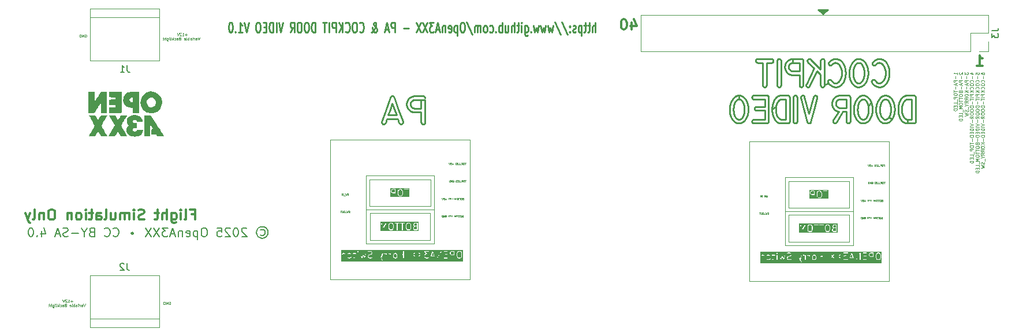
<source format=gbr>
%TF.GenerationSoftware,KiCad,Pcbnew,9.0.2*%
%TF.CreationDate,2025-07-01T15:23:45+02:00*%
%TF.ProjectId,pa-cockpit_door_video,70612d63-6f63-46b7-9069-745f646f6f72,rev?*%
%TF.SameCoordinates,Original*%
%TF.FileFunction,Legend,Bot*%
%TF.FilePolarity,Positive*%
%FSLAX46Y46*%
G04 Gerber Fmt 4.6, Leading zero omitted, Abs format (unit mm)*
G04 Created by KiCad (PCBNEW 9.0.2) date 2025-07-01 15:23:45*
%MOMM*%
%LPD*%
G01*
G04 APERTURE LIST*
%ADD10C,0.300000*%
%ADD11C,0.062500*%
%ADD12C,0.250000*%
%ADD13C,0.280000*%
%ADD14C,0.200000*%
%ADD15C,0.125000*%
%ADD16C,0.158750*%
%ADD17C,0.150000*%
%ADD18C,0.100000*%
%ADD19C,0.120000*%
%ADD20C,0.000000*%
%ADD21R,1.700000X1.700000*%
%ADD22C,1.700000*%
%ADD23R,3.000000X3.000000*%
%ADD24C,3.000000*%
%ADD25R,1.500000X1.500000*%
G04 APERTURE END LIST*
D10*
X161477632Y-72675828D02*
X161477632Y-73675828D01*
X161834774Y-72104400D02*
X162191917Y-73175828D01*
X162191917Y-73175828D02*
X161263346Y-73175828D01*
X160406203Y-72175828D02*
X160263346Y-72175828D01*
X160263346Y-72175828D02*
X160120489Y-72247257D01*
X160120489Y-72247257D02*
X160049061Y-72318685D01*
X160049061Y-72318685D02*
X159977632Y-72461542D01*
X159977632Y-72461542D02*
X159906203Y-72747257D01*
X159906203Y-72747257D02*
X159906203Y-73104400D01*
X159906203Y-73104400D02*
X159977632Y-73390114D01*
X159977632Y-73390114D02*
X160049061Y-73532971D01*
X160049061Y-73532971D02*
X160120489Y-73604400D01*
X160120489Y-73604400D02*
X160263346Y-73675828D01*
X160263346Y-73675828D02*
X160406203Y-73675828D01*
X160406203Y-73675828D02*
X160549061Y-73604400D01*
X160549061Y-73604400D02*
X160620489Y-73532971D01*
X160620489Y-73532971D02*
X160691918Y-73390114D01*
X160691918Y-73390114D02*
X160763346Y-73104400D01*
X160763346Y-73104400D02*
X160763346Y-72747257D01*
X160763346Y-72747257D02*
X160691918Y-72461542D01*
X160691918Y-72461542D02*
X160620489Y-72318685D01*
X160620489Y-72318685D02*
X160549061Y-72247257D01*
X160549061Y-72247257D02*
X160406203Y-72175828D01*
D11*
X93629762Y-113600845D02*
X93667857Y-113581797D01*
X93667857Y-113581797D02*
X93725000Y-113581797D01*
X93725000Y-113581797D02*
X93782143Y-113600845D01*
X93782143Y-113600845D02*
X93820238Y-113638940D01*
X93820238Y-113638940D02*
X93839285Y-113677035D01*
X93839285Y-113677035D02*
X93858333Y-113753226D01*
X93858333Y-113753226D02*
X93858333Y-113810369D01*
X93858333Y-113810369D02*
X93839285Y-113886559D01*
X93839285Y-113886559D02*
X93820238Y-113924654D01*
X93820238Y-113924654D02*
X93782143Y-113962750D01*
X93782143Y-113962750D02*
X93725000Y-113981797D01*
X93725000Y-113981797D02*
X93686904Y-113981797D01*
X93686904Y-113981797D02*
X93629762Y-113962750D01*
X93629762Y-113962750D02*
X93610714Y-113943702D01*
X93610714Y-113943702D02*
X93610714Y-113810369D01*
X93610714Y-113810369D02*
X93686904Y-113810369D01*
X93439285Y-113981797D02*
X93439285Y-113581797D01*
X93439285Y-113581797D02*
X93210714Y-113981797D01*
X93210714Y-113981797D02*
X93210714Y-113581797D01*
X93020237Y-113981797D02*
X93020237Y-113581797D01*
X93020237Y-113581797D02*
X92924999Y-113581797D01*
X92924999Y-113581797D02*
X92867856Y-113600845D01*
X92867856Y-113600845D02*
X92829761Y-113638940D01*
X92829761Y-113638940D02*
X92810714Y-113677035D01*
X92810714Y-113677035D02*
X92791666Y-113753226D01*
X92791666Y-113753226D02*
X92791666Y-113810369D01*
X92791666Y-113810369D02*
X92810714Y-113886559D01*
X92810714Y-113886559D02*
X92829761Y-113924654D01*
X92829761Y-113924654D02*
X92867856Y-113962750D01*
X92867856Y-113962750D02*
X92924999Y-113981797D01*
X92924999Y-113981797D02*
X93020237Y-113981797D01*
X79482141Y-113507427D02*
X79177380Y-113507427D01*
X79329760Y-113659808D02*
X79329760Y-113355046D01*
X78777380Y-113659808D02*
X79005951Y-113659808D01*
X78891665Y-113659808D02*
X78891665Y-113259808D01*
X78891665Y-113259808D02*
X78929761Y-113316951D01*
X78929761Y-113316951D02*
X78967856Y-113355046D01*
X78967856Y-113355046D02*
X79005951Y-113374094D01*
X78624999Y-113297903D02*
X78605951Y-113278856D01*
X78605951Y-113278856D02*
X78567856Y-113259808D01*
X78567856Y-113259808D02*
X78472618Y-113259808D01*
X78472618Y-113259808D02*
X78434523Y-113278856D01*
X78434523Y-113278856D02*
X78415475Y-113297903D01*
X78415475Y-113297903D02*
X78396428Y-113335999D01*
X78396428Y-113335999D02*
X78396428Y-113374094D01*
X78396428Y-113374094D02*
X78415475Y-113431237D01*
X78415475Y-113431237D02*
X78644047Y-113659808D01*
X78644047Y-113659808D02*
X78396428Y-113659808D01*
X78282142Y-113259808D02*
X78148809Y-113659808D01*
X78148809Y-113659808D02*
X78015476Y-113259808D01*
X81339285Y-113903786D02*
X81205952Y-114303786D01*
X81205952Y-114303786D02*
X81072619Y-113903786D01*
X80767857Y-114303786D02*
X80767857Y-114094262D01*
X80767857Y-114094262D02*
X80786904Y-114056167D01*
X80786904Y-114056167D02*
X80825000Y-114037119D01*
X80825000Y-114037119D02*
X80901190Y-114037119D01*
X80901190Y-114037119D02*
X80939285Y-114056167D01*
X80767857Y-114284739D02*
X80805952Y-114303786D01*
X80805952Y-114303786D02*
X80901190Y-114303786D01*
X80901190Y-114303786D02*
X80939285Y-114284739D01*
X80939285Y-114284739D02*
X80958333Y-114246643D01*
X80958333Y-114246643D02*
X80958333Y-114208548D01*
X80958333Y-114208548D02*
X80939285Y-114170453D01*
X80939285Y-114170453D02*
X80901190Y-114151405D01*
X80901190Y-114151405D02*
X80805952Y-114151405D01*
X80805952Y-114151405D02*
X80767857Y-114132358D01*
X80577380Y-114303786D02*
X80577380Y-114037119D01*
X80577380Y-114113310D02*
X80558333Y-114075215D01*
X80558333Y-114075215D02*
X80539285Y-114056167D01*
X80539285Y-114056167D02*
X80501190Y-114037119D01*
X80501190Y-114037119D02*
X80463095Y-114037119D01*
X80329761Y-114303786D02*
X80329761Y-114037119D01*
X80329761Y-113903786D02*
X80348809Y-113922834D01*
X80348809Y-113922834D02*
X80329761Y-113941881D01*
X80329761Y-113941881D02*
X80310714Y-113922834D01*
X80310714Y-113922834D02*
X80329761Y-113903786D01*
X80329761Y-113903786D02*
X80329761Y-113941881D01*
X79967857Y-114303786D02*
X79967857Y-114094262D01*
X79967857Y-114094262D02*
X79986904Y-114056167D01*
X79986904Y-114056167D02*
X80025000Y-114037119D01*
X80025000Y-114037119D02*
X80101190Y-114037119D01*
X80101190Y-114037119D02*
X80139285Y-114056167D01*
X79967857Y-114284739D02*
X80005952Y-114303786D01*
X80005952Y-114303786D02*
X80101190Y-114303786D01*
X80101190Y-114303786D02*
X80139285Y-114284739D01*
X80139285Y-114284739D02*
X80158333Y-114246643D01*
X80158333Y-114246643D02*
X80158333Y-114208548D01*
X80158333Y-114208548D02*
X80139285Y-114170453D01*
X80139285Y-114170453D02*
X80101190Y-114151405D01*
X80101190Y-114151405D02*
X80005952Y-114151405D01*
X80005952Y-114151405D02*
X79967857Y-114132358D01*
X79777380Y-114303786D02*
X79777380Y-113903786D01*
X79777380Y-114056167D02*
X79739285Y-114037119D01*
X79739285Y-114037119D02*
X79663095Y-114037119D01*
X79663095Y-114037119D02*
X79624999Y-114056167D01*
X79624999Y-114056167D02*
X79605952Y-114075215D01*
X79605952Y-114075215D02*
X79586904Y-114113310D01*
X79586904Y-114113310D02*
X79586904Y-114227596D01*
X79586904Y-114227596D02*
X79605952Y-114265691D01*
X79605952Y-114265691D02*
X79624999Y-114284739D01*
X79624999Y-114284739D02*
X79663095Y-114303786D01*
X79663095Y-114303786D02*
X79739285Y-114303786D01*
X79739285Y-114303786D02*
X79777380Y-114284739D01*
X79358333Y-114303786D02*
X79396428Y-114284739D01*
X79396428Y-114284739D02*
X79415475Y-114246643D01*
X79415475Y-114246643D02*
X79415475Y-113903786D01*
X79053570Y-114284739D02*
X79091666Y-114303786D01*
X79091666Y-114303786D02*
X79167856Y-114303786D01*
X79167856Y-114303786D02*
X79205951Y-114284739D01*
X79205951Y-114284739D02*
X79224999Y-114246643D01*
X79224999Y-114246643D02*
X79224999Y-114094262D01*
X79224999Y-114094262D02*
X79205951Y-114056167D01*
X79205951Y-114056167D02*
X79167856Y-114037119D01*
X79167856Y-114037119D02*
X79091666Y-114037119D01*
X79091666Y-114037119D02*
X79053570Y-114056167D01*
X79053570Y-114056167D02*
X79034523Y-114094262D01*
X79034523Y-114094262D02*
X79034523Y-114132358D01*
X79034523Y-114132358D02*
X79224999Y-114170453D01*
X78424999Y-114094262D02*
X78367856Y-114113310D01*
X78367856Y-114113310D02*
X78348809Y-114132358D01*
X78348809Y-114132358D02*
X78329761Y-114170453D01*
X78329761Y-114170453D02*
X78329761Y-114227596D01*
X78329761Y-114227596D02*
X78348809Y-114265691D01*
X78348809Y-114265691D02*
X78367856Y-114284739D01*
X78367856Y-114284739D02*
X78405951Y-114303786D01*
X78405951Y-114303786D02*
X78558332Y-114303786D01*
X78558332Y-114303786D02*
X78558332Y-113903786D01*
X78558332Y-113903786D02*
X78424999Y-113903786D01*
X78424999Y-113903786D02*
X78386904Y-113922834D01*
X78386904Y-113922834D02*
X78367856Y-113941881D01*
X78367856Y-113941881D02*
X78348809Y-113979977D01*
X78348809Y-113979977D02*
X78348809Y-114018072D01*
X78348809Y-114018072D02*
X78367856Y-114056167D01*
X78367856Y-114056167D02*
X78386904Y-114075215D01*
X78386904Y-114075215D02*
X78424999Y-114094262D01*
X78424999Y-114094262D02*
X78558332Y-114094262D01*
X77986904Y-114303786D02*
X77986904Y-114094262D01*
X77986904Y-114094262D02*
X78005951Y-114056167D01*
X78005951Y-114056167D02*
X78044047Y-114037119D01*
X78044047Y-114037119D02*
X78120237Y-114037119D01*
X78120237Y-114037119D02*
X78158332Y-114056167D01*
X77986904Y-114284739D02*
X78024999Y-114303786D01*
X78024999Y-114303786D02*
X78120237Y-114303786D01*
X78120237Y-114303786D02*
X78158332Y-114284739D01*
X78158332Y-114284739D02*
X78177380Y-114246643D01*
X78177380Y-114246643D02*
X78177380Y-114208548D01*
X78177380Y-114208548D02*
X78158332Y-114170453D01*
X78158332Y-114170453D02*
X78120237Y-114151405D01*
X78120237Y-114151405D02*
X78024999Y-114151405D01*
X78024999Y-114151405D02*
X77986904Y-114132358D01*
X77624999Y-114284739D02*
X77663094Y-114303786D01*
X77663094Y-114303786D02*
X77739285Y-114303786D01*
X77739285Y-114303786D02*
X77777380Y-114284739D01*
X77777380Y-114284739D02*
X77796427Y-114265691D01*
X77796427Y-114265691D02*
X77815475Y-114227596D01*
X77815475Y-114227596D02*
X77815475Y-114113310D01*
X77815475Y-114113310D02*
X77796427Y-114075215D01*
X77796427Y-114075215D02*
X77777380Y-114056167D01*
X77777380Y-114056167D02*
X77739285Y-114037119D01*
X77739285Y-114037119D02*
X77663094Y-114037119D01*
X77663094Y-114037119D02*
X77624999Y-114056167D01*
X77453570Y-114303786D02*
X77453570Y-113903786D01*
X77415475Y-114151405D02*
X77301189Y-114303786D01*
X77301189Y-114037119D02*
X77453570Y-114189500D01*
X77072618Y-114303786D02*
X77110713Y-114284739D01*
X77110713Y-114284739D02*
X77129760Y-114246643D01*
X77129760Y-114246643D02*
X77129760Y-113903786D01*
X76920236Y-114303786D02*
X76920236Y-114037119D01*
X76920236Y-113903786D02*
X76939284Y-113922834D01*
X76939284Y-113922834D02*
X76920236Y-113941881D01*
X76920236Y-113941881D02*
X76901189Y-113922834D01*
X76901189Y-113922834D02*
X76920236Y-113903786D01*
X76920236Y-113903786D02*
X76920236Y-113941881D01*
X76558332Y-114037119D02*
X76558332Y-114360929D01*
X76558332Y-114360929D02*
X76577379Y-114399024D01*
X76577379Y-114399024D02*
X76596427Y-114418072D01*
X76596427Y-114418072D02*
X76634522Y-114437119D01*
X76634522Y-114437119D02*
X76691665Y-114437119D01*
X76691665Y-114437119D02*
X76729760Y-114418072D01*
X76558332Y-114284739D02*
X76596427Y-114303786D01*
X76596427Y-114303786D02*
X76672618Y-114303786D01*
X76672618Y-114303786D02*
X76710713Y-114284739D01*
X76710713Y-114284739D02*
X76729760Y-114265691D01*
X76729760Y-114265691D02*
X76748808Y-114227596D01*
X76748808Y-114227596D02*
X76748808Y-114113310D01*
X76748808Y-114113310D02*
X76729760Y-114075215D01*
X76729760Y-114075215D02*
X76710713Y-114056167D01*
X76710713Y-114056167D02*
X76672618Y-114037119D01*
X76672618Y-114037119D02*
X76596427Y-114037119D01*
X76596427Y-114037119D02*
X76558332Y-114056167D01*
X76367855Y-114303786D02*
X76367855Y-113903786D01*
X76196427Y-114303786D02*
X76196427Y-114094262D01*
X76196427Y-114094262D02*
X76215474Y-114056167D01*
X76215474Y-114056167D02*
X76253570Y-114037119D01*
X76253570Y-114037119D02*
X76310713Y-114037119D01*
X76310713Y-114037119D02*
X76348808Y-114056167D01*
X76348808Y-114056167D02*
X76367855Y-114075215D01*
X76063093Y-114037119D02*
X75910712Y-114037119D01*
X76005950Y-113903786D02*
X76005950Y-114246643D01*
X76005950Y-114246643D02*
X75986903Y-114284739D01*
X75986903Y-114284739D02*
X75948808Y-114303786D01*
X75948808Y-114303786D02*
X75910712Y-114303786D01*
D12*
X156172431Y-74103428D02*
X156172431Y-72603428D01*
X155743860Y-74103428D02*
X155743860Y-73317714D01*
X155743860Y-73317714D02*
X155791479Y-73174857D01*
X155791479Y-73174857D02*
X155886717Y-73103428D01*
X155886717Y-73103428D02*
X156029574Y-73103428D01*
X156029574Y-73103428D02*
X156124812Y-73174857D01*
X156124812Y-73174857D02*
X156172431Y-73246285D01*
X155410526Y-73103428D02*
X155029574Y-73103428D01*
X155267669Y-72603428D02*
X155267669Y-73889142D01*
X155267669Y-73889142D02*
X155220050Y-74032000D01*
X155220050Y-74032000D02*
X155124812Y-74103428D01*
X155124812Y-74103428D02*
X155029574Y-74103428D01*
X154839097Y-73103428D02*
X154458145Y-73103428D01*
X154696240Y-72603428D02*
X154696240Y-73889142D01*
X154696240Y-73889142D02*
X154648621Y-74032000D01*
X154648621Y-74032000D02*
X154553383Y-74103428D01*
X154553383Y-74103428D02*
X154458145Y-74103428D01*
X154124811Y-73103428D02*
X154124811Y-74603428D01*
X154124811Y-73174857D02*
X154029573Y-73103428D01*
X154029573Y-73103428D02*
X153839097Y-73103428D01*
X153839097Y-73103428D02*
X153743859Y-73174857D01*
X153743859Y-73174857D02*
X153696240Y-73246285D01*
X153696240Y-73246285D02*
X153648621Y-73389142D01*
X153648621Y-73389142D02*
X153648621Y-73817714D01*
X153648621Y-73817714D02*
X153696240Y-73960571D01*
X153696240Y-73960571D02*
X153743859Y-74032000D01*
X153743859Y-74032000D02*
X153839097Y-74103428D01*
X153839097Y-74103428D02*
X154029573Y-74103428D01*
X154029573Y-74103428D02*
X154124811Y-74032000D01*
X153267668Y-74032000D02*
X153172430Y-74103428D01*
X153172430Y-74103428D02*
X152981954Y-74103428D01*
X152981954Y-74103428D02*
X152886716Y-74032000D01*
X152886716Y-74032000D02*
X152839097Y-73889142D01*
X152839097Y-73889142D02*
X152839097Y-73817714D01*
X152839097Y-73817714D02*
X152886716Y-73674857D01*
X152886716Y-73674857D02*
X152981954Y-73603428D01*
X152981954Y-73603428D02*
X153124811Y-73603428D01*
X153124811Y-73603428D02*
X153220049Y-73532000D01*
X153220049Y-73532000D02*
X153267668Y-73389142D01*
X153267668Y-73389142D02*
X153267668Y-73317714D01*
X153267668Y-73317714D02*
X153220049Y-73174857D01*
X153220049Y-73174857D02*
X153124811Y-73103428D01*
X153124811Y-73103428D02*
X152981954Y-73103428D01*
X152981954Y-73103428D02*
X152886716Y-73174857D01*
X152410525Y-73960571D02*
X152362906Y-74032000D01*
X152362906Y-74032000D02*
X152410525Y-74103428D01*
X152410525Y-74103428D02*
X152458144Y-74032000D01*
X152458144Y-74032000D02*
X152410525Y-73960571D01*
X152410525Y-73960571D02*
X152410525Y-74103428D01*
X152410525Y-73174857D02*
X152362906Y-73246285D01*
X152362906Y-73246285D02*
X152410525Y-73317714D01*
X152410525Y-73317714D02*
X152458144Y-73246285D01*
X152458144Y-73246285D02*
X152410525Y-73174857D01*
X152410525Y-73174857D02*
X152410525Y-73317714D01*
X151220050Y-72532000D02*
X152077192Y-74460571D01*
X150172431Y-72532000D02*
X151029573Y-74460571D01*
X149934335Y-73103428D02*
X149743859Y-74103428D01*
X149743859Y-74103428D02*
X149553383Y-73389142D01*
X149553383Y-73389142D02*
X149362907Y-74103428D01*
X149362907Y-74103428D02*
X149172431Y-73103428D01*
X148886716Y-73103428D02*
X148696240Y-74103428D01*
X148696240Y-74103428D02*
X148505764Y-73389142D01*
X148505764Y-73389142D02*
X148315288Y-74103428D01*
X148315288Y-74103428D02*
X148124812Y-73103428D01*
X147839097Y-73103428D02*
X147648621Y-74103428D01*
X147648621Y-74103428D02*
X147458145Y-73389142D01*
X147458145Y-73389142D02*
X147267669Y-74103428D01*
X147267669Y-74103428D02*
X147077193Y-73103428D01*
X146696240Y-73960571D02*
X146648621Y-74032000D01*
X146648621Y-74032000D02*
X146696240Y-74103428D01*
X146696240Y-74103428D02*
X146743859Y-74032000D01*
X146743859Y-74032000D02*
X146696240Y-73960571D01*
X146696240Y-73960571D02*
X146696240Y-74103428D01*
X145791479Y-73103428D02*
X145791479Y-74317714D01*
X145791479Y-74317714D02*
X145839098Y-74460571D01*
X145839098Y-74460571D02*
X145886717Y-74532000D01*
X145886717Y-74532000D02*
X145981955Y-74603428D01*
X145981955Y-74603428D02*
X146124812Y-74603428D01*
X146124812Y-74603428D02*
X146220050Y-74532000D01*
X145791479Y-74032000D02*
X145886717Y-74103428D01*
X145886717Y-74103428D02*
X146077193Y-74103428D01*
X146077193Y-74103428D02*
X146172431Y-74032000D01*
X146172431Y-74032000D02*
X146220050Y-73960571D01*
X146220050Y-73960571D02*
X146267669Y-73817714D01*
X146267669Y-73817714D02*
X146267669Y-73389142D01*
X146267669Y-73389142D02*
X146220050Y-73246285D01*
X146220050Y-73246285D02*
X146172431Y-73174857D01*
X146172431Y-73174857D02*
X146077193Y-73103428D01*
X146077193Y-73103428D02*
X145886717Y-73103428D01*
X145886717Y-73103428D02*
X145791479Y-73174857D01*
X145315288Y-74103428D02*
X145315288Y-73103428D01*
X145315288Y-72603428D02*
X145362907Y-72674857D01*
X145362907Y-72674857D02*
X145315288Y-72746285D01*
X145315288Y-72746285D02*
X145267669Y-72674857D01*
X145267669Y-72674857D02*
X145315288Y-72603428D01*
X145315288Y-72603428D02*
X145315288Y-72746285D01*
X144981955Y-73103428D02*
X144601003Y-73103428D01*
X144839098Y-72603428D02*
X144839098Y-73889142D01*
X144839098Y-73889142D02*
X144791479Y-74032000D01*
X144791479Y-74032000D02*
X144696241Y-74103428D01*
X144696241Y-74103428D02*
X144601003Y-74103428D01*
X144267669Y-74103428D02*
X144267669Y-72603428D01*
X143839098Y-74103428D02*
X143839098Y-73317714D01*
X143839098Y-73317714D02*
X143886717Y-73174857D01*
X143886717Y-73174857D02*
X143981955Y-73103428D01*
X143981955Y-73103428D02*
X144124812Y-73103428D01*
X144124812Y-73103428D02*
X144220050Y-73174857D01*
X144220050Y-73174857D02*
X144267669Y-73246285D01*
X142934336Y-73103428D02*
X142934336Y-74103428D01*
X143362907Y-73103428D02*
X143362907Y-73889142D01*
X143362907Y-73889142D02*
X143315288Y-74032000D01*
X143315288Y-74032000D02*
X143220050Y-74103428D01*
X143220050Y-74103428D02*
X143077193Y-74103428D01*
X143077193Y-74103428D02*
X142981955Y-74032000D01*
X142981955Y-74032000D02*
X142934336Y-73960571D01*
X142458145Y-74103428D02*
X142458145Y-72603428D01*
X142458145Y-73174857D02*
X142362907Y-73103428D01*
X142362907Y-73103428D02*
X142172431Y-73103428D01*
X142172431Y-73103428D02*
X142077193Y-73174857D01*
X142077193Y-73174857D02*
X142029574Y-73246285D01*
X142029574Y-73246285D02*
X141981955Y-73389142D01*
X141981955Y-73389142D02*
X141981955Y-73817714D01*
X141981955Y-73817714D02*
X142029574Y-73960571D01*
X142029574Y-73960571D02*
X142077193Y-74032000D01*
X142077193Y-74032000D02*
X142172431Y-74103428D01*
X142172431Y-74103428D02*
X142362907Y-74103428D01*
X142362907Y-74103428D02*
X142458145Y-74032000D01*
X141553383Y-73960571D02*
X141505764Y-74032000D01*
X141505764Y-74032000D02*
X141553383Y-74103428D01*
X141553383Y-74103428D02*
X141601002Y-74032000D01*
X141601002Y-74032000D02*
X141553383Y-73960571D01*
X141553383Y-73960571D02*
X141553383Y-74103428D01*
X140648622Y-74032000D02*
X140743860Y-74103428D01*
X140743860Y-74103428D02*
X140934336Y-74103428D01*
X140934336Y-74103428D02*
X141029574Y-74032000D01*
X141029574Y-74032000D02*
X141077193Y-73960571D01*
X141077193Y-73960571D02*
X141124812Y-73817714D01*
X141124812Y-73817714D02*
X141124812Y-73389142D01*
X141124812Y-73389142D02*
X141077193Y-73246285D01*
X141077193Y-73246285D02*
X141029574Y-73174857D01*
X141029574Y-73174857D02*
X140934336Y-73103428D01*
X140934336Y-73103428D02*
X140743860Y-73103428D01*
X140743860Y-73103428D02*
X140648622Y-73174857D01*
X140077193Y-74103428D02*
X140172431Y-74032000D01*
X140172431Y-74032000D02*
X140220050Y-73960571D01*
X140220050Y-73960571D02*
X140267669Y-73817714D01*
X140267669Y-73817714D02*
X140267669Y-73389142D01*
X140267669Y-73389142D02*
X140220050Y-73246285D01*
X140220050Y-73246285D02*
X140172431Y-73174857D01*
X140172431Y-73174857D02*
X140077193Y-73103428D01*
X140077193Y-73103428D02*
X139934336Y-73103428D01*
X139934336Y-73103428D02*
X139839098Y-73174857D01*
X139839098Y-73174857D02*
X139791479Y-73246285D01*
X139791479Y-73246285D02*
X139743860Y-73389142D01*
X139743860Y-73389142D02*
X139743860Y-73817714D01*
X139743860Y-73817714D02*
X139791479Y-73960571D01*
X139791479Y-73960571D02*
X139839098Y-74032000D01*
X139839098Y-74032000D02*
X139934336Y-74103428D01*
X139934336Y-74103428D02*
X140077193Y-74103428D01*
X139315288Y-74103428D02*
X139315288Y-73103428D01*
X139315288Y-73246285D02*
X139267669Y-73174857D01*
X139267669Y-73174857D02*
X139172431Y-73103428D01*
X139172431Y-73103428D02*
X139029574Y-73103428D01*
X139029574Y-73103428D02*
X138934336Y-73174857D01*
X138934336Y-73174857D02*
X138886717Y-73317714D01*
X138886717Y-73317714D02*
X138886717Y-74103428D01*
X138886717Y-73317714D02*
X138839098Y-73174857D01*
X138839098Y-73174857D02*
X138743860Y-73103428D01*
X138743860Y-73103428D02*
X138601003Y-73103428D01*
X138601003Y-73103428D02*
X138505764Y-73174857D01*
X138505764Y-73174857D02*
X138458145Y-73317714D01*
X138458145Y-73317714D02*
X138458145Y-74103428D01*
X137267670Y-72532000D02*
X138124812Y-74460571D01*
X136743860Y-72603428D02*
X136553384Y-72603428D01*
X136553384Y-72603428D02*
X136458146Y-72674857D01*
X136458146Y-72674857D02*
X136362908Y-72817714D01*
X136362908Y-72817714D02*
X136315289Y-73103428D01*
X136315289Y-73103428D02*
X136315289Y-73603428D01*
X136315289Y-73603428D02*
X136362908Y-73889142D01*
X136362908Y-73889142D02*
X136458146Y-74032000D01*
X136458146Y-74032000D02*
X136553384Y-74103428D01*
X136553384Y-74103428D02*
X136743860Y-74103428D01*
X136743860Y-74103428D02*
X136839098Y-74032000D01*
X136839098Y-74032000D02*
X136934336Y-73889142D01*
X136934336Y-73889142D02*
X136981955Y-73603428D01*
X136981955Y-73603428D02*
X136981955Y-73103428D01*
X136981955Y-73103428D02*
X136934336Y-72817714D01*
X136934336Y-72817714D02*
X136839098Y-72674857D01*
X136839098Y-72674857D02*
X136743860Y-72603428D01*
X135886717Y-73103428D02*
X135886717Y-74603428D01*
X135886717Y-73174857D02*
X135791479Y-73103428D01*
X135791479Y-73103428D02*
X135601003Y-73103428D01*
X135601003Y-73103428D02*
X135505765Y-73174857D01*
X135505765Y-73174857D02*
X135458146Y-73246285D01*
X135458146Y-73246285D02*
X135410527Y-73389142D01*
X135410527Y-73389142D02*
X135410527Y-73817714D01*
X135410527Y-73817714D02*
X135458146Y-73960571D01*
X135458146Y-73960571D02*
X135505765Y-74032000D01*
X135505765Y-74032000D02*
X135601003Y-74103428D01*
X135601003Y-74103428D02*
X135791479Y-74103428D01*
X135791479Y-74103428D02*
X135886717Y-74032000D01*
X134601003Y-74032000D02*
X134696241Y-74103428D01*
X134696241Y-74103428D02*
X134886717Y-74103428D01*
X134886717Y-74103428D02*
X134981955Y-74032000D01*
X134981955Y-74032000D02*
X135029574Y-73889142D01*
X135029574Y-73889142D02*
X135029574Y-73317714D01*
X135029574Y-73317714D02*
X134981955Y-73174857D01*
X134981955Y-73174857D02*
X134886717Y-73103428D01*
X134886717Y-73103428D02*
X134696241Y-73103428D01*
X134696241Y-73103428D02*
X134601003Y-73174857D01*
X134601003Y-73174857D02*
X134553384Y-73317714D01*
X134553384Y-73317714D02*
X134553384Y-73460571D01*
X134553384Y-73460571D02*
X135029574Y-73603428D01*
X134124812Y-73103428D02*
X134124812Y-74103428D01*
X134124812Y-73246285D02*
X134077193Y-73174857D01*
X134077193Y-73174857D02*
X133981955Y-73103428D01*
X133981955Y-73103428D02*
X133839098Y-73103428D01*
X133839098Y-73103428D02*
X133743860Y-73174857D01*
X133743860Y-73174857D02*
X133696241Y-73317714D01*
X133696241Y-73317714D02*
X133696241Y-74103428D01*
X133267669Y-73674857D02*
X132791479Y-73674857D01*
X133362907Y-74103428D02*
X133029574Y-72603428D01*
X133029574Y-72603428D02*
X132696241Y-74103428D01*
X132458145Y-72603428D02*
X131839098Y-72603428D01*
X131839098Y-72603428D02*
X132172431Y-73174857D01*
X132172431Y-73174857D02*
X132029574Y-73174857D01*
X132029574Y-73174857D02*
X131934336Y-73246285D01*
X131934336Y-73246285D02*
X131886717Y-73317714D01*
X131886717Y-73317714D02*
X131839098Y-73460571D01*
X131839098Y-73460571D02*
X131839098Y-73817714D01*
X131839098Y-73817714D02*
X131886717Y-73960571D01*
X131886717Y-73960571D02*
X131934336Y-74032000D01*
X131934336Y-74032000D02*
X132029574Y-74103428D01*
X132029574Y-74103428D02*
X132315288Y-74103428D01*
X132315288Y-74103428D02*
X132410526Y-74032000D01*
X132410526Y-74032000D02*
X132458145Y-73960571D01*
X131505764Y-72603428D02*
X130839098Y-74103428D01*
X130839098Y-72603428D02*
X131505764Y-74103428D01*
X130553383Y-72603428D02*
X129886717Y-74103428D01*
X129886717Y-72603428D02*
X130553383Y-74103428D01*
X128743859Y-73532000D02*
X127981955Y-73532000D01*
X126743859Y-74103428D02*
X126743859Y-72603428D01*
X126743859Y-72603428D02*
X126362907Y-72603428D01*
X126362907Y-72603428D02*
X126267669Y-72674857D01*
X126267669Y-72674857D02*
X126220050Y-72746285D01*
X126220050Y-72746285D02*
X126172431Y-72889142D01*
X126172431Y-72889142D02*
X126172431Y-73103428D01*
X126172431Y-73103428D02*
X126220050Y-73246285D01*
X126220050Y-73246285D02*
X126267669Y-73317714D01*
X126267669Y-73317714D02*
X126362907Y-73389142D01*
X126362907Y-73389142D02*
X126743859Y-73389142D01*
X125791478Y-73674857D02*
X125315288Y-73674857D01*
X125886716Y-74103428D02*
X125553383Y-72603428D01*
X125553383Y-72603428D02*
X125220050Y-74103428D01*
X123315287Y-74103428D02*
X123362907Y-74103428D01*
X123362907Y-74103428D02*
X123458145Y-74032000D01*
X123458145Y-74032000D02*
X123601002Y-73817714D01*
X123601002Y-73817714D02*
X123839097Y-73389142D01*
X123839097Y-73389142D02*
X123934335Y-73174857D01*
X123934335Y-73174857D02*
X123981954Y-72960571D01*
X123981954Y-72960571D02*
X123981954Y-72817714D01*
X123981954Y-72817714D02*
X123934335Y-72674857D01*
X123934335Y-72674857D02*
X123839097Y-72603428D01*
X123839097Y-72603428D02*
X123791478Y-72603428D01*
X123791478Y-72603428D02*
X123696240Y-72674857D01*
X123696240Y-72674857D02*
X123648621Y-72817714D01*
X123648621Y-72817714D02*
X123648621Y-72889142D01*
X123648621Y-72889142D02*
X123696240Y-73032000D01*
X123696240Y-73032000D02*
X123743859Y-73103428D01*
X123743859Y-73103428D02*
X124029573Y-73389142D01*
X124029573Y-73389142D02*
X124077192Y-73460571D01*
X124077192Y-73460571D02*
X124124811Y-73603428D01*
X124124811Y-73603428D02*
X124124811Y-73817714D01*
X124124811Y-73817714D02*
X124077192Y-73960571D01*
X124077192Y-73960571D02*
X124029573Y-74032000D01*
X124029573Y-74032000D02*
X123934335Y-74103428D01*
X123934335Y-74103428D02*
X123791478Y-74103428D01*
X123791478Y-74103428D02*
X123696240Y-74032000D01*
X123696240Y-74032000D02*
X123648621Y-73960571D01*
X123648621Y-73960571D02*
X123505764Y-73674857D01*
X123505764Y-73674857D02*
X123458145Y-73460571D01*
X123458145Y-73460571D02*
X123458145Y-73317714D01*
X121553383Y-73960571D02*
X121601002Y-74032000D01*
X121601002Y-74032000D02*
X121743859Y-74103428D01*
X121743859Y-74103428D02*
X121839097Y-74103428D01*
X121839097Y-74103428D02*
X121981954Y-74032000D01*
X121981954Y-74032000D02*
X122077192Y-73889142D01*
X122077192Y-73889142D02*
X122124811Y-73746285D01*
X122124811Y-73746285D02*
X122172430Y-73460571D01*
X122172430Y-73460571D02*
X122172430Y-73246285D01*
X122172430Y-73246285D02*
X122124811Y-72960571D01*
X122124811Y-72960571D02*
X122077192Y-72817714D01*
X122077192Y-72817714D02*
X121981954Y-72674857D01*
X121981954Y-72674857D02*
X121839097Y-72603428D01*
X121839097Y-72603428D02*
X121743859Y-72603428D01*
X121743859Y-72603428D02*
X121601002Y-72674857D01*
X121601002Y-72674857D02*
X121553383Y-72746285D01*
X120934335Y-72603428D02*
X120743859Y-72603428D01*
X120743859Y-72603428D02*
X120648621Y-72674857D01*
X120648621Y-72674857D02*
X120553383Y-72817714D01*
X120553383Y-72817714D02*
X120505764Y-73103428D01*
X120505764Y-73103428D02*
X120505764Y-73603428D01*
X120505764Y-73603428D02*
X120553383Y-73889142D01*
X120553383Y-73889142D02*
X120648621Y-74032000D01*
X120648621Y-74032000D02*
X120743859Y-74103428D01*
X120743859Y-74103428D02*
X120934335Y-74103428D01*
X120934335Y-74103428D02*
X121029573Y-74032000D01*
X121029573Y-74032000D02*
X121124811Y-73889142D01*
X121124811Y-73889142D02*
X121172430Y-73603428D01*
X121172430Y-73603428D02*
X121172430Y-73103428D01*
X121172430Y-73103428D02*
X121124811Y-72817714D01*
X121124811Y-72817714D02*
X121029573Y-72674857D01*
X121029573Y-72674857D02*
X120934335Y-72603428D01*
X119505764Y-73960571D02*
X119553383Y-74032000D01*
X119553383Y-74032000D02*
X119696240Y-74103428D01*
X119696240Y-74103428D02*
X119791478Y-74103428D01*
X119791478Y-74103428D02*
X119934335Y-74032000D01*
X119934335Y-74032000D02*
X120029573Y-73889142D01*
X120029573Y-73889142D02*
X120077192Y-73746285D01*
X120077192Y-73746285D02*
X120124811Y-73460571D01*
X120124811Y-73460571D02*
X120124811Y-73246285D01*
X120124811Y-73246285D02*
X120077192Y-72960571D01*
X120077192Y-72960571D02*
X120029573Y-72817714D01*
X120029573Y-72817714D02*
X119934335Y-72674857D01*
X119934335Y-72674857D02*
X119791478Y-72603428D01*
X119791478Y-72603428D02*
X119696240Y-72603428D01*
X119696240Y-72603428D02*
X119553383Y-72674857D01*
X119553383Y-72674857D02*
X119505764Y-72746285D01*
X119077192Y-74103428D02*
X119077192Y-72603428D01*
X118505764Y-74103428D02*
X118934335Y-73246285D01*
X118505764Y-72603428D02*
X119077192Y-73460571D01*
X118077192Y-74103428D02*
X118077192Y-72603428D01*
X118077192Y-72603428D02*
X117696240Y-72603428D01*
X117696240Y-72603428D02*
X117601002Y-72674857D01*
X117601002Y-72674857D02*
X117553383Y-72746285D01*
X117553383Y-72746285D02*
X117505764Y-72889142D01*
X117505764Y-72889142D02*
X117505764Y-73103428D01*
X117505764Y-73103428D02*
X117553383Y-73246285D01*
X117553383Y-73246285D02*
X117601002Y-73317714D01*
X117601002Y-73317714D02*
X117696240Y-73389142D01*
X117696240Y-73389142D02*
X118077192Y-73389142D01*
X117077192Y-74103428D02*
X117077192Y-72603428D01*
X116743859Y-72603428D02*
X116172431Y-72603428D01*
X116458145Y-74103428D02*
X116458145Y-72603428D01*
X115077192Y-74103428D02*
X115077192Y-72603428D01*
X115077192Y-72603428D02*
X114839097Y-72603428D01*
X114839097Y-72603428D02*
X114696240Y-72674857D01*
X114696240Y-72674857D02*
X114601002Y-72817714D01*
X114601002Y-72817714D02*
X114553383Y-72960571D01*
X114553383Y-72960571D02*
X114505764Y-73246285D01*
X114505764Y-73246285D02*
X114505764Y-73460571D01*
X114505764Y-73460571D02*
X114553383Y-73746285D01*
X114553383Y-73746285D02*
X114601002Y-73889142D01*
X114601002Y-73889142D02*
X114696240Y-74032000D01*
X114696240Y-74032000D02*
X114839097Y-74103428D01*
X114839097Y-74103428D02*
X115077192Y-74103428D01*
X113886716Y-72603428D02*
X113696240Y-72603428D01*
X113696240Y-72603428D02*
X113601002Y-72674857D01*
X113601002Y-72674857D02*
X113505764Y-72817714D01*
X113505764Y-72817714D02*
X113458145Y-73103428D01*
X113458145Y-73103428D02*
X113458145Y-73603428D01*
X113458145Y-73603428D02*
X113505764Y-73889142D01*
X113505764Y-73889142D02*
X113601002Y-74032000D01*
X113601002Y-74032000D02*
X113696240Y-74103428D01*
X113696240Y-74103428D02*
X113886716Y-74103428D01*
X113886716Y-74103428D02*
X113981954Y-74032000D01*
X113981954Y-74032000D02*
X114077192Y-73889142D01*
X114077192Y-73889142D02*
X114124811Y-73603428D01*
X114124811Y-73603428D02*
X114124811Y-73103428D01*
X114124811Y-73103428D02*
X114077192Y-72817714D01*
X114077192Y-72817714D02*
X113981954Y-72674857D01*
X113981954Y-72674857D02*
X113886716Y-72603428D01*
X112839097Y-72603428D02*
X112648621Y-72603428D01*
X112648621Y-72603428D02*
X112553383Y-72674857D01*
X112553383Y-72674857D02*
X112458145Y-72817714D01*
X112458145Y-72817714D02*
X112410526Y-73103428D01*
X112410526Y-73103428D02*
X112410526Y-73603428D01*
X112410526Y-73603428D02*
X112458145Y-73889142D01*
X112458145Y-73889142D02*
X112553383Y-74032000D01*
X112553383Y-74032000D02*
X112648621Y-74103428D01*
X112648621Y-74103428D02*
X112839097Y-74103428D01*
X112839097Y-74103428D02*
X112934335Y-74032000D01*
X112934335Y-74032000D02*
X113029573Y-73889142D01*
X113029573Y-73889142D02*
X113077192Y-73603428D01*
X113077192Y-73603428D02*
X113077192Y-73103428D01*
X113077192Y-73103428D02*
X113029573Y-72817714D01*
X113029573Y-72817714D02*
X112934335Y-72674857D01*
X112934335Y-72674857D02*
X112839097Y-72603428D01*
X111410526Y-74103428D02*
X111743859Y-73389142D01*
X111981954Y-74103428D02*
X111981954Y-72603428D01*
X111981954Y-72603428D02*
X111601002Y-72603428D01*
X111601002Y-72603428D02*
X111505764Y-72674857D01*
X111505764Y-72674857D02*
X111458145Y-72746285D01*
X111458145Y-72746285D02*
X111410526Y-72889142D01*
X111410526Y-72889142D02*
X111410526Y-73103428D01*
X111410526Y-73103428D02*
X111458145Y-73246285D01*
X111458145Y-73246285D02*
X111505764Y-73317714D01*
X111505764Y-73317714D02*
X111601002Y-73389142D01*
X111601002Y-73389142D02*
X111981954Y-73389142D01*
X110362906Y-72603428D02*
X110029573Y-74103428D01*
X110029573Y-74103428D02*
X109696240Y-72603428D01*
X109362906Y-74103428D02*
X109362906Y-72603428D01*
X108886716Y-74103428D02*
X108886716Y-72603428D01*
X108886716Y-72603428D02*
X108648621Y-72603428D01*
X108648621Y-72603428D02*
X108505764Y-72674857D01*
X108505764Y-72674857D02*
X108410526Y-72817714D01*
X108410526Y-72817714D02*
X108362907Y-72960571D01*
X108362907Y-72960571D02*
X108315288Y-73246285D01*
X108315288Y-73246285D02*
X108315288Y-73460571D01*
X108315288Y-73460571D02*
X108362907Y-73746285D01*
X108362907Y-73746285D02*
X108410526Y-73889142D01*
X108410526Y-73889142D02*
X108505764Y-74032000D01*
X108505764Y-74032000D02*
X108648621Y-74103428D01*
X108648621Y-74103428D02*
X108886716Y-74103428D01*
X107886716Y-73317714D02*
X107553383Y-73317714D01*
X107410526Y-74103428D02*
X107886716Y-74103428D01*
X107886716Y-74103428D02*
X107886716Y-72603428D01*
X107886716Y-72603428D02*
X107410526Y-72603428D01*
X106791478Y-72603428D02*
X106601002Y-72603428D01*
X106601002Y-72603428D02*
X106505764Y-72674857D01*
X106505764Y-72674857D02*
X106410526Y-72817714D01*
X106410526Y-72817714D02*
X106362907Y-73103428D01*
X106362907Y-73103428D02*
X106362907Y-73603428D01*
X106362907Y-73603428D02*
X106410526Y-73889142D01*
X106410526Y-73889142D02*
X106505764Y-74032000D01*
X106505764Y-74032000D02*
X106601002Y-74103428D01*
X106601002Y-74103428D02*
X106791478Y-74103428D01*
X106791478Y-74103428D02*
X106886716Y-74032000D01*
X106886716Y-74032000D02*
X106981954Y-73889142D01*
X106981954Y-73889142D02*
X107029573Y-73603428D01*
X107029573Y-73603428D02*
X107029573Y-73103428D01*
X107029573Y-73103428D02*
X106981954Y-72817714D01*
X106981954Y-72817714D02*
X106886716Y-72674857D01*
X106886716Y-72674857D02*
X106791478Y-72603428D01*
X105315287Y-72603428D02*
X104981954Y-74103428D01*
X104981954Y-74103428D02*
X104648621Y-72603428D01*
X103791478Y-74103428D02*
X104362906Y-74103428D01*
X104077192Y-74103428D02*
X104077192Y-72603428D01*
X104077192Y-72603428D02*
X104172430Y-72817714D01*
X104172430Y-72817714D02*
X104267668Y-72960571D01*
X104267668Y-72960571D02*
X104362906Y-73032000D01*
X103362906Y-73960571D02*
X103315287Y-74032000D01*
X103315287Y-74032000D02*
X103362906Y-74103428D01*
X103362906Y-74103428D02*
X103410525Y-74032000D01*
X103410525Y-74032000D02*
X103362906Y-73960571D01*
X103362906Y-73960571D02*
X103362906Y-74103428D01*
X102696240Y-72603428D02*
X102601002Y-72603428D01*
X102601002Y-72603428D02*
X102505764Y-72674857D01*
X102505764Y-72674857D02*
X102458145Y-72746285D01*
X102458145Y-72746285D02*
X102410526Y-72889142D01*
X102410526Y-72889142D02*
X102362907Y-73174857D01*
X102362907Y-73174857D02*
X102362907Y-73532000D01*
X102362907Y-73532000D02*
X102410526Y-73817714D01*
X102410526Y-73817714D02*
X102458145Y-73960571D01*
X102458145Y-73960571D02*
X102505764Y-74032000D01*
X102505764Y-74032000D02*
X102601002Y-74103428D01*
X102601002Y-74103428D02*
X102696240Y-74103428D01*
X102696240Y-74103428D02*
X102791478Y-74032000D01*
X102791478Y-74032000D02*
X102839097Y-73960571D01*
X102839097Y-73960571D02*
X102886716Y-73817714D01*
X102886716Y-73817714D02*
X102934335Y-73532000D01*
X102934335Y-73532000D02*
X102934335Y-73174857D01*
X102934335Y-73174857D02*
X102886716Y-72889142D01*
X102886716Y-72889142D02*
X102839097Y-72746285D01*
X102839097Y-72746285D02*
X102791478Y-72674857D01*
X102791478Y-72674857D02*
X102696240Y-72603428D01*
D13*
X183129242Y-84003104D02*
X183166412Y-83977195D01*
X182597091Y-85444396D02*
X182596115Y-85427451D01*
X201707794Y-86798964D02*
X201698013Y-86793982D01*
X201770401Y-86823882D02*
X201762573Y-86821891D01*
X188669632Y-79764396D02*
X189175384Y-80261550D01*
X201618774Y-86745139D02*
X201608017Y-86738166D01*
X196407791Y-86770057D02*
X196411470Y-86763913D01*
X196415132Y-86757761D01*
X196418773Y-86751604D01*
X196422396Y-86745438D01*
X196425999Y-86739266D01*
X196429584Y-86733085D01*
X196433149Y-86726899D01*
X196436696Y-86720705D01*
X196440224Y-86714504D01*
X196443733Y-86708295D01*
X196447222Y-86702080D01*
X196450694Y-86695856D01*
X196454146Y-86689627D01*
X196457579Y-86683389D01*
X196460994Y-86677144D01*
X196464390Y-86670892D01*
X196467766Y-86664633D01*
X196471125Y-86658365D01*
X196474464Y-86652092D01*
X196477785Y-86645810D01*
X196481087Y-86639521D01*
X196484371Y-86633224D01*
X196487636Y-86626920D01*
X196490882Y-86620608D01*
X196494110Y-86614289D01*
X196497319Y-86607962D01*
X196500509Y-86601628D01*
X196503681Y-86595286D01*
X196506834Y-86588937D01*
X196509969Y-86582579D01*
X196513085Y-86576214D01*
X196516183Y-86569842D01*
X196519263Y-86563461D01*
X196522324Y-86557073D01*
X196525366Y-86550678D01*
X196528390Y-86544274D01*
X196531395Y-86537862D01*
X196534383Y-86531443D01*
X196537351Y-86525016D01*
X196540302Y-86518581D01*
X196543234Y-86512138D01*
X196546147Y-86505687D01*
X196549042Y-86499228D01*
X196551919Y-86492761D01*
X196554778Y-86486286D01*
X196557618Y-86479803D01*
X196563244Y-86466813D01*
X196568797Y-86453790D01*
X196574276Y-86440734D01*
X196579683Y-86427646D01*
X196585017Y-86414524D01*
X196590278Y-86401369D01*
X196595466Y-86388181D01*
X196600582Y-86374959D01*
X196605625Y-86361702D01*
X196610595Y-86348412D01*
X196615493Y-86335087D01*
X196620318Y-86321727D01*
X196625071Y-86308332D01*
X196629752Y-86294902D01*
X196634360Y-86281437D01*
X196638896Y-86267936D01*
X196643359Y-86254399D01*
X196647750Y-86240827D01*
X196652069Y-86227217D01*
X196656315Y-86213572D01*
X196660489Y-86199889D01*
X196664591Y-86186169D01*
X196668620Y-86172412D01*
X196672577Y-86158618D01*
X196676462Y-86144786D01*
X196680274Y-86130915D01*
X196684014Y-86117006D01*
X196687681Y-86103059D01*
X196691276Y-86089073D01*
X196694798Y-86075048D01*
X196698247Y-86060983D01*
X196701624Y-86046879D01*
X196704928Y-86032735D01*
X196708159Y-86018550D01*
X196711318Y-86004326D01*
X196714403Y-85990060D01*
X196717416Y-85975754D01*
X196720355Y-85961407D01*
X196723221Y-85947018D01*
X196726014Y-85932587D01*
X196728734Y-85918114D01*
X196731380Y-85903599D01*
X196733952Y-85889042D01*
X196736451Y-85874441D01*
X196738876Y-85859797D01*
X196741227Y-85845110D01*
X196743504Y-85830380D01*
X196745707Y-85815605D01*
X196747835Y-85800786D01*
X196749889Y-85785922D01*
X196751869Y-85771014D01*
X196753773Y-85756061D01*
X196755603Y-85741062D01*
X196757358Y-85726017D01*
X196759037Y-85710927D01*
X196760642Y-85695790D01*
X196762170Y-85680606D01*
X196763623Y-85665376D01*
X196765000Y-85650098D01*
X196766301Y-85634773D01*
X196767526Y-85619401D01*
X196768674Y-85603980D01*
X196768753Y-85602874D01*
X182810333Y-84391837D02*
X182825989Y-84363929D01*
X201249985Y-84475562D02*
X201261719Y-84447654D01*
X201858444Y-86843818D02*
X201850616Y-86842818D01*
X200883148Y-86772056D02*
X200885950Y-86777241D01*
X200888764Y-86782405D01*
X200891583Y-86787537D01*
X200894413Y-86792647D01*
X200897248Y-86797725D01*
X200900094Y-86802782D01*
X200902945Y-86807807D01*
X200905808Y-86812811D01*
X200908675Y-86817784D01*
X200911553Y-86822735D01*
X200914436Y-86827656D01*
X200917330Y-86832555D01*
X200920229Y-86837423D01*
X200923140Y-86842271D01*
X200926055Y-86847088D01*
X200928980Y-86851884D01*
X200931911Y-86856650D01*
X200934853Y-86861396D01*
X200937799Y-86866111D01*
X200940756Y-86870805D01*
X200943719Y-86875470D01*
X200946691Y-86880115D01*
X200949669Y-86884730D01*
X200952658Y-86889324D01*
X200955651Y-86893890D01*
X200958655Y-86898435D01*
X200961663Y-86902951D01*
X200964683Y-86907447D01*
X200967707Y-86911914D01*
X200970742Y-86916362D01*
X200973782Y-86920781D01*
X200976832Y-86925179D01*
X200979887Y-86929550D01*
X200982952Y-86933901D01*
X200986022Y-86938224D01*
X200989103Y-86942527D01*
X200992189Y-86946802D01*
X200995285Y-86951058D01*
X200998386Y-86955287D01*
X201001497Y-86959495D01*
X201004613Y-86963677D01*
X201007740Y-86967839D01*
X201010871Y-86971974D01*
X201014013Y-86976090D01*
X201017160Y-86980179D01*
X201020316Y-86984249D01*
X201023478Y-86988292D01*
X201026650Y-86992316D01*
X201029827Y-86996314D01*
X201033014Y-87000293D01*
X201036206Y-87004245D01*
X201039409Y-87008179D01*
X201042616Y-87012087D01*
X201045834Y-87015976D01*
X201049056Y-87019839D01*
X201052289Y-87023684D01*
X201055526Y-87027503D01*
X201058774Y-87031303D01*
X201062027Y-87035079D01*
X201065290Y-87038835D01*
X201068558Y-87042567D01*
X201071836Y-87046280D01*
X201075119Y-87049969D01*
X201078412Y-87053639D01*
X201081711Y-87057284D01*
X201085019Y-87060911D01*
X201088333Y-87064514D01*
X201091657Y-87068098D01*
X201094985Y-87071658D01*
X201098324Y-87075200D01*
X201101669Y-87078719D01*
X201105023Y-87082218D01*
X201108382Y-87085695D01*
X201111752Y-87089152D01*
X201115127Y-87092587D01*
X201118511Y-87096004D01*
X201121902Y-87099397D01*
X201125302Y-87102772D01*
X201128708Y-87106124D01*
X201132123Y-87109458D01*
X201135545Y-87112770D01*
X201138976Y-87116063D01*
X201142412Y-87119334D01*
X201145859Y-87122587D01*
X201149311Y-87125817D01*
X201152773Y-87129030D01*
X201156241Y-87132220D01*
X201159719Y-87135393D01*
X201163203Y-87138543D01*
X201166696Y-87141676D01*
X201170196Y-87144787D01*
X201173705Y-87147880D01*
X201177220Y-87150951D01*
X201180745Y-87154005D01*
X201184277Y-87157037D01*
X201187818Y-87160052D01*
X201191365Y-87163045D01*
X201194922Y-87166021D01*
X201198485Y-87168975D01*
X201202058Y-87171912D01*
X201205637Y-87174828D01*
X201209226Y-87177727D01*
X201212822Y-87180605D01*
X201216427Y-87183464D01*
X201220039Y-87186304D01*
X201223661Y-87189126D01*
X201227289Y-87191928D01*
X201230927Y-87194712D01*
X201234572Y-87197476D01*
X201238227Y-87200222D01*
X201241888Y-87202948D01*
X201245559Y-87205657D01*
X201249237Y-87208346D01*
X201252925Y-87211017D01*
X201256620Y-87213669D01*
X201260325Y-87216303D01*
X201264037Y-87218918D01*
X201267758Y-87221514D01*
X201271487Y-87224092D01*
X201275225Y-87226652D01*
X201278972Y-87229193D01*
X201282727Y-87231717D01*
X201286491Y-87234221D01*
X201290263Y-87236708D01*
X201294044Y-87239176D01*
X201297835Y-87241626D01*
X201301633Y-87244058D01*
X201305441Y-87246472D01*
X201309257Y-87248867D01*
X201313082Y-87251245D01*
X201316916Y-87253604D01*
X201320759Y-87255946D01*
X201324610Y-87258270D01*
X201328471Y-87260575D01*
X201332341Y-87262863D01*
X201336220Y-87265133D01*
X201340108Y-87267385D01*
X201344005Y-87269619D01*
X201347912Y-87271836D01*
X201351827Y-87274034D01*
X201355752Y-87276215D01*
X201359686Y-87278379D01*
X201363630Y-87280524D01*
X201367582Y-87282652D01*
X201375516Y-87286854D01*
X201383488Y-87290987D01*
X201391497Y-87295049D01*
X201399546Y-87299040D01*
X201407633Y-87302962D01*
X201415759Y-87306814D01*
X201423925Y-87310596D01*
X201432131Y-87314308D01*
X201440377Y-87317951D01*
X201448664Y-87321524D01*
X201456992Y-87325028D01*
X201465361Y-87328462D01*
X201473772Y-87331827D01*
X201482225Y-87335123D01*
X201490721Y-87338349D01*
X201499259Y-87341506D01*
X201507841Y-87344594D01*
X201516466Y-87347612D01*
X201525136Y-87350561D01*
X201533850Y-87353441D01*
X201542609Y-87356251D01*
X201551413Y-87358991D01*
X201560263Y-87361662D01*
X201569159Y-87364264D01*
X201578102Y-87366796D01*
X201587092Y-87369257D01*
X201596130Y-87371649D01*
X201605215Y-87373971D01*
X201614349Y-87376223D01*
X201623532Y-87378404D01*
X201632764Y-87380514D01*
X201642046Y-87382554D01*
X201651378Y-87384523D01*
X201660761Y-87386421D01*
X201670195Y-87388247D01*
X201679681Y-87390002D01*
X201689219Y-87391686D01*
X201698810Y-87393297D01*
X201708453Y-87394836D01*
X201718151Y-87396302D01*
X201727902Y-87397696D01*
X201737708Y-87399017D01*
X201747570Y-87400264D01*
X201757487Y-87401437D01*
X201767460Y-87402537D01*
X201777489Y-87403562D01*
X201787576Y-87404513D01*
X201797721Y-87405389D01*
X201807923Y-87406189D01*
X201818185Y-87406914D01*
X201828505Y-87407562D01*
X201838886Y-87408134D01*
X201849327Y-87408629D01*
X201859828Y-87409047D01*
X201870391Y-87409387D01*
X201881016Y-87409650D01*
X201891703Y-87409833D01*
X201902453Y-87409938D01*
X201911255Y-87409964D01*
X201833008Y-86840827D02*
X201823227Y-86839827D01*
X182596115Y-85311828D02*
X182597091Y-85290893D01*
X190361450Y-78740790D02*
X190362430Y-78743406D01*
X190363425Y-78746004D01*
X190364431Y-78748573D01*
X190365451Y-78751125D01*
X190366481Y-78753649D01*
X190367526Y-78756156D01*
X190368581Y-78758635D01*
X190369651Y-78761097D01*
X190370731Y-78763532D01*
X190371825Y-78765950D01*
X190372929Y-78768341D01*
X190374047Y-78770715D01*
X190375175Y-78773064D01*
X190376317Y-78775396D01*
X190377470Y-78777702D01*
X190378636Y-78779992D01*
X190379812Y-78782257D01*
X190381002Y-78784505D01*
X190382202Y-78786729D01*
X190383415Y-78788936D01*
X190384639Y-78791120D01*
X190385876Y-78793287D01*
X190387123Y-78795431D01*
X190388383Y-78797558D01*
X190389653Y-78799663D01*
X190390937Y-78801751D01*
X190392231Y-78803818D01*
X190393538Y-78805867D01*
X190394855Y-78807896D01*
X190396185Y-78809908D01*
X190397525Y-78811898D01*
X190398878Y-78813873D01*
X190400242Y-78815826D01*
X190401618Y-78817764D01*
X190403005Y-78819681D01*
X190404405Y-78821582D01*
X190405815Y-78823463D01*
X190407238Y-78825329D01*
X190408671Y-78827174D01*
X190410117Y-78829004D01*
X190411573Y-78830815D01*
X190413043Y-78832610D01*
X190414523Y-78834386D01*
X190416016Y-78836146D01*
X190417519Y-78837888D01*
X190419036Y-78839614D01*
X190420563Y-78841322D01*
X190422103Y-78843014D01*
X190423653Y-78844689D01*
X190425217Y-78846348D01*
X190426792Y-78847990D01*
X190428379Y-78849616D01*
X190429978Y-78851225D01*
X190431590Y-78852818D01*
X190433213Y-78854395D01*
X190434849Y-78855956D01*
X190436496Y-78857501D01*
X190438156Y-78859030D01*
X190439829Y-78860543D01*
X190441513Y-78862040D01*
X190443210Y-78863522D01*
X190444920Y-78864988D01*
X190446642Y-78866438D01*
X190448377Y-78867873D01*
X190451885Y-78870697D01*
X190455444Y-78873459D01*
X190459055Y-78876160D01*
X190462718Y-78878800D01*
X190466435Y-78881381D01*
X190470206Y-78883901D01*
X190474031Y-78886361D01*
X190477912Y-78888762D01*
X190481848Y-78891103D01*
X190485842Y-78893385D01*
X190489893Y-78895608D01*
X190494003Y-78897772D01*
X190498172Y-78899876D01*
X190502402Y-78901921D01*
X190506693Y-78903907D01*
X190511046Y-78905834D01*
X190515463Y-78907701D01*
X190519944Y-78909508D01*
X190524490Y-78911255D01*
X190529102Y-78912941D01*
X190533782Y-78914567D01*
X190538530Y-78916132D01*
X190543348Y-78917636D01*
X190548236Y-78919078D01*
X190553197Y-78920457D01*
X190557815Y-78921668D01*
X183274017Y-83923369D02*
X183311188Y-83909415D01*
X182796646Y-84417754D02*
X182804474Y-84404792D01*
X201512146Y-86654433D02*
X201508262Y-86650476D01*
X201502365Y-86644469D01*
X197158523Y-81122466D02*
X197156235Y-81119901D01*
X197153945Y-81117365D01*
X197151666Y-81114872D01*
X197149387Y-81112406D01*
X197147119Y-81109983D01*
X197144849Y-81107588D01*
X197142591Y-81105234D01*
X197140332Y-81102907D01*
X197138084Y-81100620D01*
X197135834Y-81098361D01*
X197133596Y-81096142D01*
X197131356Y-81093949D01*
X197129127Y-81091795D01*
X197126897Y-81089667D01*
X197124678Y-81087578D01*
X197122458Y-81085515D01*
X197120248Y-81083489D01*
X197118037Y-81081489D01*
X197115836Y-81079526D01*
X197113634Y-81077588D01*
X197111443Y-81075687D01*
X197109250Y-81073810D01*
X197107067Y-81071969D01*
X197104884Y-81070153D01*
X197102710Y-81068371D01*
X197100535Y-81066614D01*
X197098369Y-81064891D01*
X197096203Y-81063192D01*
X197094046Y-81061526D01*
X197091888Y-81059885D01*
X197089739Y-81058276D01*
X197087589Y-81056691D01*
X197085448Y-81055138D01*
X197083306Y-81053608D01*
X197081173Y-81052110D01*
X197079039Y-81050635D01*
X197076914Y-81049191D01*
X197074787Y-81047770D01*
X197072669Y-81046379D01*
X197070550Y-81045011D01*
X197068439Y-81043672D01*
X197066327Y-81042356D01*
X197064223Y-81041069D01*
X197062118Y-81039804D01*
X197060020Y-81038568D01*
X197057922Y-81037354D01*
X197055831Y-81036168D01*
X197053739Y-81035004D01*
X197051654Y-81033867D01*
X197049568Y-81032752D01*
X197047489Y-81031664D01*
X197045408Y-81030597D01*
X197043335Y-81029557D01*
X197041260Y-81028538D01*
X197039192Y-81027545D01*
X197037123Y-81026573D01*
X197035060Y-81025627D01*
X197032996Y-81024702D01*
X197030937Y-81023801D01*
X197028878Y-81022922D01*
X197026824Y-81022067D01*
X197024769Y-81021234D01*
X197022719Y-81020424D01*
X197020668Y-81019635D01*
X197018622Y-81018869D01*
X197016575Y-81018124D01*
X197014532Y-81017403D01*
X197012488Y-81016702D01*
X197010449Y-81016024D01*
X197008408Y-81015366D01*
X197006372Y-81014731D01*
X197004334Y-81014116D01*
X197002300Y-81013524D01*
X197000265Y-81012952D01*
X196998232Y-81012401D01*
X196996199Y-81011871D01*
X196994169Y-81011363D01*
X196992138Y-81010875D01*
X196990109Y-81010407D01*
X196988079Y-81009961D01*
X196986051Y-81009535D01*
X196984022Y-81009129D01*
X196981995Y-81008745D01*
X196979966Y-81008380D01*
X196977940Y-81008036D01*
X196975912Y-81007712D01*
X196973885Y-81007408D01*
X196971857Y-81007125D01*
X196969829Y-81006862D01*
X196967801Y-81006618D01*
X196965772Y-81006395D01*
X196963743Y-81006193D01*
X196961714Y-81006010D01*
X196959683Y-81005847D01*
X196957652Y-81005704D01*
X196955620Y-81005581D01*
X196951553Y-81005395D01*
X196947481Y-81005289D01*
X196943403Y-81005263D01*
X196939319Y-81005317D01*
X196935228Y-81005451D01*
X196931129Y-81005665D01*
X196927021Y-81005960D01*
X196922903Y-81006336D01*
X196918776Y-81006793D01*
X196914637Y-81007332D01*
X196910486Y-81007953D01*
X196906323Y-81008658D01*
X196902146Y-81009445D01*
X196897955Y-81010317D01*
X196893749Y-81011274D01*
X196889527Y-81012317D01*
X196885289Y-81013446D01*
X196881034Y-81014662D01*
X196876760Y-81015967D01*
X196872468Y-81017362D01*
X196868157Y-81018847D01*
X196863825Y-81020424D01*
X196859472Y-81022094D01*
X196855098Y-81023858D01*
X196850702Y-81025717D01*
X196846282Y-81027673D01*
X196841840Y-81029727D01*
X196837373Y-81031881D01*
X196832881Y-81034136D01*
X196828363Y-81036493D01*
X196823819Y-81038954D01*
X196819249Y-81041521D01*
X196814651Y-81044196D01*
X196810025Y-81046979D01*
X196805371Y-81049874D01*
X196800688Y-81052880D01*
X196795974Y-81056002D01*
X196791231Y-81059239D01*
X196786457Y-81062595D01*
X196781651Y-81066070D01*
X196776813Y-81069668D01*
X196771943Y-81073390D01*
X196767040Y-81077238D01*
X196764816Y-81079017D01*
X193117065Y-87379065D02*
X193119549Y-87380288D01*
X193122031Y-87381487D01*
X193124499Y-87382657D01*
X193126965Y-87383803D01*
X193129417Y-87384922D01*
X193131866Y-87386017D01*
X193134302Y-87387084D01*
X193136736Y-87388129D01*
X193139157Y-87389146D01*
X193141576Y-87390140D01*
X193143982Y-87391108D01*
X193146385Y-87392053D01*
X193148777Y-87392972D01*
X193151165Y-87393868D01*
X193153542Y-87394738D01*
X193155917Y-87395587D01*
X193158280Y-87396410D01*
X193160641Y-87397210D01*
X193162990Y-87397986D01*
X193165337Y-87398740D01*
X193167673Y-87399470D01*
X193170007Y-87400178D01*
X193172331Y-87400862D01*
X193174652Y-87401524D01*
X193176963Y-87402162D01*
X193179271Y-87402779D01*
X193181570Y-87403373D01*
X193183866Y-87403945D01*
X193186153Y-87404495D01*
X193188438Y-87405023D01*
X193190713Y-87405529D01*
X193192987Y-87406014D01*
X193195251Y-87406476D01*
X193197514Y-87406917D01*
X193199767Y-87407337D01*
X193202019Y-87407735D01*
X193204263Y-87408112D01*
X193206504Y-87408469D01*
X193208738Y-87408803D01*
X193210970Y-87409118D01*
X193213194Y-87409411D01*
X193215416Y-87409683D01*
X193217631Y-87409934D01*
X193219844Y-87410166D01*
X193222050Y-87410376D01*
X193224255Y-87410566D01*
X193226453Y-87410735D01*
X193228649Y-87410884D01*
X193230839Y-87411013D01*
X193233027Y-87411122D01*
X193235209Y-87411210D01*
X193237390Y-87411278D01*
X193239565Y-87411326D01*
X193241738Y-87411354D01*
X193243907Y-87411361D01*
X193246074Y-87411349D01*
X193248236Y-87411317D01*
X193250396Y-87411265D01*
X193252552Y-87411193D01*
X193254706Y-87411101D01*
X193256856Y-87410989D01*
X193259005Y-87410857D01*
X193261150Y-87410705D01*
X193263293Y-87410534D01*
X193265433Y-87410342D01*
X193267571Y-87410131D01*
X193271841Y-87409649D01*
X193276102Y-87409087D01*
X193280355Y-87408446D01*
X193284602Y-87407724D01*
X193288843Y-87406923D01*
X193293078Y-87406041D01*
X193297308Y-87405078D01*
X193301535Y-87404034D01*
X193305758Y-87402909D01*
X193309978Y-87401701D01*
X193314197Y-87400411D01*
X193318414Y-87399037D01*
X193322630Y-87397579D01*
X193326847Y-87396037D01*
X193331063Y-87394409D01*
X193335281Y-87392695D01*
X193339501Y-87390893D01*
X193343723Y-87389004D01*
X193347948Y-87387025D01*
X193352176Y-87384957D01*
X193356409Y-87382797D01*
X193360645Y-87380545D01*
X193364887Y-87378200D01*
X193369134Y-87375760D01*
X193373387Y-87373224D01*
X193377647Y-87370591D01*
X193381913Y-87367860D01*
X193386186Y-87365029D01*
X193390467Y-87362097D01*
X193394756Y-87359062D01*
X193399054Y-87355923D01*
X193403360Y-87352678D01*
X193406616Y-87350158D01*
X198916794Y-78673095D02*
X198913881Y-78667894D01*
X198910955Y-78662712D01*
X198908022Y-78657558D01*
X198905076Y-78652421D01*
X198902122Y-78647312D01*
X198899157Y-78642222D01*
X198896183Y-78637158D01*
X198893198Y-78632113D01*
X198890205Y-78627094D01*
X198887199Y-78622094D01*
X198884186Y-78617120D01*
X198881161Y-78612164D01*
X198878128Y-78607234D01*
X198875083Y-78602323D01*
X198872031Y-78597438D01*
X198868966Y-78592570D01*
X198865894Y-78587729D01*
X198862809Y-78582905D01*
X198859717Y-78578107D01*
X198856613Y-78573328D01*
X198853502Y-78568573D01*
X198850378Y-78563836D01*
X198847247Y-78559125D01*
X198844104Y-78554431D01*
X198840953Y-78549762D01*
X198837790Y-78545111D01*
X198834620Y-78540485D01*
X198831438Y-78535876D01*
X198828248Y-78531292D01*
X198825046Y-78526725D01*
X198821837Y-78522183D01*
X198818615Y-78517658D01*
X198815387Y-78513158D01*
X198812146Y-78508675D01*
X198808898Y-78504216D01*
X198805638Y-78499774D01*
X198802370Y-78495356D01*
X198799090Y-78490955D01*
X198795803Y-78486578D01*
X198792504Y-78482218D01*
X198789197Y-78477882D01*
X198785879Y-78473563D01*
X198782553Y-78469266D01*
X198779215Y-78464988D01*
X198775869Y-78460732D01*
X198772512Y-78456493D01*
X198769147Y-78452277D01*
X198765770Y-78448078D01*
X198762386Y-78443901D01*
X198758989Y-78439742D01*
X198755585Y-78435605D01*
X198752170Y-78431485D01*
X198748746Y-78427387D01*
X198745311Y-78423307D01*
X198741868Y-78419248D01*
X198738413Y-78415206D01*
X198734951Y-78411186D01*
X198731476Y-78407183D01*
X198727994Y-78403201D01*
X198724500Y-78399237D01*
X198720999Y-78395293D01*
X198717485Y-78391367D01*
X198713964Y-78387462D01*
X198710431Y-78383573D01*
X198706890Y-78379706D01*
X198703337Y-78375856D01*
X198699776Y-78372026D01*
X198696204Y-78368213D01*
X198692623Y-78364421D01*
X198689031Y-78360645D01*
X198685431Y-78356890D01*
X198681819Y-78353152D01*
X198678199Y-78349434D01*
X198674567Y-78345733D01*
X198670927Y-78342052D01*
X198667275Y-78338388D01*
X198663615Y-78334743D01*
X198659944Y-78331115D01*
X198656264Y-78327507D01*
X198652572Y-78323916D01*
X198648872Y-78320345D01*
X198645160Y-78316790D01*
X198641440Y-78313254D01*
X198637708Y-78309735D01*
X198633968Y-78306236D01*
X198630216Y-78302753D01*
X198626455Y-78299289D01*
X198622683Y-78295842D01*
X198618901Y-78292414D01*
X198615109Y-78289002D01*
X198611307Y-78285609D01*
X198607494Y-78282233D01*
X198603672Y-78278876D01*
X198599839Y-78275535D01*
X198595996Y-78272213D01*
X198592142Y-78268907D01*
X198588279Y-78265619D01*
X198584404Y-78262349D01*
X198580520Y-78259096D01*
X198576624Y-78255860D01*
X198572719Y-78252642D01*
X198568803Y-78249441D01*
X198564877Y-78246258D01*
X198560940Y-78243091D01*
X198556993Y-78239942D01*
X198553034Y-78236810D01*
X198549066Y-78233695D01*
X198545087Y-78230597D01*
X198541097Y-78227517D01*
X198537097Y-78224453D01*
X198533086Y-78221406D01*
X198529064Y-78218376D01*
X198525031Y-78215364D01*
X198520988Y-78212368D01*
X198516934Y-78209389D01*
X198512869Y-78206427D01*
X198508793Y-78203482D01*
X198504706Y-78200553D01*
X198500609Y-78197642D01*
X198496500Y-78194747D01*
X198492381Y-78191869D01*
X198488250Y-78189007D01*
X198484109Y-78186162D01*
X198479956Y-78183334D01*
X198475792Y-78180523D01*
X198471617Y-78177728D01*
X198463234Y-78172188D01*
X198454806Y-78166714D01*
X198446332Y-78161307D01*
X198437813Y-78155965D01*
X198429249Y-78150689D01*
X198420638Y-78145478D01*
X198411981Y-78140333D01*
X198403277Y-78135253D01*
X198394526Y-78130239D01*
X198385728Y-78125289D01*
X198376882Y-78120405D01*
X198367988Y-78115586D01*
X198359046Y-78110831D01*
X198350056Y-78106141D01*
X198341017Y-78101516D01*
X198331928Y-78096956D01*
X198322790Y-78092460D01*
X198313601Y-78088029D01*
X198304363Y-78083663D01*
X198295073Y-78079361D01*
X198285733Y-78075123D01*
X198276341Y-78070950D01*
X198266898Y-78066842D01*
X198257402Y-78062798D01*
X198247854Y-78058819D01*
X198238252Y-78054904D01*
X198228598Y-78051055D01*
X198218890Y-78047269D01*
X198209127Y-78043549D01*
X198199310Y-78039894D01*
X198189438Y-78036303D01*
X198179511Y-78032778D01*
X198169527Y-78029317D01*
X198159488Y-78025922D01*
X198149392Y-78022592D01*
X198139239Y-78019328D01*
X198129028Y-78016129D01*
X198118759Y-78012996D01*
X198108432Y-78009929D01*
X198098046Y-78006928D01*
X198087601Y-78003993D01*
X198077096Y-78001124D01*
X198066531Y-77998322D01*
X198055905Y-77995586D01*
X198045218Y-77992918D01*
X198034470Y-77990317D01*
X198033188Y-77990012D01*
X183094024Y-86712249D02*
X183074463Y-86696296D01*
X187582733Y-81949027D02*
X188669632Y-79764396D01*
X182606872Y-85599883D02*
X182604919Y-85562011D01*
X201092499Y-85658690D02*
X201089554Y-85637763D01*
X185063827Y-80342383D02*
X185081253Y-80343318D01*
X185101517Y-80344405D01*
X129638536Y-85229535D02*
X129634895Y-85229525D01*
X129631261Y-85229495D01*
X129627641Y-85229445D01*
X129624027Y-85229375D01*
X129620426Y-85229286D01*
X129616833Y-85229176D01*
X129613252Y-85229047D01*
X129609678Y-85228898D01*
X129606117Y-85228730D01*
X129602563Y-85228542D01*
X129599021Y-85228335D01*
X129595486Y-85228108D01*
X129591963Y-85227861D01*
X129588447Y-85227595D01*
X129584942Y-85227310D01*
X129581445Y-85227006D01*
X129577959Y-85226682D01*
X129574479Y-85226339D01*
X129571012Y-85225977D01*
X129567550Y-85225595D01*
X129564100Y-85225195D01*
X129560657Y-85224775D01*
X129557224Y-85224337D01*
X129553798Y-85223879D01*
X129550383Y-85223402D01*
X129546974Y-85222906D01*
X129543576Y-85222391D01*
X129540184Y-85221857D01*
X129536802Y-85221305D01*
X129533427Y-85220733D01*
X129530062Y-85220142D01*
X129526703Y-85219533D01*
X129523354Y-85218905D01*
X129520011Y-85218257D01*
X129516678Y-85217591D01*
X129513351Y-85216907D01*
X129510033Y-85216203D01*
X129506722Y-85215480D01*
X129503420Y-85214739D01*
X129500124Y-85213979D01*
X129496837Y-85213200D01*
X129493556Y-85212403D01*
X129490284Y-85211586D01*
X129487018Y-85210751D01*
X129483760Y-85209897D01*
X129480509Y-85209024D01*
X129477266Y-85208133D01*
X129474029Y-85207223D01*
X129470800Y-85206294D01*
X129467577Y-85205346D01*
X129464361Y-85204379D01*
X129461152Y-85203393D01*
X129457951Y-85202389D01*
X129454755Y-85201366D01*
X129451567Y-85200324D01*
X129448385Y-85199263D01*
X129445210Y-85198183D01*
X129442041Y-85197084D01*
X129435723Y-85194830D01*
X129429430Y-85192500D01*
X129423162Y-85190094D01*
X129416919Y-85187611D01*
X129410700Y-85185052D01*
X129404505Y-85182417D01*
X129398333Y-85179704D01*
X129392184Y-85176914D01*
X129386057Y-85174046D01*
X129379953Y-85171100D01*
X129373870Y-85168076D01*
X129367809Y-85164973D01*
X129361769Y-85161791D01*
X129355749Y-85158530D01*
X129349750Y-85155188D01*
X129343771Y-85151766D01*
X129337812Y-85148263D01*
X129331872Y-85144679D01*
X129325951Y-85141012D01*
X129320049Y-85137263D01*
X129314166Y-85133432D01*
X129308301Y-85129516D01*
X129302454Y-85125516D01*
X129296624Y-85121432D01*
X129290813Y-85117262D01*
X129285018Y-85113005D01*
X129279241Y-85108662D01*
X129273480Y-85104232D01*
X129267736Y-85099713D01*
X129262009Y-85095106D01*
X129256298Y-85090408D01*
X129250603Y-85085621D01*
X129244924Y-85080742D01*
X129239900Y-85076337D01*
X179775894Y-84973929D02*
X179772317Y-84974478D01*
X179768762Y-84975044D01*
X179765251Y-84975623D01*
X179761763Y-84976219D01*
X179758318Y-84976828D01*
X179754895Y-84977453D01*
X179751513Y-84978091D01*
X179748155Y-84978745D01*
X179744837Y-84979412D01*
X179741541Y-84980094D01*
X179738285Y-84980789D01*
X179735052Y-84981500D01*
X179731858Y-84982222D01*
X179728686Y-84982960D01*
X179725552Y-84983709D01*
X179722440Y-84984474D01*
X179719366Y-84985250D01*
X179716314Y-84986041D01*
X179713298Y-84986844D01*
X179710304Y-84987661D01*
X179707346Y-84988490D01*
X179704410Y-84989333D01*
X179701509Y-84990187D01*
X179698629Y-84991055D01*
X179695784Y-84991934D01*
X179692959Y-84992828D01*
X179690170Y-84993731D01*
X179687400Y-84994649D01*
X179684664Y-84995577D01*
X179681949Y-84996519D01*
X179679266Y-84997471D01*
X179676604Y-84998437D01*
X179673974Y-84999413D01*
X179671363Y-85000403D01*
X179668785Y-85001401D01*
X179666226Y-85002414D01*
X179663698Y-85003436D01*
X179661190Y-85004472D01*
X179658712Y-85005517D01*
X179656254Y-85006576D01*
X179653825Y-85007643D01*
X179651416Y-85008724D01*
X179649036Y-85009813D01*
X179646674Y-85010917D01*
X179644342Y-85012028D01*
X179642028Y-85013153D01*
X179639742Y-85014287D01*
X179637475Y-85015434D01*
X179635235Y-85016589D01*
X179633014Y-85017757D01*
X179630820Y-85018934D01*
X179628644Y-85020123D01*
X179626494Y-85021321D01*
X179624363Y-85022532D01*
X179622257Y-85023751D01*
X179620169Y-85024983D01*
X179618107Y-85026224D01*
X179616062Y-85027477D01*
X179614042Y-85028738D01*
X179612040Y-85030012D01*
X179610062Y-85031294D01*
X179608102Y-85032588D01*
X179606165Y-85033891D01*
X179604246Y-85035206D01*
X179602350Y-85036530D01*
X179600471Y-85037866D01*
X179598616Y-85039210D01*
X179596777Y-85040567D01*
X179594961Y-85041931D01*
X179593161Y-85043309D01*
X179591384Y-85044694D01*
X179589623Y-85046092D01*
X179587884Y-85047498D01*
X179586162Y-85048917D01*
X179584460Y-85050344D01*
X179582776Y-85051783D01*
X179581112Y-85053231D01*
X179579465Y-85054691D01*
X179577838Y-85056160D01*
X179576227Y-85057641D01*
X179574636Y-85059131D01*
X179573062Y-85060633D01*
X179571507Y-85062143D01*
X179569968Y-85063666D01*
X179568449Y-85065199D01*
X179566946Y-85066743D01*
X179565461Y-85068296D01*
X179563993Y-85069862D01*
X179562544Y-85071437D01*
X179561110Y-85073024D01*
X179559695Y-85074621D01*
X179558295Y-85076230D01*
X179556914Y-85077849D01*
X179555549Y-85079480D01*
X179554201Y-85081121D01*
X179552869Y-85082774D01*
X179551554Y-85084437D01*
X179550256Y-85086113D01*
X179548974Y-85087799D01*
X179547709Y-85089497D01*
X179546460Y-85091207D01*
X179545227Y-85092928D01*
X179542810Y-85096405D01*
X179540458Y-85099929D01*
X179538171Y-85103501D01*
X179535947Y-85107122D01*
X179533787Y-85110792D01*
X179531690Y-85114512D01*
X179529657Y-85118283D01*
X179527686Y-85122105D01*
X179525779Y-85125980D01*
X179523934Y-85129909D01*
X179522153Y-85133891D01*
X179520434Y-85137929D01*
X179518779Y-85142023D01*
X179517187Y-85146174D01*
X179515659Y-85150384D01*
X179514194Y-85154652D01*
X179512793Y-85158981D01*
X179511457Y-85163371D01*
X179510185Y-85167823D01*
X179508979Y-85172339D01*
X179507838Y-85176919D01*
X179506764Y-85181565D01*
X179505756Y-85186278D01*
X179504816Y-85191059D01*
X179503944Y-85195910D01*
X179503140Y-85200831D01*
X179502406Y-85205824D01*
X179501742Y-85210890D01*
X179501150Y-85216030D01*
X179500629Y-85221247D01*
X179500181Y-85226540D01*
X179499807Y-85231911D01*
X179499508Y-85237362D01*
X179499285Y-85242894D01*
X179499139Y-85248508D01*
X179499071Y-85254206D01*
X179499069Y-85258002D01*
X182970764Y-86590644D02*
X182955108Y-86570708D01*
X201519974Y-86662413D02*
X201516625Y-86658999D01*
X201512146Y-86654433D01*
X182689041Y-86038451D02*
X182677307Y-86004561D01*
X182597091Y-85290893D02*
X182597091Y-85272956D01*
X183432480Y-87409964D02*
X184353973Y-87409964D01*
X197302872Y-85647727D02*
X197303451Y-85655410D01*
X197304050Y-85663084D01*
X197304667Y-85670742D01*
X197305304Y-85678392D01*
X197305960Y-85686026D01*
X197306635Y-85693651D01*
X197307328Y-85701261D01*
X197308041Y-85708862D01*
X197308773Y-85716448D01*
X197309524Y-85724025D01*
X197310293Y-85731587D01*
X197311082Y-85739140D01*
X197311889Y-85746679D01*
X197312716Y-85754208D01*
X197313561Y-85761723D01*
X197314425Y-85769229D01*
X197315307Y-85776720D01*
X197316209Y-85784203D01*
X197317129Y-85791671D01*
X197318068Y-85799130D01*
X197319025Y-85806575D01*
X197320002Y-85814011D01*
X197320997Y-85821433D01*
X197322010Y-85828846D01*
X197323043Y-85836245D01*
X197324094Y-85843636D01*
X197325163Y-85851012D01*
X197326251Y-85858380D01*
X197327358Y-85865733D01*
X197328483Y-85873079D01*
X197329626Y-85880410D01*
X197330789Y-85887733D01*
X197331969Y-85895042D01*
X197333168Y-85902343D01*
X197334386Y-85909629D01*
X197335622Y-85916908D01*
X197336876Y-85924173D01*
X197338149Y-85931430D01*
X197339440Y-85938673D01*
X197340750Y-85945907D01*
X197342078Y-85953129D01*
X197343425Y-85960342D01*
X197344789Y-85967542D01*
X197346172Y-85974733D01*
X197347573Y-85981912D01*
X197348993Y-85989082D01*
X197350431Y-85996239D01*
X197351887Y-86003388D01*
X197353361Y-86010524D01*
X197354854Y-86017652D01*
X197356365Y-86024767D01*
X197357894Y-86031874D01*
X197359442Y-86038968D01*
X197361007Y-86046054D01*
X197362591Y-86053128D01*
X197364193Y-86060193D01*
X197365813Y-86067246D01*
X197367452Y-86074291D01*
X197369108Y-86081323D01*
X197370783Y-86088348D01*
X197372475Y-86095360D01*
X197374186Y-86102364D01*
X197375915Y-86109356D01*
X197377663Y-86116340D01*
X197379428Y-86123312D01*
X197381211Y-86130275D01*
X197383012Y-86137227D01*
X197384832Y-86144171D01*
X197386670Y-86151104D01*
X197388526Y-86158028D01*
X197390399Y-86164940D01*
X197392291Y-86171845D01*
X197394201Y-86178738D01*
X197396129Y-86185623D01*
X197398075Y-86192497D01*
X197400039Y-86199362D01*
X197402021Y-86206217D01*
X197404022Y-86213063D01*
X197406040Y-86219898D01*
X197408076Y-86226726D01*
X197410130Y-86233542D01*
X197412203Y-86240350D01*
X197414293Y-86247148D01*
X197416402Y-86253937D01*
X197418528Y-86260716D01*
X197420673Y-86267486D01*
X197422835Y-86274246D01*
X197425016Y-86280998D01*
X197427214Y-86287740D01*
X197429431Y-86294473D01*
X197431666Y-86301197D01*
X197433918Y-86307912D01*
X197436189Y-86314616D01*
X197438478Y-86321313D01*
X197440785Y-86328000D01*
X197443110Y-86334679D01*
X197445452Y-86341348D01*
X197447813Y-86348008D01*
X197450192Y-86354659D01*
X197452589Y-86361302D01*
X197455004Y-86367935D01*
X197457437Y-86374560D01*
X197459889Y-86381175D01*
X197462358Y-86387782D01*
X197464845Y-86394380D01*
X197467351Y-86400970D01*
X197469874Y-86407550D01*
X197472416Y-86414123D01*
X197474975Y-86420686D01*
X197477553Y-86427241D01*
X197480149Y-86433787D01*
X197482763Y-86440324D01*
X197485395Y-86446853D01*
X197488045Y-86453374D01*
X197490714Y-86459886D01*
X197493400Y-86466389D01*
X197496105Y-86472884D01*
X197498828Y-86479371D01*
X197501569Y-86485849D01*
X197504328Y-86492319D01*
X197507105Y-86498781D01*
X197509901Y-86505234D01*
X197512715Y-86511679D01*
X197515547Y-86518116D01*
X197518397Y-86524544D01*
X197521265Y-86530965D01*
X197527057Y-86543781D01*
X197532922Y-86556564D01*
X197538860Y-86569316D01*
X197544871Y-86582035D01*
X197550956Y-86594722D01*
X197557115Y-86607378D01*
X197563347Y-86620002D01*
X197569652Y-86632595D01*
X197576032Y-86645157D01*
X197582486Y-86657688D01*
X197589014Y-86670188D01*
X197595616Y-86682658D01*
X197602292Y-86695097D01*
X197609044Y-86707506D01*
X197615870Y-86719886D01*
X197622742Y-86732184D01*
X201911255Y-87409964D02*
X202832748Y-87409964D01*
X190348556Y-81079017D02*
X190345978Y-81081104D01*
X190343427Y-81083194D01*
X190340919Y-81085276D01*
X190338438Y-81087360D01*
X190335999Y-81089437D01*
X190333587Y-81091516D01*
X190331215Y-81093587D01*
X190328870Y-81095661D01*
X190326565Y-81097726D01*
X190324287Y-81099795D01*
X190322047Y-81101855D01*
X190319834Y-81103919D01*
X190317659Y-81105974D01*
X190315509Y-81108032D01*
X190313398Y-81110082D01*
X190311312Y-81112136D01*
X190309262Y-81114181D01*
X190307238Y-81116229D01*
X190305250Y-81118269D01*
X190303287Y-81120312D01*
X190301359Y-81122348D01*
X190299456Y-81124386D01*
X190297587Y-81126417D01*
X190295743Y-81128451D01*
X190293933Y-81130477D01*
X190292147Y-81132506D01*
X190290394Y-81134528D01*
X190288665Y-81136553D01*
X190286969Y-81138570D01*
X190285296Y-81140591D01*
X190283656Y-81142604D01*
X190282038Y-81144620D01*
X190280452Y-81146630D01*
X190278889Y-81148642D01*
X190277357Y-81150647D01*
X190275848Y-81152656D01*
X190274368Y-81154658D01*
X190272912Y-81156662D01*
X190271484Y-81158661D01*
X190270080Y-81160662D01*
X190268704Y-81162657D01*
X190267350Y-81164655D01*
X190266025Y-81166647D01*
X190264722Y-81168642D01*
X190263446Y-81170631D01*
X190262193Y-81172623D01*
X190260966Y-81174610D01*
X190259762Y-81176599D01*
X190258583Y-81178583D01*
X190257427Y-81180570D01*
X190256297Y-81182552D01*
X190255188Y-81184537D01*
X190254104Y-81186517D01*
X190253042Y-81188499D01*
X190252005Y-81190478D01*
X190250989Y-81192459D01*
X190249998Y-81194435D01*
X190249028Y-81196415D01*
X190248082Y-81198391D01*
X190247157Y-81200369D01*
X190246256Y-81202344D01*
X190245375Y-81204321D01*
X190244518Y-81206296D01*
X190243682Y-81208273D01*
X190242868Y-81210247D01*
X190242075Y-81212223D01*
X190241305Y-81214197D01*
X190240555Y-81216174D01*
X190239827Y-81218148D01*
X190239120Y-81220125D01*
X190238435Y-81222100D01*
X190237770Y-81224078D01*
X190237126Y-81226054D01*
X190236503Y-81228033D01*
X190235901Y-81230010D01*
X190235319Y-81231990D01*
X190234759Y-81233969D01*
X190234218Y-81235951D01*
X190233699Y-81237932D01*
X190233199Y-81239915D01*
X190232720Y-81241899D01*
X190232261Y-81243885D01*
X190231823Y-81245871D01*
X190231404Y-81247860D01*
X190231006Y-81249849D01*
X190230628Y-81251841D01*
X190230269Y-81253834D01*
X190229931Y-81255829D01*
X190229613Y-81257826D01*
X190229315Y-81259825D01*
X190229036Y-81261826D01*
X190228778Y-81263830D01*
X190228320Y-81267843D01*
X190227942Y-81271867D01*
X190227643Y-81275902D01*
X190227424Y-81279948D01*
X190227284Y-81284007D01*
X190227223Y-81288080D01*
X190227243Y-81292166D01*
X190227343Y-81296267D01*
X190227523Y-81300384D01*
X190227784Y-81304518D01*
X190228126Y-81308669D01*
X190228550Y-81312838D01*
X190229057Y-81317026D01*
X190229647Y-81321234D01*
X190230320Y-81325463D01*
X190231078Y-81329713D01*
X190231921Y-81333985D01*
X190232851Y-81338281D01*
X190233868Y-81342601D01*
X190234973Y-81346945D01*
X190236167Y-81351315D01*
X190237451Y-81355711D01*
X190238827Y-81360134D01*
X190240296Y-81364586D01*
X190241858Y-81369065D01*
X190243515Y-81373575D01*
X190245269Y-81378114D01*
X190247121Y-81382685D01*
X190249073Y-81387287D01*
X190251125Y-81391922D01*
X190253279Y-81396590D01*
X190255538Y-81401291D01*
X190257902Y-81406028D01*
X190260374Y-81410800D01*
X190262954Y-81415608D01*
X190265645Y-81420452D01*
X190268449Y-81425335D01*
X190271367Y-81430255D01*
X190274402Y-81435214D01*
X190277555Y-81440213D01*
X190280827Y-81445251D01*
X190284223Y-81450331D01*
X190287742Y-81455452D01*
X190288071Y-81455924D01*
X201807571Y-86835845D02*
X201799743Y-86832854D01*
X181012375Y-83883498D02*
X181012375Y-84973929D01*
X184014618Y-78725638D02*
X184012706Y-78730696D01*
X184010816Y-78735752D01*
X184008950Y-78740799D01*
X184007107Y-78745844D01*
X184005289Y-78750879D01*
X184003492Y-78755913D01*
X184001720Y-78760937D01*
X183999970Y-78765960D01*
X183998244Y-78770974D01*
X183996540Y-78775986D01*
X183994860Y-78780989D01*
X183993201Y-78785991D01*
X183991567Y-78790983D01*
X183989954Y-78795974D01*
X183988366Y-78800956D01*
X183986798Y-78805937D01*
X183985255Y-78810908D01*
X183983732Y-78815879D01*
X183982234Y-78820841D01*
X183980756Y-78825801D01*
X183979302Y-78830753D01*
X183977870Y-78835704D01*
X183976460Y-78840646D01*
X183975072Y-78845587D01*
X183973707Y-78850520D01*
X183972363Y-78855451D01*
X183971042Y-78860374D01*
X183969741Y-78865296D01*
X183968464Y-78870210D01*
X183967208Y-78875123D01*
X183965974Y-78880028D01*
X183964762Y-78884932D01*
X183963571Y-78889828D01*
X183962402Y-78894722D01*
X183961255Y-78899610D01*
X183960129Y-78904496D01*
X183959025Y-78909375D01*
X183957942Y-78914252D01*
X183956881Y-78919123D01*
X183955841Y-78923992D01*
X183954823Y-78928854D01*
X183953825Y-78933715D01*
X183952849Y-78938569D01*
X183951894Y-78943422D01*
X183950961Y-78948268D01*
X183950048Y-78953113D01*
X183949157Y-78957951D01*
X183948286Y-78962788D01*
X183947437Y-78967619D01*
X183946608Y-78972449D01*
X183945801Y-78977272D01*
X183945014Y-78982094D01*
X183944249Y-78986911D01*
X183943504Y-78991726D01*
X183942780Y-78996535D01*
X183942076Y-79001343D01*
X183941394Y-79006145D01*
X183940731Y-79010946D01*
X183940090Y-79015742D01*
X183939469Y-79020536D01*
X183938869Y-79025325D01*
X183938290Y-79030113D01*
X183937731Y-79034896D01*
X183937192Y-79039677D01*
X183936674Y-79044453D01*
X183936177Y-79049229D01*
X183935700Y-79053999D01*
X183935243Y-79058768D01*
X183934807Y-79063533D01*
X183934391Y-79068296D01*
X183933995Y-79073055D01*
X183933620Y-79077813D01*
X183933265Y-79082566D01*
X183932930Y-79087318D01*
X183932615Y-79092066D01*
X183932321Y-79096813D01*
X183932047Y-79101556D01*
X183931793Y-79106297D01*
X183931559Y-79111035D01*
X183931345Y-79115772D01*
X183931152Y-79120505D01*
X183930978Y-79125236D01*
X183930825Y-79129965D01*
X183930692Y-79134692D01*
X183930578Y-79139416D01*
X183930485Y-79144138D01*
X183930412Y-79148858D01*
X183930359Y-79153576D01*
X183930326Y-79158292D01*
X183930313Y-79163006D01*
X183930320Y-79167717D01*
X183930347Y-79172427D01*
X183930394Y-79177135D01*
X183930461Y-79181841D01*
X183930548Y-79186545D01*
X183930655Y-79191248D01*
X183930782Y-79195949D01*
X183930929Y-79200648D01*
X183931096Y-79205345D01*
X183931283Y-79210041D01*
X183931490Y-79214735D01*
X183931716Y-79219428D01*
X183931963Y-79224120D01*
X183932230Y-79228810D01*
X183932516Y-79233498D01*
X183932823Y-79238185D01*
X183933496Y-79247556D01*
X183934249Y-79256921D01*
X183935081Y-79266282D01*
X183935994Y-79275639D01*
X183936987Y-79284992D01*
X183938059Y-79294342D01*
X183939212Y-79303688D01*
X183940445Y-79313032D01*
X183941759Y-79322373D01*
X183943153Y-79331712D01*
X183944628Y-79341049D01*
X183946183Y-79350384D01*
X183947819Y-79359718D01*
X183949537Y-79369052D01*
X183951336Y-79378385D01*
X183953216Y-79387717D01*
X183955178Y-79397050D01*
X183957221Y-79406383D01*
X183959347Y-79415717D01*
X183961555Y-79425052D01*
X183963846Y-79434389D01*
X183966219Y-79443727D01*
X183968676Y-79453067D01*
X183971216Y-79462409D01*
X183973839Y-79471754D01*
X183976547Y-79481102D01*
X183979338Y-79490453D01*
X183982215Y-79499807D01*
X183985176Y-79509166D01*
X183988222Y-79518528D01*
X183991355Y-79527895D01*
X183994573Y-79537267D01*
X183997877Y-79546643D01*
X184001268Y-79556025D01*
X184004746Y-79565413D01*
X184008312Y-79574806D01*
X184011966Y-79584205D01*
X184015708Y-79593611D01*
X184018585Y-79600699D01*
X183368042Y-78250716D02*
X183367492Y-78247021D01*
X183366925Y-78243350D01*
X183366344Y-78239723D01*
X183365748Y-78236121D01*
X183365138Y-78232562D01*
X183364512Y-78229027D01*
X183363873Y-78225535D01*
X183363218Y-78222066D01*
X183362551Y-78218640D01*
X183361867Y-78215236D01*
X183361172Y-78211875D01*
X183360461Y-78208536D01*
X183359738Y-78205238D01*
X183359000Y-78201962D01*
X183358250Y-78198727D01*
X183357485Y-78195514D01*
X183356709Y-78192341D01*
X183355917Y-78189189D01*
X183355114Y-78186076D01*
X183354297Y-78182985D01*
X183353469Y-78179933D01*
X183352625Y-78176901D01*
X183351772Y-78173907D01*
X183350903Y-78170935D01*
X183350025Y-78167999D01*
X183349132Y-78165084D01*
X183348229Y-78162205D01*
X183347312Y-78159347D01*
X183346385Y-78156524D01*
X183345443Y-78153722D01*
X183344492Y-78150955D01*
X183343527Y-78148208D01*
X183342553Y-78145495D01*
X183341565Y-78142802D01*
X183340567Y-78140142D01*
X183339556Y-78137503D01*
X183338536Y-78134896D01*
X183337502Y-78132309D01*
X183336459Y-78129754D01*
X183335402Y-78127219D01*
X183334337Y-78124715D01*
X183333259Y-78122231D01*
X183332172Y-78119777D01*
X183331072Y-78117342D01*
X183329963Y-78114938D01*
X183328841Y-78112553D01*
X183327711Y-78110197D01*
X183326568Y-78107860D01*
X183325416Y-78105552D01*
X183324252Y-78103263D01*
X183323079Y-78101002D01*
X183321894Y-78098760D01*
X183320700Y-78096546D01*
X183319494Y-78094349D01*
X183318280Y-78092181D01*
X183317053Y-78090030D01*
X183315818Y-78087906D01*
X183314571Y-78085800D01*
X183313316Y-78083720D01*
X183312048Y-78081658D01*
X183310772Y-78079622D01*
X183309484Y-78077603D01*
X183308189Y-78075610D01*
X183306880Y-78073634D01*
X183305564Y-78071682D01*
X183304236Y-78069749D01*
X183302900Y-78067839D01*
X183301552Y-78065946D01*
X183300195Y-78064077D01*
X183298827Y-78062226D01*
X183297451Y-78060397D01*
X183296062Y-78058585D01*
X183294666Y-78056796D01*
X183293258Y-78055025D01*
X183291841Y-78053275D01*
X183290413Y-78051542D01*
X183288976Y-78049831D01*
X183287528Y-78048136D01*
X183286071Y-78046463D01*
X183284603Y-78044807D01*
X183283126Y-78043171D01*
X183281637Y-78041553D01*
X183280140Y-78039954D01*
X183278631Y-78038372D01*
X183277113Y-78036810D01*
X183275583Y-78035265D01*
X183274045Y-78033739D01*
X183272495Y-78032230D01*
X183270936Y-78030740D01*
X183269365Y-78029266D01*
X183267786Y-78027812D01*
X183266194Y-78026374D01*
X183264593Y-78024954D01*
X183262981Y-78023550D01*
X183261358Y-78022165D01*
X183259724Y-78020796D01*
X183258081Y-78019445D01*
X183256426Y-78018111D01*
X183254760Y-78016793D01*
X183253083Y-78015493D01*
X183251396Y-78014209D01*
X183249697Y-78012942D01*
X183247987Y-78011692D01*
X183246266Y-78010458D01*
X183244534Y-78009241D01*
X183242790Y-78008040D01*
X183239269Y-78005688D01*
X183235701Y-78003401D01*
X183232086Y-78001179D01*
X183228424Y-77999022D01*
X183224713Y-77996929D01*
X183220953Y-77994900D01*
X183217143Y-77992936D01*
X183213283Y-77991035D01*
X183209371Y-77989198D01*
X183205406Y-77987425D01*
X183201388Y-77985715D01*
X183197315Y-77984070D01*
X183193187Y-77982488D01*
X183189003Y-77980971D01*
X183184762Y-77979518D01*
X183180463Y-77978130D01*
X183176104Y-77976807D01*
X183171684Y-77975550D01*
X183167203Y-77974358D01*
X183162660Y-77973232D01*
X183158053Y-77972173D01*
X183153381Y-77971182D01*
X183148643Y-77970258D01*
X183143837Y-77969403D01*
X183138964Y-77968617D01*
X183134020Y-77967901D01*
X183129006Y-77967256D01*
X183123919Y-77966683D01*
X183118759Y-77966181D01*
X183113525Y-77965754D01*
X183108214Y-77965400D01*
X183102826Y-77965121D01*
X183097360Y-77964919D01*
X183091813Y-77964794D01*
X183087387Y-77964751D01*
X201277374Y-86323516D02*
X201270523Y-86310561D01*
X195916733Y-86533828D02*
X195914423Y-86537419D01*
X195912102Y-86540990D01*
X195909775Y-86544534D01*
X195907437Y-86548059D01*
X195905093Y-86551556D01*
X195902737Y-86555034D01*
X195900376Y-86558486D01*
X195898003Y-86561918D01*
X195895624Y-86565323D01*
X195893235Y-86568710D01*
X195890839Y-86572070D01*
X195888432Y-86575412D01*
X195886020Y-86578727D01*
X195883596Y-86582024D01*
X195881166Y-86585295D01*
X195878725Y-86588547D01*
X195876278Y-86591774D01*
X195873821Y-86594982D01*
X195871357Y-86598165D01*
X195868882Y-86601330D01*
X195866402Y-86604470D01*
X195863910Y-86607591D01*
X195861412Y-86610688D01*
X195858904Y-86613767D01*
X195856389Y-86616821D01*
X195853863Y-86619857D01*
X195851332Y-86622870D01*
X195848789Y-86625864D01*
X195846240Y-86628834D01*
X195843681Y-86631786D01*
X195841115Y-86634715D01*
X195838539Y-86637626D01*
X195835956Y-86640514D01*
X195833362Y-86643383D01*
X195830762Y-86646230D01*
X195828152Y-86649059D01*
X195825535Y-86651865D01*
X195822907Y-86654654D01*
X195820273Y-86657420D01*
X195817628Y-86660168D01*
X195814977Y-86662895D01*
X195812315Y-86665603D01*
X195809646Y-86668290D01*
X195806967Y-86670959D01*
X195804281Y-86673607D01*
X195801584Y-86676236D01*
X195798881Y-86678845D01*
X195796167Y-86681436D01*
X195793446Y-86684006D01*
X195790715Y-86686558D01*
X195787976Y-86689090D01*
X195785227Y-86691604D01*
X195782471Y-86694097D01*
X195779705Y-86696573D01*
X195776931Y-86699028D01*
X195774147Y-86701466D01*
X195771355Y-86703884D01*
X195768553Y-86706285D01*
X195765744Y-86708665D01*
X195762924Y-86711028D01*
X195760096Y-86713372D01*
X195757258Y-86715698D01*
X195754413Y-86718005D01*
X195751557Y-86720294D01*
X195748693Y-86722564D01*
X195745818Y-86724816D01*
X195742936Y-86727050D01*
X195740043Y-86729266D01*
X195737142Y-86731463D01*
X195734231Y-86733643D01*
X195731312Y-86735804D01*
X195728382Y-86737948D01*
X195725444Y-86740074D01*
X195722495Y-86742182D01*
X195719538Y-86744272D01*
X195716570Y-86746344D01*
X195713594Y-86748398D01*
X195710608Y-86750435D01*
X195707612Y-86752454D01*
X195704606Y-86754456D01*
X195701591Y-86756440D01*
X195698566Y-86758406D01*
X195695531Y-86760355D01*
X195692487Y-86762287D01*
X195689432Y-86764201D01*
X195686368Y-86766098D01*
X195683293Y-86767977D01*
X195680209Y-86769839D01*
X195677115Y-86771684D01*
X195674010Y-86773511D01*
X195667771Y-86777114D01*
X195661490Y-86780649D01*
X195655168Y-86784115D01*
X195648804Y-86787512D01*
X195642399Y-86790842D01*
X195635950Y-86794103D01*
X195629459Y-86797297D01*
X195622923Y-86800423D01*
X195616344Y-86803481D01*
X195609721Y-86806471D01*
X195603052Y-86809394D01*
X195596339Y-86812250D01*
X195589579Y-86815038D01*
X195582773Y-86817759D01*
X195575920Y-86820412D01*
X195569020Y-86822997D01*
X195562072Y-86825516D01*
X195555075Y-86827966D01*
X195548029Y-86830349D01*
X195540934Y-86832664D01*
X195537185Y-86833854D01*
X194110061Y-80978980D02*
X194106253Y-80970464D01*
X194102475Y-80961819D01*
X194098727Y-80953043D01*
X194095010Y-80944135D01*
X194091324Y-80935094D01*
X194087670Y-80925917D01*
X194084048Y-80916605D01*
X194080458Y-80907154D01*
X194076900Y-80897564D01*
X194073376Y-80887833D01*
X194069886Y-80877959D01*
X194066430Y-80867942D01*
X194063008Y-80857779D01*
X194059622Y-80847469D01*
X194056271Y-80837010D01*
X194052956Y-80826402D01*
X194049678Y-80815641D01*
X194046437Y-80804728D01*
X194043233Y-80793659D01*
X194040068Y-80782434D01*
X194036941Y-80771051D01*
X194033854Y-80759508D01*
X194030806Y-80747804D01*
X194027799Y-80735937D01*
X194024833Y-80723905D01*
X194021908Y-80711706D01*
X194019025Y-80699340D01*
X194016185Y-80686804D01*
X194013389Y-80674096D01*
X194010636Y-80661215D01*
X194007928Y-80648159D01*
X194005266Y-80634927D01*
X194002649Y-80621516D01*
X194000078Y-80607925D01*
X193997555Y-80594152D01*
X193995080Y-80580196D01*
X193992653Y-80566054D01*
X193990276Y-80551724D01*
X193987948Y-80537206D01*
X193985671Y-80522497D01*
X193983445Y-80507595D01*
X193981271Y-80492498D01*
X193979150Y-80477205D01*
X193977082Y-80461714D01*
X193975069Y-80446023D01*
X193973110Y-80430130D01*
X193971207Y-80414033D01*
X193969361Y-80397730D01*
X193967571Y-80381219D01*
X193966263Y-80368659D01*
X192266495Y-80389876D02*
X192265625Y-80395887D01*
X192264736Y-80401890D01*
X192263828Y-80407882D01*
X192262901Y-80413867D01*
X192261956Y-80419841D01*
X192260992Y-80425807D01*
X192260009Y-80431762D01*
X192259007Y-80437710D01*
X192257987Y-80443647D01*
X192256947Y-80449577D01*
X192255889Y-80455496D01*
X192254813Y-80461407D01*
X192253717Y-80467308D01*
X192252603Y-80473202D01*
X192251470Y-80479086D01*
X192250319Y-80484962D01*
X192249149Y-80490828D01*
X192247960Y-80496686D01*
X192246753Y-80502534D01*
X192245526Y-80508376D01*
X192244282Y-80514207D01*
X192243018Y-80520031D01*
X192241737Y-80525844D01*
X192240436Y-80531651D01*
X192239117Y-80537448D01*
X192237779Y-80543238D01*
X192236423Y-80549018D01*
X192235048Y-80554791D01*
X192233655Y-80560555D01*
X192232242Y-80566311D01*
X192230812Y-80572058D01*
X192229363Y-80577798D01*
X192227895Y-80583529D01*
X192226409Y-80589252D01*
X192224904Y-80594967D01*
X192223380Y-80600674D01*
X192221839Y-80606372D01*
X192220278Y-80612064D01*
X192218699Y-80617746D01*
X192217101Y-80623421D01*
X192215485Y-80629088D01*
X192213850Y-80634747D01*
X192212197Y-80640398D01*
X192210525Y-80646042D01*
X192208835Y-80651678D01*
X192207126Y-80657306D01*
X192205398Y-80662926D01*
X192203652Y-80668539D01*
X192201887Y-80674144D01*
X192200104Y-80679742D01*
X192198302Y-80685332D01*
X192196481Y-80690914D01*
X192194642Y-80696489D01*
X192192785Y-80702057D01*
X192190908Y-80707617D01*
X192189013Y-80713170D01*
X192187100Y-80718715D01*
X192185168Y-80724253D01*
X192183217Y-80729784D01*
X192181247Y-80735308D01*
X192179259Y-80740824D01*
X192177252Y-80746334D01*
X192175227Y-80751836D01*
X192173183Y-80757331D01*
X192171120Y-80762819D01*
X192169038Y-80768300D01*
X192164819Y-80779240D01*
X192160524Y-80790153D01*
X192156155Y-80801038D01*
X192151710Y-80811896D01*
X192147190Y-80822727D01*
X192142594Y-80833531D01*
X192137923Y-80844309D01*
X192133175Y-80855060D01*
X192128352Y-80865785D01*
X192123453Y-80876484D01*
X192118478Y-80887158D01*
X192113426Y-80897806D01*
X192108298Y-80908428D01*
X192103093Y-80919026D01*
X192097811Y-80929599D01*
X192092451Y-80940147D01*
X192087015Y-80950672D01*
X192087005Y-80950690D01*
X179775894Y-85540084D02*
X181012375Y-85540084D01*
X129037119Y-84693334D02*
X129036635Y-84689473D01*
X129036172Y-84685618D01*
X129035731Y-84681779D01*
X129035311Y-84677946D01*
X129034912Y-84674129D01*
X129034534Y-84670318D01*
X129034178Y-84666522D01*
X129033843Y-84662732D01*
X129033529Y-84658957D01*
X129033236Y-84655188D01*
X129032964Y-84651434D01*
X129032712Y-84647686D01*
X129032481Y-84643952D01*
X129032271Y-84640224D01*
X129032082Y-84636511D01*
X129031913Y-84632803D01*
X129031765Y-84629110D01*
X129031637Y-84625422D01*
X129031529Y-84621748D01*
X129031442Y-84618080D01*
X129031375Y-84614425D01*
X129031328Y-84610776D01*
X129031301Y-84607141D01*
X129031294Y-84603511D01*
X129031307Y-84599894D01*
X129031341Y-84596283D01*
X129031394Y-84592684D01*
X129031467Y-84589092D01*
X129031560Y-84585511D01*
X129031673Y-84581937D01*
X129031805Y-84578375D01*
X129031957Y-84574818D01*
X129032129Y-84571273D01*
X129032321Y-84567734D01*
X129032531Y-84564207D01*
X129032762Y-84560685D01*
X129033012Y-84557175D01*
X129033282Y-84553670D01*
X129033570Y-84550176D01*
X129033879Y-84546689D01*
X129034206Y-84543211D01*
X129034553Y-84539740D01*
X129034919Y-84536279D01*
X129035305Y-84532824D01*
X129035710Y-84529379D01*
X129036134Y-84525940D01*
X129036577Y-84522510D01*
X129037039Y-84519087D01*
X129037520Y-84515673D01*
X129038021Y-84512265D01*
X129038541Y-84508866D01*
X129039080Y-84505473D01*
X129039637Y-84502089D01*
X129040214Y-84498711D01*
X129040810Y-84495342D01*
X129041425Y-84491979D01*
X129042059Y-84488624D01*
X129042712Y-84485275D01*
X129043384Y-84481934D01*
X129044075Y-84478599D01*
X129044785Y-84475272D01*
X129045514Y-84471951D01*
X129046262Y-84468638D01*
X129047029Y-84465331D01*
X129047815Y-84462031D01*
X129048620Y-84458737D01*
X129049444Y-84455450D01*
X129050287Y-84452169D01*
X129051149Y-84448895D01*
X129052030Y-84445627D01*
X129052929Y-84442366D01*
X129053848Y-84439111D01*
X129054786Y-84435862D01*
X129055743Y-84432619D01*
X129056719Y-84429383D01*
X129057714Y-84426152D01*
X129059762Y-84419708D01*
X129061886Y-84413289D01*
X129064087Y-84406892D01*
X129066364Y-84400517D01*
X129068719Y-84394165D01*
X129071150Y-84387835D01*
X129073660Y-84381526D01*
X129076247Y-84375237D01*
X129078912Y-84368970D01*
X129081656Y-84362722D01*
X129084478Y-84356494D01*
X129087380Y-84350286D01*
X129090361Y-84344096D01*
X129093421Y-84337925D01*
X129096562Y-84331773D01*
X129099784Y-84325638D01*
X129103087Y-84319521D01*
X129106472Y-84313421D01*
X129109938Y-84307338D01*
X129113488Y-84301272D01*
X129117120Y-84295223D01*
X129120837Y-84289189D01*
X129124637Y-84283171D01*
X129128523Y-84277168D01*
X129132494Y-84271181D01*
X129136551Y-84265209D01*
X129140695Y-84259252D01*
X129144926Y-84253309D01*
X129149245Y-84247380D01*
X129153654Y-84241466D01*
X129158151Y-84235565D01*
X129162739Y-84229678D01*
X129167418Y-84223805D01*
X129172189Y-84217945D01*
X129177053Y-84212098D01*
X129182009Y-84206264D01*
X129183519Y-84204511D01*
X201199112Y-86138122D02*
X201189331Y-86106231D01*
X179115600Y-83607398D02*
X179115622Y-83610509D01*
X179115664Y-83613603D01*
X179115725Y-83616662D01*
X179115806Y-83619704D01*
X179115906Y-83622712D01*
X179116026Y-83625703D01*
X179116164Y-83628660D01*
X179116322Y-83631600D01*
X179116498Y-83634508D01*
X179116693Y-83637399D01*
X179116906Y-83640258D01*
X179117137Y-83643100D01*
X179117387Y-83645910D01*
X179117654Y-83648705D01*
X179117939Y-83651468D01*
X179118243Y-83654215D01*
X179118563Y-83656932D01*
X179118902Y-83659633D01*
X179119257Y-83662305D01*
X179119630Y-83664960D01*
X179120019Y-83667586D01*
X179120427Y-83670197D01*
X179120850Y-83672779D01*
X179121290Y-83675346D01*
X179121747Y-83677885D01*
X179122221Y-83680408D01*
X179122710Y-83682905D01*
X179123216Y-83685386D01*
X179123738Y-83687840D01*
X179124277Y-83690279D01*
X179124830Y-83692692D01*
X179125401Y-83695091D01*
X179125986Y-83697463D01*
X179126588Y-83699821D01*
X179127205Y-83702154D01*
X179127838Y-83704472D01*
X179128485Y-83706766D01*
X179129149Y-83709046D01*
X179129827Y-83711301D01*
X179130522Y-83713542D01*
X179131230Y-83715760D01*
X179131955Y-83717963D01*
X179132693Y-83720144D01*
X179133448Y-83722311D01*
X179134216Y-83724455D01*
X179135000Y-83726585D01*
X179135798Y-83728694D01*
X179136612Y-83730789D01*
X179137439Y-83732862D01*
X179138282Y-83734922D01*
X179139138Y-83736961D01*
X179140010Y-83738986D01*
X179140896Y-83740991D01*
X179141797Y-83742982D01*
X179142711Y-83744954D01*
X179143641Y-83746912D01*
X179144584Y-83748851D01*
X179145543Y-83750776D01*
X179146514Y-83752682D01*
X179147502Y-83754575D01*
X179148502Y-83756450D01*
X179149518Y-83758312D01*
X179150547Y-83760156D01*
X179151591Y-83761986D01*
X179152649Y-83763799D01*
X179153722Y-83765598D01*
X179154808Y-83767381D01*
X179155909Y-83769151D01*
X179157024Y-83770904D01*
X179158154Y-83772644D01*
X179159298Y-83774368D01*
X179160457Y-83776078D01*
X179161629Y-83777773D01*
X179162817Y-83779455D01*
X179164018Y-83781121D01*
X179165235Y-83782775D01*
X179166465Y-83784413D01*
X179167711Y-83786038D01*
X179168970Y-83787649D01*
X179170245Y-83789247D01*
X179171534Y-83790830D01*
X179172838Y-83792401D01*
X179174157Y-83793957D01*
X179175491Y-83795501D01*
X179178203Y-83798547D01*
X179180975Y-83801541D01*
X179183808Y-83804483D01*
X179186703Y-83807374D01*
X179189659Y-83810213D01*
X179192679Y-83813001D01*
X179195761Y-83815739D01*
X179198908Y-83818427D01*
X179202120Y-83821065D01*
X179205398Y-83823654D01*
X179208743Y-83826193D01*
X179212155Y-83828684D01*
X179215636Y-83831125D01*
X179219187Y-83833518D01*
X179222809Y-83835862D01*
X179226503Y-83838156D01*
X179230270Y-83840402D01*
X179234111Y-83842599D01*
X179238027Y-83844747D01*
X179242020Y-83846845D01*
X179246091Y-83848894D01*
X179250242Y-83850893D01*
X179254472Y-83852842D01*
X179258785Y-83854740D01*
X179263181Y-83856587D01*
X179267662Y-83858383D01*
X179272229Y-83860127D01*
X179276883Y-83861819D01*
X179281627Y-83863458D01*
X179286461Y-83865043D01*
X179291387Y-83866574D01*
X179296407Y-83868051D01*
X179301523Y-83869471D01*
X179306735Y-83870836D01*
X179312046Y-83872143D01*
X179317458Y-83873393D01*
X179322971Y-83874583D01*
X179328588Y-83875714D01*
X179334310Y-83876785D01*
X179340140Y-83877794D01*
X179346078Y-83878740D01*
X179352127Y-83879623D01*
X179358289Y-83880441D01*
X179364565Y-83881193D01*
X179370958Y-83881878D01*
X179377468Y-83882496D01*
X179384099Y-83883044D01*
X179390487Y-83883498D01*
X184627868Y-83590453D02*
X184627723Y-83587926D01*
X184627558Y-83585408D01*
X184627375Y-83582906D01*
X184627172Y-83580412D01*
X184626950Y-83577935D01*
X184626709Y-83575466D01*
X184626449Y-83573013D01*
X184626170Y-83570568D01*
X184625873Y-83568138D01*
X184625556Y-83565717D01*
X184625221Y-83563310D01*
X184624867Y-83560912D01*
X184624495Y-83558528D01*
X184624105Y-83556152D01*
X184623696Y-83553790D01*
X184623268Y-83551437D01*
X184622822Y-83549097D01*
X184622358Y-83546765D01*
X184621876Y-83544447D01*
X184621375Y-83542137D01*
X184620856Y-83539839D01*
X184620319Y-83537550D01*
X184619764Y-83535272D01*
X184619190Y-83533004D01*
X184618599Y-83530747D01*
X184617989Y-83528498D01*
X184617362Y-83526261D01*
X184616716Y-83524032D01*
X184616052Y-83521814D01*
X184615371Y-83519604D01*
X184614671Y-83517405D01*
X184613953Y-83515214D01*
X184613218Y-83513033D01*
X184612464Y-83510861D01*
X184611692Y-83508699D01*
X184610902Y-83506545D01*
X184610094Y-83504400D01*
X184609268Y-83502264D01*
X184608424Y-83500137D01*
X184607562Y-83498018D01*
X184606682Y-83495908D01*
X184605784Y-83493806D01*
X184604867Y-83491713D01*
X184603933Y-83489628D01*
X184602009Y-83485482D01*
X184600011Y-83481369D01*
X184597940Y-83477288D01*
X184595795Y-83473237D01*
X184593576Y-83469218D01*
X184591282Y-83465228D01*
X184588912Y-83461267D01*
X184586467Y-83457336D01*
X184583945Y-83453432D01*
X184581345Y-83449557D01*
X184578668Y-83445710D01*
X184575912Y-83441889D01*
X184573077Y-83438096D01*
X184570161Y-83434328D01*
X184567165Y-83430587D01*
X184564086Y-83426872D01*
X184560925Y-83423182D01*
X184557679Y-83419517D01*
X184554349Y-83415878D01*
X184550933Y-83412263D01*
X184547430Y-83408673D01*
X184543839Y-83405107D01*
X184542770Y-83404067D01*
X183399231Y-86845809D02*
X183390426Y-86844817D01*
X182677307Y-86004561D02*
X182674362Y-85987616D01*
X194764389Y-86301589D02*
X194760607Y-86293132D01*
X194756855Y-86284546D01*
X194753134Y-86275829D01*
X194749443Y-86266981D01*
X194745784Y-86257998D01*
X194742156Y-86248881D01*
X194738560Y-86239627D01*
X194734996Y-86230235D01*
X194731466Y-86220704D01*
X194727968Y-86211032D01*
X194724504Y-86201217D01*
X194721075Y-86191258D01*
X194717679Y-86181154D01*
X194714320Y-86170902D01*
X194710995Y-86160502D01*
X194707707Y-86149951D01*
X194704456Y-86139249D01*
X194701241Y-86128393D01*
X194698065Y-86117382D01*
X194694926Y-86106215D01*
X194691826Y-86094889D01*
X194688766Y-86083402D01*
X194685746Y-86071755D01*
X194682765Y-86059944D01*
X194679826Y-86047968D01*
X194676929Y-86035825D01*
X194674074Y-86023514D01*
X194671262Y-86011032D01*
X194668493Y-85998379D01*
X194665768Y-85985553D01*
X194663088Y-85972551D01*
X194660453Y-85959371D01*
X194657864Y-85946014D01*
X194655322Y-85932475D01*
X194652828Y-85918754D01*
X194650381Y-85904849D01*
X194647983Y-85890758D01*
X194645634Y-85876479D01*
X194643335Y-85862010D01*
X194641087Y-85847350D01*
X194638891Y-85832497D01*
X194636746Y-85817448D01*
X194634655Y-85802202D01*
X194632617Y-85786758D01*
X194630634Y-85771112D01*
X194628705Y-85755264D01*
X194626833Y-85739211D01*
X194625017Y-85722952D01*
X194623259Y-85706484D01*
X194622543Y-85699561D01*
X194639175Y-83697104D02*
X194634272Y-83703060D01*
X194629389Y-83709024D01*
X194624528Y-83714992D01*
X194619686Y-83720968D01*
X194614866Y-83726949D01*
X194610065Y-83732938D01*
X194605287Y-83738931D01*
X194600527Y-83744933D01*
X194595790Y-83750938D01*
X194591071Y-83756953D01*
X194586375Y-83762971D01*
X194581697Y-83768998D01*
X194577041Y-83775029D01*
X194572404Y-83781069D01*
X194567789Y-83787113D01*
X194563193Y-83793165D01*
X194558619Y-83799222D01*
X194554063Y-83805287D01*
X194549529Y-83811356D01*
X194545013Y-83817434D01*
X194540519Y-83823517D01*
X194536044Y-83829608D01*
X194531590Y-83835703D01*
X194527155Y-83841807D01*
X194522742Y-83847916D01*
X194518347Y-83854032D01*
X194513973Y-83860154D01*
X194509617Y-83866284D01*
X194505283Y-83872419D01*
X194500968Y-83878562D01*
X194496673Y-83884710D01*
X194492397Y-83890866D01*
X194488142Y-83897028D01*
X194483906Y-83903197D01*
X194479690Y-83909372D01*
X194475493Y-83915555D01*
X194471317Y-83921743D01*
X194467159Y-83927939D01*
X194463022Y-83934140D01*
X194458903Y-83940350D01*
X194454805Y-83946565D01*
X194450725Y-83952788D01*
X194446666Y-83959017D01*
X194442625Y-83965254D01*
X194438605Y-83971496D01*
X194434603Y-83977747D01*
X194430621Y-83984003D01*
X194426658Y-83990267D01*
X194422715Y-83996537D01*
X194418790Y-84002815D01*
X194414885Y-84009099D01*
X194410999Y-84015390D01*
X194407133Y-84021688D01*
X194403285Y-84027994D01*
X194399458Y-84034306D01*
X194395648Y-84040626D01*
X194391858Y-84046951D01*
X194388087Y-84053285D01*
X194384336Y-84059625D01*
X194380603Y-84065973D01*
X194376889Y-84072328D01*
X194373194Y-84078690D01*
X194369518Y-84085059D01*
X194365861Y-84091435D01*
X194362223Y-84097818D01*
X194358604Y-84104209D01*
X194355004Y-84110607D01*
X194351423Y-84117012D01*
X194347860Y-84123425D01*
X194344316Y-84129845D01*
X194340792Y-84136271D01*
X194337286Y-84142706D01*
X194333798Y-84149148D01*
X194330330Y-84155597D01*
X194326880Y-84162054D01*
X194323449Y-84168518D01*
X194320036Y-84174989D01*
X194316642Y-84181468D01*
X194313267Y-84187955D01*
X194309911Y-84194449D01*
X194306573Y-84200950D01*
X194303254Y-84207460D01*
X194299953Y-84213976D01*
X194296671Y-84220501D01*
X194293407Y-84227032D01*
X194290162Y-84233572D01*
X194286936Y-84240119D01*
X194283727Y-84246675D01*
X194280538Y-84253237D01*
X194277367Y-84259808D01*
X194274214Y-84266386D01*
X194271080Y-84272972D01*
X194267964Y-84279566D01*
X194264867Y-84286168D01*
X194261788Y-84292777D01*
X194258727Y-84299395D01*
X194255685Y-84306020D01*
X194252661Y-84312653D01*
X194249656Y-84319295D01*
X194246669Y-84325944D01*
X194243700Y-84332601D01*
X194240749Y-84339267D01*
X194234903Y-84352622D01*
X194229130Y-84366009D01*
X194223430Y-84379429D01*
X194217803Y-84392882D01*
X194212249Y-84406368D01*
X194206768Y-84419887D01*
X194201359Y-84433440D01*
X194196023Y-84447026D01*
X194190760Y-84460647D01*
X194185569Y-84474301D01*
X194180451Y-84487990D01*
X194175491Y-84501479D01*
X192837707Y-79870498D02*
X192837304Y-79862666D01*
X192836881Y-79854842D01*
X192836439Y-79847033D01*
X192835978Y-79839231D01*
X192835497Y-79831443D01*
X192834997Y-79823662D01*
X192834477Y-79815896D01*
X192833938Y-79808137D01*
X192833380Y-79800393D01*
X192832803Y-79792655D01*
X192832206Y-79784932D01*
X192831590Y-79777216D01*
X192830955Y-79769514D01*
X192830301Y-79761819D01*
X192829627Y-79754138D01*
X192828934Y-79746465D01*
X192828223Y-79738804D01*
X192827491Y-79731152D01*
X192826741Y-79723512D01*
X192825972Y-79715881D01*
X192825184Y-79708262D01*
X192824377Y-79700651D01*
X192823550Y-79693052D01*
X192822705Y-79685462D01*
X192821841Y-79677884D01*
X192820957Y-79670314D01*
X192820055Y-79662756D01*
X192819134Y-79655206D01*
X192818194Y-79647669D01*
X192817235Y-79640139D01*
X192816257Y-79632622D01*
X192815260Y-79625112D01*
X192814245Y-79617614D01*
X192813210Y-79610124D01*
X192812157Y-79602646D01*
X192811085Y-79595176D01*
X192809994Y-79587718D01*
X192808884Y-79580267D01*
X192807756Y-79572828D01*
X192806608Y-79565397D01*
X192805442Y-79557978D01*
X192804257Y-79550566D01*
X192803054Y-79543166D01*
X192801832Y-79535773D01*
X192800591Y-79528392D01*
X192799331Y-79521018D01*
X192798053Y-79513656D01*
X192796756Y-79506301D01*
X192795441Y-79498958D01*
X192794107Y-79491622D01*
X192792754Y-79484297D01*
X192791382Y-79476980D01*
X192789992Y-79469673D01*
X192788584Y-79462375D01*
X192787156Y-79455087D01*
X192785710Y-79447806D01*
X192784246Y-79440537D01*
X192782763Y-79433275D01*
X192781262Y-79426024D01*
X192779741Y-79418780D01*
X192778203Y-79411547D01*
X192776646Y-79404321D01*
X192775070Y-79397105D01*
X192773476Y-79389897D01*
X192771863Y-79382700D01*
X192770232Y-79375510D01*
X192768582Y-79368330D01*
X192766914Y-79361157D01*
X192765227Y-79353995D01*
X192763521Y-79346840D01*
X192761798Y-79339695D01*
X192760055Y-79332557D01*
X192758295Y-79325430D01*
X192756516Y-79318310D01*
X192754718Y-79311199D01*
X192752902Y-79304096D01*
X192751067Y-79297003D01*
X192749214Y-79289917D01*
X192747343Y-79282840D01*
X192745453Y-79275771D01*
X192743544Y-79268711D01*
X192741617Y-79261659D01*
X192739672Y-79254616D01*
X192737708Y-79247580D01*
X192735726Y-79240554D01*
X192733725Y-79233535D01*
X192731706Y-79226525D01*
X192729669Y-79219523D01*
X192727613Y-79212529D01*
X192725538Y-79205543D01*
X192723445Y-79198565D01*
X192721334Y-79191595D01*
X192719204Y-79184634D01*
X192717055Y-79177680D01*
X192714889Y-79170735D01*
X192712703Y-79163797D01*
X192710500Y-79156868D01*
X192708277Y-79149946D01*
X192706037Y-79143032D01*
X192703778Y-79136126D01*
X192701500Y-79129228D01*
X192699204Y-79122338D01*
X192696889Y-79115455D01*
X192694556Y-79108580D01*
X192692205Y-79101713D01*
X192689834Y-79094854D01*
X192687446Y-79088002D01*
X192685039Y-79081158D01*
X192682613Y-79074322D01*
X192680169Y-79067493D01*
X192677706Y-79060671D01*
X192675225Y-79053858D01*
X192672725Y-79047051D01*
X192670207Y-79040252D01*
X192667670Y-79033461D01*
X192665114Y-79026677D01*
X192662540Y-79019901D01*
X192659947Y-79013131D01*
X192657336Y-79006370D01*
X192654706Y-78999615D01*
X192649390Y-78986128D01*
X192644000Y-78972670D01*
X192638535Y-78959240D01*
X192632995Y-78945839D01*
X192627381Y-78932467D01*
X192621691Y-78919123D01*
X192615927Y-78905806D01*
X192610087Y-78892518D01*
X192604172Y-78879257D01*
X192598182Y-78866023D01*
X192592116Y-78852817D01*
X192585974Y-78839638D01*
X192579757Y-78826485D01*
X192573464Y-78813360D01*
X192567095Y-78800260D01*
X192560650Y-78787187D01*
X192554128Y-78774140D01*
X192547530Y-78761119D01*
X192540855Y-78748124D01*
X192534104Y-78735155D01*
X192527275Y-78722211D01*
X192520369Y-78709292D01*
X192513386Y-78696398D01*
X192506326Y-78683529D01*
X192500534Y-78673095D01*
X201095428Y-85023772D02*
X201103256Y-84985892D01*
X203106644Y-87126891D02*
X203105667Y-85366620D01*
X203104690Y-83606406D01*
X182595123Y-85330764D02*
X182596115Y-85311828D01*
X184498565Y-79234908D02*
X184498080Y-79231042D01*
X184497616Y-79227183D01*
X184497174Y-79223339D01*
X184496753Y-79219501D01*
X184496354Y-79215679D01*
X184495976Y-79211863D01*
X184495619Y-79208062D01*
X184495283Y-79204267D01*
X184494968Y-79200487D01*
X184494674Y-79196714D01*
X184494401Y-79192955D01*
X184494149Y-79189202D01*
X184493917Y-79185463D01*
X184493707Y-79181731D01*
X184493516Y-79178013D01*
X184493347Y-79174300D01*
X184493198Y-79170602D01*
X184493069Y-79166910D01*
X184492960Y-79163231D01*
X184492872Y-79159558D01*
X184492805Y-79155898D01*
X184492757Y-79152245D01*
X184492729Y-79148604D01*
X184492722Y-79144970D01*
X184492735Y-79141348D01*
X184492767Y-79137733D01*
X184492820Y-79134129D01*
X184492892Y-79130532D01*
X184492984Y-79126947D01*
X184493096Y-79123368D01*
X184493228Y-79119800D01*
X184493379Y-79116239D01*
X184493550Y-79112690D01*
X184493741Y-79109146D01*
X184493951Y-79105614D01*
X184494181Y-79102087D01*
X184494430Y-79098572D01*
X184494699Y-79095063D01*
X184494987Y-79091565D01*
X184495295Y-79088072D01*
X184495622Y-79084590D01*
X184495968Y-79081114D01*
X184496333Y-79077648D01*
X184496718Y-79074189D01*
X184497122Y-79070739D01*
X184497546Y-79067295D01*
X184497988Y-79063861D01*
X184498450Y-79060433D01*
X184498930Y-79057014D01*
X184499430Y-79053602D01*
X184499949Y-79050198D01*
X184500487Y-79046801D01*
X184501044Y-79043412D01*
X184501621Y-79040030D01*
X184502216Y-79036656D01*
X184502830Y-79033288D01*
X184503464Y-79029928D01*
X184504116Y-79026575D01*
X184504787Y-79023229D01*
X184505478Y-79019890D01*
X184506187Y-79016558D01*
X184506915Y-79013233D01*
X184507662Y-79009915D01*
X184508429Y-79006603D01*
X184509214Y-79003299D01*
X184510018Y-79000000D01*
X184510841Y-78996709D01*
X184511684Y-78993423D01*
X184512545Y-78990145D01*
X184513425Y-78986872D01*
X184514324Y-78983607D01*
X184515243Y-78980347D01*
X184516180Y-78977093D01*
X184517136Y-78973846D01*
X184518112Y-78970605D01*
X184519106Y-78967369D01*
X184521152Y-78960917D01*
X184523275Y-78954488D01*
X184525474Y-78948082D01*
X184527750Y-78941699D01*
X184530103Y-78935337D01*
X184532534Y-78928998D01*
X184535042Y-78922680D01*
X184537627Y-78916382D01*
X184540291Y-78910106D01*
X184543033Y-78903849D01*
X184545854Y-78897612D01*
X184548754Y-78891395D01*
X184551734Y-78885196D01*
X184554793Y-78879017D01*
X184557932Y-78872855D01*
X184561153Y-78866712D01*
X184564454Y-78860586D01*
X184567837Y-78854477D01*
X184571302Y-78848385D01*
X184574850Y-78842310D01*
X184578481Y-78836251D01*
X184582195Y-78830209D01*
X184585994Y-78824182D01*
X184589878Y-78818171D01*
X184593847Y-78812175D01*
X184597902Y-78806193D01*
X184602044Y-78800227D01*
X184606273Y-78794275D01*
X184610591Y-78788338D01*
X184614997Y-78782414D01*
X184619493Y-78776505D01*
X184624079Y-78770609D01*
X184628756Y-78764727D01*
X184633524Y-78758858D01*
X184638385Y-78753002D01*
X184643340Y-78747159D01*
X184645340Y-78744834D01*
X201304764Y-84363929D02*
X201320419Y-84338012D01*
X201073913Y-85330764D02*
X201074890Y-85311828D01*
X201073913Y-85368644D02*
X201073913Y-85349700D01*
X201107162Y-84968947D02*
X201109115Y-84950011D01*
X182825989Y-86379332D02*
X182814255Y-86353423D01*
X182872940Y-84288176D02*
X182877267Y-84281564D01*
X182880768Y-84276214D01*
X182804474Y-84404792D02*
X182810333Y-84391837D01*
X191043228Y-86977378D02*
X191041643Y-86980250D01*
X191040084Y-86983117D01*
X191038560Y-86985962D01*
X191037061Y-86988801D01*
X191035596Y-86991619D01*
X191034157Y-86994432D01*
X191032751Y-86997224D01*
X191031370Y-87000011D01*
X191030021Y-87002777D01*
X191028697Y-87005538D01*
X191027405Y-87008279D01*
X191026138Y-87011014D01*
X191024902Y-87013730D01*
X191023690Y-87016440D01*
X191022509Y-87019131D01*
X191021352Y-87021817D01*
X191020225Y-87024484D01*
X191019122Y-87027145D01*
X191018049Y-87029788D01*
X191016999Y-87032426D01*
X191015978Y-87035046D01*
X191014980Y-87037660D01*
X191014011Y-87040257D01*
X191013065Y-87042848D01*
X191012146Y-87045423D01*
X191011251Y-87047992D01*
X191010383Y-87050544D01*
X191009537Y-87053090D01*
X191008719Y-87055621D01*
X191007923Y-87058146D01*
X191007153Y-87060655D01*
X191006405Y-87063159D01*
X191005683Y-87065647D01*
X191004984Y-87068131D01*
X191004310Y-87070598D01*
X191003657Y-87073061D01*
X191003030Y-87075509D01*
X191002424Y-87077952D01*
X191001843Y-87080380D01*
X191001283Y-87082803D01*
X191000747Y-87085212D01*
X191000233Y-87087616D01*
X190999742Y-87090006D01*
X190999273Y-87092392D01*
X190998827Y-87094764D01*
X190998402Y-87097131D01*
X190998000Y-87099485D01*
X190997618Y-87101835D01*
X190997260Y-87104171D01*
X190996922Y-87106503D01*
X190996606Y-87108823D01*
X190996311Y-87111138D01*
X190996037Y-87113441D01*
X190995785Y-87115740D01*
X190995554Y-87118026D01*
X190995343Y-87120309D01*
X190995153Y-87122580D01*
X190994984Y-87124847D01*
X190994836Y-87127103D01*
X190994708Y-87129354D01*
X190994601Y-87131595D01*
X190994514Y-87133832D01*
X190994448Y-87136058D01*
X190994401Y-87138280D01*
X190994375Y-87140493D01*
X190994369Y-87142701D01*
X190994383Y-87144900D01*
X190994417Y-87147094D01*
X190994471Y-87149280D01*
X190994544Y-87151462D01*
X190994638Y-87153635D01*
X190994751Y-87155803D01*
X190994884Y-87157964D01*
X190995037Y-87160120D01*
X190995209Y-87162269D01*
X190995401Y-87164413D01*
X190995612Y-87166551D01*
X190995843Y-87168683D01*
X190996094Y-87170810D01*
X190996364Y-87172931D01*
X190996653Y-87175047D01*
X190996962Y-87177158D01*
X190997290Y-87179263D01*
X190997638Y-87181363D01*
X190998006Y-87183458D01*
X190998392Y-87185549D01*
X190998799Y-87187634D01*
X190999224Y-87189716D01*
X190999669Y-87191792D01*
X191000134Y-87193864D01*
X191001122Y-87197994D01*
X191002188Y-87202108D01*
X191003332Y-87206206D01*
X191004556Y-87210288D01*
X191005858Y-87214355D01*
X191007240Y-87218408D01*
X191008702Y-87222448D01*
X191010244Y-87226474D01*
X191011868Y-87230489D01*
X191013573Y-87234492D01*
X191015360Y-87238484D01*
X191017231Y-87242466D01*
X191019185Y-87246438D01*
X191021224Y-87250400D01*
X191023349Y-87254354D01*
X191025560Y-87258299D01*
X191027858Y-87262236D01*
X191030245Y-87266166D01*
X191032722Y-87270089D01*
X191035289Y-87274006D01*
X191037948Y-87277917D01*
X191040700Y-87281821D01*
X191043546Y-87285721D01*
X191046488Y-87289615D01*
X191049526Y-87293504D01*
X191052663Y-87297389D01*
X191055900Y-87301270D01*
X191059237Y-87305147D01*
X191062677Y-87309021D01*
X191066222Y-87312890D01*
X191069872Y-87316757D01*
X191073629Y-87320620D01*
X191077495Y-87324481D01*
X191081472Y-87328338D01*
X191085561Y-87332193D01*
X191089765Y-87336045D01*
X191094084Y-87339895D01*
X191098521Y-87343742D01*
X191103078Y-87347587D01*
X191107756Y-87351429D01*
X191112557Y-87355269D01*
X191113663Y-87356139D01*
X199671142Y-86770057D02*
X199180069Y-86533828D01*
X190323776Y-81508468D02*
X189734711Y-81823729D01*
X201680404Y-83955260D02*
X201709777Y-83940301D01*
X201715622Y-83937323D01*
X183408035Y-86846808D02*
X183399231Y-86845809D01*
X201109115Y-84950011D02*
X201114990Y-84912131D01*
X186626739Y-78246673D02*
X186626335Y-78243353D01*
X186625913Y-78240053D01*
X186625475Y-78236788D01*
X186625020Y-78233543D01*
X186624549Y-78230332D01*
X186624061Y-78227141D01*
X186623558Y-78223984D01*
X186623037Y-78220845D01*
X186622502Y-78217741D01*
X186621950Y-78214655D01*
X186621384Y-78211603D01*
X186620800Y-78208568D01*
X186620203Y-78205567D01*
X186619588Y-78202584D01*
X186618960Y-78199632D01*
X186618315Y-78196699D01*
X186617657Y-78193798D01*
X186616982Y-78190914D01*
X186616293Y-78188061D01*
X186615589Y-78185225D01*
X186614871Y-78182420D01*
X186614137Y-78179633D01*
X186613390Y-78176875D01*
X186612628Y-78174135D01*
X186611852Y-78171424D01*
X186611061Y-78168730D01*
X186610257Y-78166064D01*
X186609437Y-78163416D01*
X186608605Y-78160796D01*
X186607758Y-78158192D01*
X186606898Y-78155616D01*
X186606023Y-78153057D01*
X186605136Y-78150525D01*
X186604234Y-78148009D01*
X186603319Y-78145520D01*
X186602390Y-78143048D01*
X186601448Y-78140601D01*
X186600492Y-78138170D01*
X186599524Y-78135765D01*
X186598541Y-78133376D01*
X186597547Y-78131012D01*
X186596537Y-78128664D01*
X186595517Y-78126340D01*
X186594481Y-78124033D01*
X186593434Y-78121749D01*
X186592373Y-78119481D01*
X186591300Y-78117236D01*
X186590213Y-78115007D01*
X186589114Y-78112801D01*
X186588001Y-78110611D01*
X186586877Y-78108443D01*
X186585738Y-78106290D01*
X186584589Y-78104159D01*
X186583425Y-78102044D01*
X186582249Y-78099950D01*
X186581060Y-78097872D01*
X186579859Y-78095814D01*
X186578645Y-78093772D01*
X186577419Y-78091750D01*
X186576179Y-78089744D01*
X186574927Y-78087757D01*
X186573662Y-78085786D01*
X186572385Y-78083834D01*
X186571095Y-78081898D01*
X186569793Y-78079980D01*
X186568477Y-78078078D01*
X186567150Y-78076195D01*
X186565809Y-78074326D01*
X186564457Y-78072476D01*
X186563090Y-78070640D01*
X186561712Y-78068823D01*
X186560321Y-78067021D01*
X186558917Y-78065236D01*
X186557500Y-78063466D01*
X186556071Y-78061713D01*
X186554628Y-78059975D01*
X186553173Y-78058254D01*
X186551705Y-78056548D01*
X186550224Y-78054859D01*
X186548730Y-78053184D01*
X186547224Y-78051525D01*
X186545703Y-78049881D01*
X186544171Y-78048253D01*
X186542624Y-78046640D01*
X186541065Y-78045042D01*
X186539492Y-78043459D01*
X186537907Y-78041891D01*
X186536307Y-78040338D01*
X186534695Y-78038800D01*
X186533069Y-78037277D01*
X186529776Y-78034275D01*
X186526428Y-78031331D01*
X186523026Y-78028445D01*
X186519568Y-78025617D01*
X186516053Y-78022846D01*
X186512481Y-78020132D01*
X186508851Y-78017474D01*
X186505163Y-78014873D01*
X186501416Y-78012328D01*
X186497608Y-78009839D01*
X186493740Y-78007406D01*
X186489810Y-78005028D01*
X186485817Y-78002707D01*
X186481761Y-78000441D01*
X186477640Y-77998230D01*
X186473454Y-77996076D01*
X186469201Y-77993977D01*
X186464881Y-77991935D01*
X186460492Y-77989948D01*
X186456034Y-77988018D01*
X186451505Y-77986145D01*
X186446904Y-77984329D01*
X186442231Y-77982570D01*
X186437483Y-77980869D01*
X186432660Y-77979226D01*
X186427761Y-77977642D01*
X186422783Y-77976117D01*
X186417727Y-77974651D01*
X186412591Y-77973246D01*
X186407373Y-77971901D01*
X186402072Y-77970618D01*
X186396688Y-77969397D01*
X186391217Y-77968239D01*
X186385660Y-77967144D01*
X186380015Y-77966114D01*
X186374280Y-77965149D01*
X186368454Y-77964249D01*
X186364929Y-77963744D01*
X190409057Y-78460891D02*
X190399139Y-78475036D01*
X182636215Y-84912131D02*
X182642090Y-84874259D01*
X190399139Y-78475036D02*
X190397548Y-78477168D01*
X190395979Y-78479303D01*
X190394438Y-78481433D01*
X190392920Y-78483567D01*
X190391430Y-78485696D01*
X190389961Y-78487829D01*
X190388520Y-78489958D01*
X190387100Y-78492090D01*
X190385708Y-78494217D01*
X190384337Y-78496349D01*
X190382992Y-78498476D01*
X190381669Y-78500607D01*
X190380372Y-78502734D01*
X190379096Y-78504864D01*
X190377846Y-78506991D01*
X190376616Y-78509121D01*
X190375412Y-78511248D01*
X190374229Y-78513379D01*
X190373071Y-78515506D01*
X190371933Y-78517637D01*
X190370820Y-78519765D01*
X190369727Y-78521896D01*
X190368659Y-78524025D01*
X190367611Y-78526157D01*
X190366586Y-78528286D01*
X190365582Y-78530420D01*
X190364601Y-78532551D01*
X190363641Y-78534685D01*
X190362703Y-78536818D01*
X190361786Y-78538954D01*
X190360891Y-78541088D01*
X190360016Y-78543226D01*
X190359164Y-78545363D01*
X190358332Y-78547502D01*
X190357521Y-78549641D01*
X190356731Y-78551784D01*
X190355962Y-78553925D01*
X190355214Y-78556070D01*
X190354486Y-78558215D01*
X190353779Y-78560363D01*
X190353093Y-78562511D01*
X190352426Y-78564662D01*
X190351781Y-78566814D01*
X190351155Y-78568969D01*
X190350550Y-78571124D01*
X190349965Y-78573283D01*
X190349401Y-78575443D01*
X190348856Y-78577606D01*
X190348332Y-78579770D01*
X190347827Y-78581938D01*
X190347342Y-78584107D01*
X190346878Y-78586280D01*
X190346433Y-78588454D01*
X190346008Y-78590632D01*
X190345603Y-78592812D01*
X190345218Y-78594995D01*
X190344852Y-78597181D01*
X190344506Y-78599371D01*
X190343874Y-78603759D01*
X190343321Y-78608160D01*
X190342846Y-78612575D01*
X190342451Y-78617006D01*
X190342134Y-78621451D01*
X190341897Y-78625913D01*
X190341739Y-78630392D01*
X190341660Y-78634889D01*
X190341661Y-78639404D01*
X190341742Y-78643938D01*
X190341903Y-78648493D01*
X190342146Y-78653068D01*
X190342469Y-78657665D01*
X190342875Y-78662285D01*
X190343363Y-78666927D01*
X190343934Y-78671593D01*
X190344588Y-78676284D01*
X190345328Y-78681001D01*
X190346152Y-78685743D01*
X190347062Y-78690513D01*
X190348059Y-78695310D01*
X190349144Y-78700136D01*
X190350318Y-78704991D01*
X190351582Y-78709876D01*
X190352936Y-78714792D01*
X190354382Y-78719739D01*
X190355920Y-78724719D01*
X190357553Y-78729732D01*
X190359282Y-78734778D01*
X190361106Y-78739859D01*
X190361450Y-78740790D01*
X197903488Y-84954993D02*
X197904531Y-84948108D01*
X197905592Y-84941236D01*
X197906669Y-84934386D01*
X197907765Y-84927548D01*
X197908878Y-84920733D01*
X197910009Y-84913930D01*
X197911157Y-84907149D01*
X197912322Y-84900381D01*
X197913505Y-84893634D01*
X197914705Y-84886900D01*
X197915922Y-84880188D01*
X197917157Y-84873488D01*
X197918409Y-84866809D01*
X197919678Y-84860143D01*
X197920964Y-84853497D01*
X197922267Y-84846865D01*
X197923587Y-84840253D01*
X197924925Y-84833654D01*
X197926280Y-84827075D01*
X197927652Y-84820509D01*
X197929040Y-84813964D01*
X197930446Y-84807430D01*
X197931868Y-84800918D01*
X197933308Y-84794417D01*
X197934763Y-84787937D01*
X197936237Y-84781469D01*
X197937727Y-84775021D01*
X197939234Y-84768585D01*
X197940757Y-84762170D01*
X197942298Y-84755766D01*
X197943854Y-84749382D01*
X197945429Y-84743011D01*
X197947019Y-84736659D01*
X197948626Y-84730319D01*
X197950249Y-84723999D01*
X197951890Y-84717690D01*
X197953547Y-84711401D01*
X197955221Y-84705124D01*
X197956910Y-84698866D01*
X197958618Y-84692620D01*
X197960340Y-84686393D01*
X197962080Y-84680178D01*
X197963836Y-84673982D01*
X197965609Y-84667797D01*
X197967398Y-84661632D01*
X197969204Y-84655478D01*
X197971025Y-84649342D01*
X197972864Y-84643219D01*
X197974718Y-84637114D01*
X197976589Y-84631020D01*
X197978476Y-84624945D01*
X197980380Y-84618881D01*
X197982299Y-84612836D01*
X197984236Y-84606802D01*
X197986188Y-84600786D01*
X197988157Y-84594782D01*
X197990141Y-84588796D01*
X197992143Y-84582821D01*
X197994160Y-84576863D01*
X197996194Y-84570918D01*
X197998243Y-84564990D01*
X198000309Y-84559073D01*
X198002391Y-84553174D01*
X198004490Y-84547286D01*
X198006603Y-84541415D01*
X198008734Y-84535556D01*
X198010880Y-84529713D01*
X198013043Y-84523883D01*
X198015222Y-84518069D01*
X198017417Y-84512266D01*
X198019627Y-84506480D01*
X198021855Y-84500706D01*
X198024097Y-84494948D01*
X198026357Y-84489202D01*
X198028631Y-84483471D01*
X198030923Y-84477753D01*
X198033229Y-84472050D01*
X198035553Y-84466359D01*
X198037892Y-84460684D01*
X198040247Y-84455020D01*
X198042618Y-84449372D01*
X198045006Y-84443736D01*
X198047408Y-84438115D01*
X198049828Y-84432506D01*
X198052263Y-84426912D01*
X198054714Y-84421329D01*
X198057181Y-84415762D01*
X198059664Y-84410206D01*
X198062163Y-84404666D01*
X198064678Y-84399136D01*
X198067209Y-84393622D01*
X198069756Y-84388119D01*
X198072318Y-84382631D01*
X198074898Y-84377155D01*
X198077492Y-84371693D01*
X198080103Y-84366243D01*
X198082729Y-84360807D01*
X198085373Y-84355382D01*
X198088031Y-84349972D01*
X198090706Y-84344573D01*
X198093396Y-84339189D01*
X198096103Y-84333816D01*
X198098825Y-84328457D01*
X198101564Y-84323109D01*
X198104318Y-84317775D01*
X198107089Y-84312453D01*
X198109875Y-84307145D01*
X198112678Y-84301848D01*
X198115496Y-84296564D01*
X198118331Y-84291292D01*
X198121643Y-84285186D01*
X201313568Y-86392295D02*
X201304764Y-86379332D01*
X201893661Y-83889480D02*
X201903442Y-83889480D01*
X201222595Y-86203910D02*
X201217697Y-86188956D01*
X201715622Y-83937323D02*
X201752792Y-83923369D01*
X185101517Y-80344405D02*
X186065445Y-80344405D01*
X182778061Y-86281653D02*
X182771210Y-86265708D01*
X182600998Y-85213149D02*
X182602951Y-85177268D01*
X184645340Y-78744834D02*
X184647880Y-78741909D01*
X184650429Y-78739005D01*
X184652981Y-78736128D01*
X184655541Y-78733271D01*
X184658104Y-78730442D01*
X184660675Y-78727633D01*
X184663249Y-78724850D01*
X184665832Y-78722088D01*
X184668417Y-78719352D01*
X184671012Y-78716636D01*
X184673608Y-78713946D01*
X184676214Y-78711276D01*
X184678822Y-78708632D01*
X184681439Y-78706008D01*
X184684058Y-78703409D01*
X184686686Y-78700830D01*
X184689317Y-78698276D01*
X184691957Y-78695742D01*
X184694600Y-78693232D01*
X184697251Y-78690742D01*
X184699905Y-78688277D01*
X184702568Y-78685831D01*
X184705233Y-78683409D01*
X184707908Y-78681007D01*
X184710585Y-78678628D01*
X184713271Y-78676269D01*
X184715960Y-78673934D01*
X184718658Y-78671618D01*
X184721359Y-78669325D01*
X184724069Y-78667051D01*
X184726782Y-78664801D01*
X184729503Y-78662569D01*
X184732229Y-78660361D01*
X184734962Y-78658171D01*
X184737699Y-78656004D01*
X184740445Y-78653856D01*
X184743195Y-78651730D01*
X184745952Y-78649623D01*
X184748714Y-78647539D01*
X184751484Y-78645473D01*
X184754259Y-78643428D01*
X184757041Y-78641403D01*
X184759828Y-78639399D01*
X184762623Y-78637414D01*
X184765423Y-78635450D01*
X184768231Y-78633505D01*
X184771043Y-78631582D01*
X184773864Y-78629676D01*
X184776690Y-78627792D01*
X184779523Y-78625926D01*
X184782362Y-78624081D01*
X184785209Y-78622255D01*
X184788061Y-78620448D01*
X184790921Y-78618661D01*
X184793786Y-78616894D01*
X184796659Y-78615145D01*
X184799538Y-78613416D01*
X184802425Y-78611706D01*
X184805318Y-78610016D01*
X184808219Y-78608344D01*
X184811125Y-78606692D01*
X184814040Y-78605058D01*
X184816961Y-78603444D01*
X184819889Y-78601848D01*
X184822824Y-78600272D01*
X184825767Y-78598714D01*
X184828717Y-78597175D01*
X184831674Y-78595655D01*
X184834638Y-78594154D01*
X184837610Y-78592671D01*
X184840589Y-78591207D01*
X184843576Y-78589761D01*
X184846570Y-78588334D01*
X184849572Y-78586926D01*
X184852582Y-78585536D01*
X184855599Y-78584165D01*
X184858624Y-78582812D01*
X184861656Y-78581477D01*
X184864697Y-78580161D01*
X184867745Y-78578863D01*
X184873866Y-78576323D01*
X184880019Y-78573856D01*
X184886205Y-78571462D01*
X184892424Y-78569141D01*
X184898676Y-78566892D01*
X184904963Y-78564717D01*
X184911284Y-78562614D01*
X184917641Y-78560583D01*
X184924033Y-78558626D01*
X184930461Y-78556741D01*
X184936927Y-78554928D01*
X184943429Y-78553189D01*
X184949969Y-78551522D01*
X184956548Y-78549928D01*
X184963165Y-78548406D01*
X184969822Y-78546958D01*
X184976519Y-78545583D01*
X184983256Y-78544282D01*
X184990035Y-78543054D01*
X184996855Y-78541899D01*
X185003718Y-78540819D01*
X185010624Y-78539813D01*
X185017573Y-78538882D01*
X185024566Y-78538026D01*
X185031605Y-78537244D01*
X185038688Y-78536539D01*
X185045818Y-78535909D01*
X185052994Y-78535355D01*
X185060218Y-78534878D01*
X185067489Y-78534478D01*
X185074809Y-78534156D01*
X185082179Y-78533912D01*
X185089598Y-78533746D01*
X185097067Y-78533659D01*
X185101517Y-78533645D01*
X201097381Y-85713515D02*
X201093475Y-85675635D01*
X196825317Y-78460891D02*
X196815399Y-78475036D01*
X191487030Y-81527663D02*
X191483949Y-81528642D01*
X191480868Y-81529599D01*
X191477795Y-81530533D01*
X191474722Y-81531447D01*
X191471656Y-81532337D01*
X191468590Y-81533206D01*
X191465532Y-81534053D01*
X191462474Y-81534878D01*
X191459423Y-81535681D01*
X191456372Y-81536463D01*
X191453327Y-81537223D01*
X191450283Y-81537963D01*
X191447245Y-81538680D01*
X191444208Y-81539376D01*
X191441176Y-81540051D01*
X191438145Y-81540705D01*
X191435119Y-81541337D01*
X191432094Y-81541949D01*
X191429074Y-81542540D01*
X191426055Y-81543109D01*
X191423041Y-81543658D01*
X191420027Y-81544186D01*
X191417018Y-81544693D01*
X191414009Y-81545179D01*
X191411006Y-81545645D01*
X191408002Y-81546090D01*
X191405003Y-81546515D01*
X191402004Y-81546919D01*
X191399010Y-81547302D01*
X191396015Y-81547665D01*
X191393025Y-81548008D01*
X191390035Y-81548330D01*
X191387048Y-81548632D01*
X191384063Y-81548914D01*
X191381080Y-81549175D01*
X191378097Y-81549416D01*
X191375118Y-81549637D01*
X191372139Y-81549838D01*
X191369163Y-81550019D01*
X191366187Y-81550179D01*
X191363214Y-81550319D01*
X191360241Y-81550440D01*
X191357270Y-81550540D01*
X191354300Y-81550620D01*
X191351332Y-81550680D01*
X191348364Y-81550720D01*
X191345397Y-81550740D01*
X191342432Y-81550740D01*
X191339467Y-81550720D01*
X191336503Y-81550680D01*
X191333540Y-81550621D01*
X191330577Y-81550541D01*
X191324654Y-81550321D01*
X191318733Y-81550021D01*
X191312814Y-81549641D01*
X191306895Y-81549181D01*
X191300977Y-81548641D01*
X191295058Y-81548020D01*
X191289139Y-81547319D01*
X191283219Y-81546537D01*
X191277297Y-81545675D01*
X191271372Y-81544731D01*
X191265445Y-81543705D01*
X191259514Y-81542598D01*
X191253580Y-81541408D01*
X191247641Y-81540136D01*
X191241698Y-81538781D01*
X191235749Y-81537343D01*
X191229794Y-81535821D01*
X191223833Y-81534215D01*
X191217865Y-81532524D01*
X191211889Y-81530748D01*
X191205906Y-81528886D01*
X191199915Y-81526937D01*
X191193914Y-81524901D01*
X191187905Y-81522778D01*
X191181886Y-81520566D01*
X191175857Y-81518266D01*
X191169817Y-81515875D01*
X191163766Y-81513394D01*
X191157704Y-81510822D01*
X191151630Y-81508158D01*
X191145543Y-81505401D01*
X191139444Y-81502550D01*
X191133331Y-81499604D01*
X191127205Y-81496563D01*
X191121066Y-81493426D01*
X191114911Y-81490192D01*
X191108742Y-81486859D01*
X191102558Y-81483427D01*
X191096359Y-81479895D01*
X191090143Y-81476261D01*
X191083912Y-81472525D01*
X191077663Y-81468686D01*
X191071398Y-81464743D01*
X191065116Y-81460694D01*
X191058816Y-81456538D01*
X191052498Y-81452274D01*
X191046162Y-81447902D01*
X191039807Y-81443419D01*
X191033433Y-81438825D01*
X191027041Y-81434118D01*
X191020628Y-81429297D01*
X191014196Y-81424362D01*
X191007744Y-81419310D01*
X191001272Y-81414140D01*
X190994779Y-81408851D01*
X190988265Y-81403442D01*
X190981730Y-81397911D01*
X190975174Y-81392257D01*
X190968596Y-81386478D01*
X190961996Y-81380574D01*
X190955375Y-81374542D01*
X190948730Y-81368382D01*
X190942064Y-81362091D01*
X190935374Y-81355669D01*
X190928662Y-81349113D01*
X190921926Y-81342423D01*
X190915167Y-81335597D01*
X190908384Y-81328632D01*
X190901578Y-81321529D01*
X190894747Y-81314284D01*
X190887892Y-81306898D01*
X190881014Y-81299367D01*
X190874110Y-81291690D01*
X190867182Y-81283866D01*
X190860229Y-81275893D01*
X190853251Y-81267770D01*
X190846248Y-81259494D01*
X190839220Y-81251064D01*
X190832166Y-81242478D01*
X190825086Y-81233735D01*
X190817981Y-81224833D01*
X190810850Y-81215770D01*
X190803693Y-81206544D01*
X190796510Y-81197154D01*
X190789301Y-81187598D01*
X190782065Y-81177874D01*
X190779953Y-81175010D01*
X201869201Y-86844817D02*
X201858444Y-86843818D01*
X182673385Y-84751662D02*
X182677307Y-84732718D01*
X183344452Y-86839827D02*
X183328796Y-86835845D01*
X182665558Y-85951735D02*
X182659698Y-85932799D01*
X201654968Y-86769065D02*
X201645187Y-86762084D01*
X183103805Y-86719222D02*
X183094024Y-86712249D01*
X182857300Y-86431167D02*
X182850448Y-86418212D01*
X201074890Y-85427451D02*
X201073913Y-85406516D01*
X129600946Y-85797986D02*
X129638536Y-85800000D01*
X182804748Y-78250716D02*
X182804748Y-81823729D01*
X183021637Y-84096801D02*
X183054886Y-84062911D01*
X201840835Y-86841826D02*
X201833008Y-86840827D01*
X184078110Y-86847808D02*
X183432480Y-86847808D01*
X203021545Y-83404067D02*
X203019742Y-83402334D01*
X203017930Y-83400621D01*
X203016116Y-83398933D01*
X203014293Y-83397264D01*
X203012468Y-83395620D01*
X203010634Y-83393996D01*
X203008797Y-83392396D01*
X203006952Y-83390815D01*
X203005104Y-83389257D01*
X203003248Y-83387719D01*
X203001388Y-83386204D01*
X202999520Y-83384709D01*
X202997649Y-83383236D01*
X202995769Y-83381782D01*
X202993886Y-83380351D01*
X202991995Y-83378939D01*
X202990100Y-83377548D01*
X202988197Y-83376177D01*
X202986290Y-83374827D01*
X202984375Y-83373497D01*
X202982455Y-83372187D01*
X202980528Y-83370897D01*
X202978596Y-83369627D01*
X202976656Y-83368377D01*
X202974711Y-83367146D01*
X202972759Y-83365935D01*
X202970801Y-83364744D01*
X202968836Y-83363572D01*
X202966865Y-83362419D01*
X202964886Y-83361286D01*
X202962902Y-83360172D01*
X202960910Y-83359077D01*
X202958912Y-83358001D01*
X202956906Y-83356944D01*
X202954894Y-83355906D01*
X202952875Y-83354887D01*
X202950848Y-83353887D01*
X202948815Y-83352905D01*
X202946774Y-83351943D01*
X202944725Y-83350998D01*
X202942670Y-83350073D01*
X202940607Y-83349166D01*
X202938536Y-83348278D01*
X202936458Y-83347408D01*
X202932278Y-83345723D01*
X202928066Y-83344112D01*
X202923823Y-83342574D01*
X202919546Y-83341110D01*
X202915236Y-83339718D01*
X202910891Y-83338400D01*
X202906511Y-83337154D01*
X202902095Y-83335982D01*
X202897642Y-83334882D01*
X202893152Y-83333856D01*
X202888624Y-83332903D01*
X202884056Y-83332024D01*
X202879448Y-83331218D01*
X202874800Y-83330487D01*
X202870109Y-83329830D01*
X202865377Y-83329248D01*
X202860600Y-83328741D01*
X202855779Y-83328311D01*
X202850913Y-83327956D01*
X202846001Y-83327679D01*
X202841042Y-83327479D01*
X202836034Y-83327358D01*
X202830977Y-83327315D01*
X202830795Y-83327315D01*
X201073913Y-85349700D02*
X201073913Y-85330764D01*
X201148254Y-85968680D02*
X201144333Y-85951735D01*
X130898729Y-83425405D02*
X130880930Y-83425405D01*
X126368356Y-84536107D02*
X126062121Y-85398296D01*
X125766939Y-86229367D01*
X182608826Y-85099524D02*
X182612732Y-85061644D01*
X194414505Y-81406409D02*
X194410207Y-81402102D01*
X194405931Y-81397789D01*
X194401686Y-81393478D01*
X194397464Y-81389162D01*
X194393271Y-81384848D01*
X194389102Y-81380529D01*
X194384962Y-81376212D01*
X194380844Y-81371889D01*
X194376757Y-81367569D01*
X194372691Y-81363243D01*
X194368656Y-81358919D01*
X194364642Y-81354589D01*
X194360657Y-81350262D01*
X194356695Y-81345929D01*
X194352762Y-81341599D01*
X194348851Y-81337262D01*
X194344968Y-81332928D01*
X194341107Y-81328588D01*
X194337275Y-81324250D01*
X194333465Y-81319907D01*
X194329683Y-81315566D01*
X194325923Y-81311219D01*
X194322191Y-81306874D01*
X194318481Y-81302523D01*
X194314798Y-81298175D01*
X194311137Y-81293821D01*
X194307504Y-81289468D01*
X194303892Y-81285110D01*
X194300307Y-81280754D01*
X194296744Y-81276393D01*
X194293208Y-81272033D01*
X194289694Y-81267667D01*
X194286206Y-81263303D01*
X194282740Y-81258934D01*
X194279300Y-81254566D01*
X194275882Y-81250193D01*
X194272490Y-81245821D01*
X194269119Y-81241444D01*
X194265774Y-81237068D01*
X194262451Y-81232686D01*
X194259153Y-81228306D01*
X194255877Y-81223921D01*
X194252626Y-81219537D01*
X194249397Y-81215147D01*
X194246193Y-81210758D01*
X194243009Y-81206364D01*
X194239852Y-81201972D01*
X194236715Y-81197573D01*
X194233603Y-81193176D01*
X194230512Y-81188773D01*
X194227446Y-81184371D01*
X194224401Y-81179964D01*
X194221381Y-81175558D01*
X194218381Y-81171146D01*
X194215406Y-81166735D01*
X194212451Y-81162319D01*
X194209521Y-81157903D01*
X194206611Y-81153482D01*
X194203726Y-81149061D01*
X194200861Y-81144635D01*
X194198020Y-81140210D01*
X194195199Y-81135779D01*
X194192403Y-81131348D01*
X194189627Y-81126913D01*
X194186874Y-81122477D01*
X194184142Y-81118036D01*
X194181433Y-81113595D01*
X194178744Y-81109149D01*
X194176079Y-81104703D01*
X194173434Y-81100252D01*
X194170813Y-81095800D01*
X194168211Y-81091344D01*
X194165632Y-81086887D01*
X194163074Y-81082425D01*
X194160538Y-81077962D01*
X194158023Y-81073495D01*
X194155530Y-81069026D01*
X194153057Y-81064553D01*
X194150606Y-81060079D01*
X194148176Y-81055600D01*
X194145768Y-81051120D01*
X194143380Y-81046635D01*
X194141014Y-81042149D01*
X194138668Y-81037658D01*
X194136344Y-81033166D01*
X194134040Y-81028669D01*
X194131758Y-81024171D01*
X194129496Y-81019668D01*
X194127255Y-81015164D01*
X194125035Y-81010654D01*
X194122836Y-81006143D01*
X194120656Y-81001627D01*
X194118499Y-80997110D01*
X194116361Y-80992587D01*
X194114244Y-80988063D01*
X194112147Y-80983534D01*
X194110061Y-80978980D01*
X182850448Y-86418212D02*
X182841644Y-86405249D01*
X182613724Y-85658690D02*
X182610779Y-85637763D01*
X201572800Y-86712249D02*
X201553238Y-86696296D01*
X190557815Y-78921668D02*
X190560214Y-78922293D01*
X190562609Y-78922896D01*
X190564994Y-78923475D01*
X190567376Y-78924034D01*
X190569747Y-78924569D01*
X190572116Y-78925083D01*
X190574474Y-78925575D01*
X190576830Y-78926045D01*
X190579176Y-78926493D01*
X190581518Y-78926921D01*
X190583852Y-78927326D01*
X190586183Y-78927710D01*
X190588504Y-78928073D01*
X190590823Y-78928415D01*
X190593134Y-78928735D01*
X190595441Y-78929035D01*
X190597740Y-78929313D01*
X190600036Y-78929571D01*
X190602325Y-78929808D01*
X190604610Y-78930025D01*
X190606889Y-78930221D01*
X190609164Y-78930396D01*
X190611432Y-78930551D01*
X190613697Y-78930686D01*
X190615956Y-78930800D01*
X190618212Y-78930894D01*
X190620461Y-78930967D01*
X190622708Y-78931021D01*
X190624948Y-78931054D01*
X190627186Y-78931068D01*
X190629418Y-78931061D01*
X190631648Y-78931034D01*
X190633872Y-78930988D01*
X190636093Y-78930921D01*
X190638309Y-78930835D01*
X190640523Y-78930728D01*
X190642732Y-78930602D01*
X190644939Y-78930456D01*
X190647141Y-78930290D01*
X190649340Y-78930105D01*
X190651536Y-78929899D01*
X190653729Y-78929674D01*
X190655918Y-78929429D01*
X190658105Y-78929164D01*
X190660288Y-78928879D01*
X190662469Y-78928575D01*
X190666823Y-78927907D01*
X190671166Y-78927159D01*
X190675500Y-78926332D01*
X190679825Y-78925425D01*
X190684142Y-78924438D01*
X190688452Y-78923370D01*
X190692755Y-78922222D01*
X190697051Y-78920993D01*
X190701342Y-78919681D01*
X190705629Y-78918288D01*
X190709911Y-78916812D01*
X190714190Y-78915252D01*
X190718465Y-78913608D01*
X190722739Y-78911879D01*
X190727010Y-78910065D01*
X190731280Y-78908164D01*
X190735550Y-78906176D01*
X190739819Y-78904099D01*
X190744088Y-78901934D01*
X190748359Y-78899678D01*
X190752630Y-78897330D01*
X190756904Y-78894891D01*
X190761179Y-78892357D01*
X190765458Y-78889729D01*
X190769739Y-78887005D01*
X190774024Y-78884184D01*
X190778313Y-78881265D01*
X190782606Y-78878245D01*
X190786903Y-78875124D01*
X190791206Y-78871901D01*
X190795514Y-78868574D01*
X190799827Y-78865140D01*
X190804146Y-78861600D01*
X190808472Y-78857951D01*
X190812804Y-78854192D01*
X190817142Y-78850321D01*
X190821487Y-78846336D01*
X190825840Y-78842236D01*
X190830200Y-78838019D01*
X190834567Y-78833683D01*
X190838942Y-78829226D01*
X190839447Y-78828704D01*
X183087387Y-82107673D02*
X183090223Y-82107651D01*
X183093044Y-82107609D01*
X183095838Y-82107548D01*
X183098619Y-82107466D01*
X183101372Y-82107366D01*
X183104112Y-82107246D01*
X183106825Y-82107107D01*
X183109525Y-82106949D01*
X183112198Y-82106772D01*
X183114859Y-82106576D01*
X183117494Y-82106362D01*
X183120115Y-82106129D01*
X183122712Y-82105878D01*
X183125296Y-82105608D01*
X183127855Y-82105320D01*
X183130402Y-82105014D01*
X183132924Y-82104690D01*
X183135434Y-82104348D01*
X183137921Y-82103989D01*
X183140394Y-82103612D01*
X183142845Y-82103218D01*
X183145283Y-82102805D01*
X183147699Y-82102376D01*
X183150103Y-82101929D01*
X183152484Y-82101466D01*
X183154853Y-82100984D01*
X183157201Y-82100487D01*
X183159537Y-82099971D01*
X183161852Y-82099440D01*
X183164154Y-82098891D01*
X183166437Y-82098326D01*
X183168707Y-82097744D01*
X183170957Y-82097146D01*
X183173195Y-82096531D01*
X183175414Y-82095900D01*
X183177621Y-82095251D01*
X183179810Y-82094588D01*
X183181986Y-82093907D01*
X183184144Y-82093211D01*
X183186290Y-82092497D01*
X183188418Y-82091769D01*
X183190534Y-82091023D01*
X183192633Y-82090262D01*
X183194720Y-82089485D01*
X183196791Y-82088692D01*
X183198849Y-82087882D01*
X183200891Y-82087057D01*
X183202922Y-82086216D01*
X183204936Y-82085359D01*
X183206939Y-82084486D01*
X183208926Y-82083597D01*
X183210902Y-82082692D01*
X183212862Y-82081772D01*
X183214811Y-82080835D01*
X183216745Y-82079883D01*
X183218667Y-82078914D01*
X183220576Y-82077930D01*
X183222472Y-82076930D01*
X183224355Y-82075914D01*
X183226226Y-82074882D01*
X183228084Y-82073835D01*
X183229930Y-82072770D01*
X183231763Y-82071691D01*
X183233585Y-82070595D01*
X183235394Y-82069483D01*
X183237191Y-82068355D01*
X183238976Y-82067211D01*
X183240750Y-82066051D01*
X183242511Y-82064874D01*
X183244261Y-82063682D01*
X183245999Y-82062473D01*
X183247726Y-82061247D01*
X183251145Y-82058748D01*
X183254518Y-82056182D01*
X183257847Y-82053549D01*
X183261132Y-82050850D01*
X183264374Y-82048082D01*
X183267572Y-82045247D01*
X183270727Y-82042342D01*
X183273840Y-82039368D01*
X183276911Y-82036323D01*
X183279940Y-82033206D01*
X183282928Y-82030017D01*
X183285875Y-82026755D01*
X183288781Y-82023419D01*
X183291645Y-82020008D01*
X183294470Y-82016521D01*
X183297253Y-82012956D01*
X183299996Y-82009314D01*
X183302699Y-82005592D01*
X183305361Y-82001789D01*
X183307983Y-81997904D01*
X183310564Y-81993937D01*
X183313104Y-81989885D01*
X183315603Y-81985748D01*
X183318061Y-81981523D01*
X183320478Y-81977211D01*
X183322853Y-81972808D01*
X183325186Y-81968315D01*
X183327477Y-81963729D01*
X183329725Y-81959049D01*
X183331931Y-81954273D01*
X183334092Y-81949400D01*
X183336210Y-81944429D01*
X183338284Y-81939357D01*
X183340312Y-81934183D01*
X183342295Y-81928906D01*
X183344232Y-81923524D01*
X183346122Y-81918034D01*
X183347965Y-81912436D01*
X183349759Y-81906728D01*
X183351505Y-81900907D01*
X183353201Y-81894973D01*
X183354847Y-81888923D01*
X183356441Y-81882755D01*
X183357984Y-81876467D01*
X183359474Y-81870059D01*
X183360910Y-81863527D01*
X183362292Y-81856870D01*
X183363618Y-81850086D01*
X183364887Y-81843173D01*
X183366099Y-81836129D01*
X183367252Y-81828952D01*
X183368042Y-81823729D01*
X201074890Y-85311828D02*
X201075867Y-85290893D01*
X182628387Y-84968947D02*
X182630340Y-84950011D01*
X182710556Y-86106231D02*
X182705673Y-86090278D01*
X182919906Y-84218406D02*
X182951202Y-84174544D01*
X192087005Y-80950690D02*
X192084094Y-80956303D01*
X192081174Y-80961891D01*
X192078253Y-80967437D01*
X192075323Y-80972957D01*
X192072393Y-80978436D01*
X192069453Y-80983890D01*
X192066513Y-80989302D01*
X192063563Y-80994689D01*
X192060613Y-81000035D01*
X192057654Y-81005356D01*
X192054695Y-81010637D01*
X192051727Y-81015893D01*
X192048758Y-81021110D01*
X192045780Y-81026301D01*
X192042802Y-81031453D01*
X192039815Y-81036580D01*
X192036828Y-81041668D01*
X192033831Y-81046731D01*
X192030835Y-81051756D01*
X192027830Y-81056756D01*
X192024824Y-81061718D01*
X192021810Y-81066656D01*
X192018795Y-81071556D01*
X192015772Y-81076432D01*
X192012748Y-81081270D01*
X192009716Y-81086084D01*
X192006684Y-81090861D01*
X192003643Y-81095615D01*
X192000601Y-81100331D01*
X191997552Y-81105024D01*
X191994502Y-81109680D01*
X191991443Y-81114313D01*
X191988385Y-81118910D01*
X191985318Y-81123483D01*
X191982250Y-81128021D01*
X191979175Y-81132535D01*
X191976099Y-81137014D01*
X191973015Y-81141470D01*
X191969931Y-81145891D01*
X191966838Y-81150288D01*
X191963745Y-81154652D01*
X191960644Y-81158992D01*
X191957543Y-81163298D01*
X191954434Y-81167581D01*
X191951324Y-81171831D01*
X191948206Y-81176057D01*
X191945088Y-81180251D01*
X191941962Y-81184421D01*
X191938836Y-81188559D01*
X191935702Y-81192674D01*
X191932567Y-81196756D01*
X191929425Y-81200816D01*
X191926282Y-81204843D01*
X191923131Y-81208848D01*
X191919980Y-81212821D01*
X191916821Y-81216772D01*
X191913662Y-81220692D01*
X191910495Y-81224589D01*
X191907327Y-81228454D01*
X191904152Y-81232298D01*
X191900976Y-81236111D01*
X191897793Y-81239902D01*
X191894609Y-81243662D01*
X191891417Y-81247400D01*
X191888225Y-81251108D01*
X191885026Y-81254795D01*
X191881826Y-81258451D01*
X191878618Y-81262086D01*
X191875409Y-81265691D01*
X191872193Y-81269274D01*
X191868977Y-81272828D01*
X191865753Y-81276361D01*
X191862528Y-81279865D01*
X191859296Y-81283347D01*
X191856063Y-81286801D01*
X191852822Y-81290233D01*
X191849581Y-81293637D01*
X191846333Y-81297020D01*
X191843083Y-81300375D01*
X191839827Y-81303708D01*
X191836569Y-81307014D01*
X191833304Y-81310299D01*
X191830038Y-81313556D01*
X191826765Y-81316793D01*
X191823491Y-81320002D01*
X191820209Y-81323190D01*
X191816927Y-81326352D01*
X191813637Y-81329493D01*
X191810346Y-81332607D01*
X191807047Y-81335700D01*
X191803748Y-81338767D01*
X191800441Y-81341814D01*
X191797134Y-81344834D01*
X191793819Y-81347834D01*
X191790502Y-81350808D01*
X191787179Y-81353762D01*
X191783854Y-81356690D01*
X191780522Y-81359598D01*
X191777188Y-81362480D01*
X191773847Y-81365342D01*
X191770505Y-81368180D01*
X191767156Y-81370997D01*
X191763805Y-81373789D01*
X191760446Y-81376561D01*
X191757087Y-81379309D01*
X191753720Y-81382036D01*
X191750351Y-81384739D01*
X191746975Y-81387423D01*
X191743597Y-81390082D01*
X191740213Y-81392721D01*
X191736826Y-81395337D01*
X191733432Y-81397932D01*
X191730036Y-81400504D01*
X191726633Y-81403057D01*
X191723228Y-81405586D01*
X191719816Y-81408095D01*
X191716402Y-81410581D01*
X191712980Y-81413047D01*
X191709556Y-81415491D01*
X191706126Y-81417915D01*
X191702692Y-81420316D01*
X191699252Y-81422698D01*
X191695809Y-81425057D01*
X191692359Y-81427396D01*
X191688907Y-81429714D01*
X191685447Y-81432012D01*
X191681985Y-81434287D01*
X191678515Y-81436544D01*
X191675043Y-81438778D01*
X191671564Y-81440993D01*
X191668081Y-81443187D01*
X191664592Y-81445361D01*
X191661099Y-81447513D01*
X191657600Y-81449647D01*
X191654097Y-81451759D01*
X191650587Y-81453852D01*
X191647074Y-81455923D01*
X191643554Y-81457975D01*
X191640030Y-81460007D01*
X191636499Y-81462019D01*
X191632965Y-81464011D01*
X191629423Y-81465983D01*
X191625878Y-81467934D01*
X191622326Y-81469867D01*
X191618770Y-81471779D01*
X191615206Y-81473672D01*
X191611639Y-81475545D01*
X191608065Y-81477398D01*
X191604486Y-81479231D01*
X191600901Y-81481046D01*
X191597311Y-81482840D01*
X191593714Y-81484615D01*
X191590113Y-81486371D01*
X191586504Y-81488107D01*
X191582891Y-81489824D01*
X191579271Y-81491521D01*
X191575646Y-81493199D01*
X191572014Y-81494858D01*
X191568377Y-81496497D01*
X191564733Y-81498118D01*
X191561084Y-81499719D01*
X191557427Y-81501301D01*
X191553766Y-81502864D01*
X191550097Y-81504408D01*
X191546423Y-81505933D01*
X191542742Y-81507438D01*
X191539055Y-81508925D01*
X191535361Y-81510393D01*
X191531662Y-81511842D01*
X191527955Y-81513271D01*
X191524242Y-81514682D01*
X191520522Y-81516074D01*
X191516796Y-81517448D01*
X191513063Y-81518802D01*
X191505577Y-81521454D01*
X191498064Y-81524031D01*
X191490523Y-81526532D01*
X191487030Y-81527663D01*
X190779953Y-81175010D02*
X190742264Y-81122466D01*
X184701858Y-79618888D02*
X184699060Y-79616398D01*
X184696280Y-79613898D01*
X184693525Y-79611393D01*
X184690788Y-79608877D01*
X184688075Y-79606357D01*
X184685381Y-79603826D01*
X184682711Y-79601291D01*
X184680059Y-79598745D01*
X184677430Y-79596194D01*
X184674820Y-79593633D01*
X184672234Y-79591067D01*
X184669665Y-79588490D01*
X184667119Y-79585909D01*
X184664592Y-79583317D01*
X184662087Y-79580720D01*
X184659600Y-79578113D01*
X184657136Y-79575500D01*
X184654690Y-79572878D01*
X184652266Y-79570249D01*
X184649860Y-79567611D01*
X184647476Y-79564967D01*
X184645110Y-79562314D01*
X184642765Y-79559654D01*
X184640439Y-79556985D01*
X184638134Y-79554309D01*
X184635846Y-79551624D01*
X184633580Y-79548933D01*
X184631332Y-79546231D01*
X184629104Y-79543524D01*
X184626895Y-79540807D01*
X184624706Y-79538083D01*
X184622535Y-79535350D01*
X184620384Y-79532610D01*
X184618251Y-79529860D01*
X184616138Y-79527104D01*
X184614043Y-79524338D01*
X184611968Y-79521566D01*
X184609910Y-79518783D01*
X184607873Y-79515994D01*
X184605853Y-79513195D01*
X184603852Y-79510388D01*
X184601870Y-79507573D01*
X184599906Y-79504750D01*
X184597961Y-79501917D01*
X184596034Y-79499077D01*
X184594125Y-79496227D01*
X184592235Y-79493369D01*
X184590363Y-79490502D01*
X184588509Y-79487628D01*
X184586673Y-79484743D01*
X184584856Y-79481851D01*
X184583056Y-79478949D01*
X184581275Y-79476039D01*
X184579512Y-79473119D01*
X184577766Y-79470191D01*
X184576039Y-79467253D01*
X184574329Y-79464307D01*
X184572637Y-79461351D01*
X184570963Y-79458387D01*
X184569307Y-79455413D01*
X184567669Y-79452430D01*
X184566048Y-79449437D01*
X184564445Y-79446436D01*
X184562859Y-79443425D01*
X184559741Y-79437374D01*
X184556694Y-79431285D01*
X184553716Y-79425158D01*
X184550808Y-79418991D01*
X184547971Y-79412785D01*
X184545202Y-79406539D01*
X184542504Y-79400252D01*
X184539875Y-79393924D01*
X184537315Y-79387555D01*
X184534825Y-79381144D01*
X184532404Y-79374691D01*
X184530053Y-79368194D01*
X184527770Y-79361654D01*
X184525558Y-79355070D01*
X184523414Y-79348441D01*
X184521341Y-79341767D01*
X184519336Y-79335048D01*
X184517402Y-79328282D01*
X184515537Y-79321469D01*
X184513743Y-79314609D01*
X184512018Y-79307700D01*
X184510364Y-79300744D01*
X184508781Y-79293737D01*
X184507268Y-79286681D01*
X184505827Y-79279575D01*
X184504457Y-79272418D01*
X184503158Y-79265208D01*
X184501931Y-79257947D01*
X184500777Y-79250632D01*
X184499695Y-79243264D01*
X184498686Y-79235841D01*
X184498565Y-79234908D01*
X198033188Y-77990012D02*
X198028663Y-77988952D01*
X198024138Y-77987912D01*
X198019618Y-77986895D01*
X198015098Y-77985897D01*
X198010583Y-77984921D01*
X198006068Y-77983966D01*
X198001557Y-77983032D01*
X197997047Y-77982119D01*
X197992541Y-77981227D01*
X197988035Y-77980355D01*
X197983534Y-77979505D01*
X197979032Y-77978675D01*
X197974535Y-77977866D01*
X197970038Y-77977077D01*
X197965545Y-77976309D01*
X197961051Y-77975562D01*
X197956562Y-77974835D01*
X197952073Y-77974129D01*
X197947587Y-77973444D01*
X197943101Y-77972779D01*
X197938619Y-77972134D01*
X197934137Y-77971510D01*
X197929658Y-77970907D01*
X197925179Y-77970323D01*
X197920704Y-77969761D01*
X197916228Y-77969218D01*
X197911755Y-77968696D01*
X197907283Y-77968194D01*
X197902813Y-77967713D01*
X197898343Y-77967251D01*
X197893876Y-77966810D01*
X197889408Y-77966390D01*
X197884944Y-77965989D01*
X197880479Y-77965609D01*
X197876016Y-77965248D01*
X197871554Y-77964908D01*
X197867093Y-77964588D01*
X197862633Y-77964288D01*
X197858174Y-77964009D01*
X197853716Y-77963749D01*
X197849259Y-77963510D01*
X197844803Y-77963290D01*
X197840347Y-77963091D01*
X197835892Y-77962911D01*
X197831438Y-77962752D01*
X197826984Y-77962613D01*
X197822532Y-77962494D01*
X197818079Y-77962394D01*
X197813627Y-77962315D01*
X197809176Y-77962256D01*
X197804725Y-77962217D01*
X197800274Y-77962198D01*
X197795824Y-77962198D01*
X197791374Y-77962219D01*
X197782475Y-77962321D01*
X197773576Y-77962503D01*
X197764678Y-77962764D01*
X197755779Y-77963106D01*
X197746880Y-77963528D01*
X197737981Y-77964030D01*
X197729080Y-77964612D01*
X197720177Y-77965274D01*
X197711273Y-77966017D01*
X197702366Y-77966841D01*
X197693456Y-77967744D01*
X197684544Y-77968729D01*
X197675629Y-77969795D01*
X197666709Y-77970941D01*
X197657786Y-77972169D01*
X197648858Y-77973478D01*
X197639926Y-77974869D01*
X197630988Y-77976341D01*
X197622045Y-77977895D01*
X197613097Y-77979532D01*
X197604142Y-77981251D01*
X197595181Y-77983053D01*
X197586213Y-77984938D01*
X197577238Y-77986906D01*
X197568255Y-77988958D01*
X197559264Y-77991094D01*
X197550266Y-77993314D01*
X197541259Y-77995618D01*
X197532243Y-77998007D01*
X197523218Y-78000482D01*
X197514184Y-78003042D01*
X197505139Y-78005688D01*
X197496085Y-78008420D01*
X197487020Y-78011239D01*
X197477945Y-78014146D01*
X197468858Y-78017140D01*
X197459760Y-78020222D01*
X197450650Y-78023392D01*
X197441529Y-78026651D01*
X197432395Y-78030000D01*
X197423248Y-78033439D01*
X197414089Y-78036968D01*
X197404916Y-78040588D01*
X197395730Y-78044300D01*
X197386530Y-78048103D01*
X197377315Y-78051999D01*
X197368759Y-78055694D01*
X186065445Y-81817672D02*
X186065911Y-81821309D01*
X186066394Y-81824922D01*
X186066891Y-81828491D01*
X186067405Y-81832038D01*
X186067934Y-81835541D01*
X186068479Y-81839022D01*
X186069038Y-81842460D01*
X186069613Y-81845876D01*
X186070202Y-81849250D01*
X186070807Y-81852602D01*
X186071425Y-81855913D01*
X186072060Y-81859202D01*
X186072707Y-81862451D01*
X186073370Y-81865678D01*
X186074045Y-81868865D01*
X186074737Y-81872031D01*
X186075440Y-81875159D01*
X186076159Y-81878265D01*
X186076890Y-81881333D01*
X186077637Y-81884380D01*
X186078395Y-81887390D01*
X186079168Y-81890378D01*
X186079953Y-81893331D01*
X186080752Y-81896262D01*
X186081563Y-81899158D01*
X186082389Y-81902033D01*
X186083226Y-81904873D01*
X186084077Y-81907693D01*
X186084939Y-81910478D01*
X186085816Y-81913244D01*
X186086703Y-81915975D01*
X186087605Y-81918687D01*
X186088516Y-81921365D01*
X186089443Y-81924024D01*
X186090379Y-81926650D01*
X186091329Y-81929257D01*
X186092289Y-81931832D01*
X186093263Y-81934387D01*
X186094247Y-81936912D01*
X186095245Y-81939417D01*
X186096252Y-81941892D01*
X186097273Y-81944348D01*
X186098304Y-81946773D01*
X186099348Y-81949181D01*
X186100401Y-81951558D01*
X186101468Y-81953918D01*
X186102544Y-81956248D01*
X186103633Y-81958560D01*
X186104732Y-81960844D01*
X186105844Y-81963110D01*
X186106964Y-81965348D01*
X186108098Y-81967568D01*
X186109241Y-81969761D01*
X186110396Y-81971936D01*
X186111561Y-81974085D01*
X186112738Y-81976215D01*
X186113925Y-81978320D01*
X186115124Y-81980408D01*
X186116331Y-81982470D01*
X186117552Y-81984515D01*
X186118781Y-81986534D01*
X186120023Y-81988537D01*
X186121274Y-81990515D01*
X186122537Y-81992476D01*
X186123809Y-81994413D01*
X186125094Y-81996333D01*
X186126387Y-81998230D01*
X186127693Y-82000110D01*
X186129007Y-82001967D01*
X186130334Y-82003807D01*
X186131669Y-82005625D01*
X186133017Y-82007426D01*
X186134374Y-82009205D01*
X186135743Y-82010968D01*
X186137121Y-82012709D01*
X186138511Y-82014434D01*
X186139910Y-82016138D01*
X186141322Y-82017825D01*
X186142742Y-82019492D01*
X186144175Y-82021142D01*
X186145617Y-82022772D01*
X186147071Y-82024386D01*
X186148534Y-82025980D01*
X186150009Y-82027558D01*
X186151494Y-82029117D01*
X186152991Y-82030659D01*
X186154498Y-82032183D01*
X186156016Y-82033690D01*
X186157545Y-82035179D01*
X186159085Y-82036652D01*
X186160636Y-82038107D01*
X186162198Y-82039545D01*
X186163771Y-82040966D01*
X186165355Y-82042370D01*
X186166951Y-82043757D01*
X186168558Y-82045128D01*
X186170176Y-82046482D01*
X186171805Y-82047819D01*
X186173446Y-82049140D01*
X186175099Y-82050445D01*
X186176763Y-82051733D01*
X186178439Y-82053005D01*
X186180126Y-82054261D01*
X186181825Y-82055501D01*
X186185259Y-82057932D01*
X186188742Y-82060299D01*
X186192273Y-82062602D01*
X186195854Y-82064842D01*
X186199485Y-82067020D01*
X186203167Y-82069134D01*
X186206900Y-82071186D01*
X186210687Y-82073176D01*
X186214527Y-82075103D01*
X186218421Y-82076968D01*
X186222371Y-82078771D01*
X186226376Y-82080511D01*
X186230439Y-82082189D01*
X186234561Y-82083804D01*
X186238741Y-82085356D01*
X186242982Y-82086846D01*
X186247284Y-82088271D01*
X186251648Y-82089634D01*
X186256076Y-82090932D01*
X186260569Y-82092165D01*
X186265127Y-82093334D01*
X186269753Y-82094437D01*
X186274446Y-82095474D01*
X186279209Y-82096444D01*
X186284043Y-82097346D01*
X186288949Y-82098181D01*
X186293927Y-82098947D01*
X186298980Y-82099643D01*
X186304109Y-82100268D01*
X186309315Y-82100822D01*
X186314599Y-82101304D01*
X186319963Y-82101713D01*
X186325408Y-82102047D01*
X186330936Y-82102306D01*
X186336548Y-82102489D01*
X186342244Y-82102594D01*
X186347076Y-82102622D01*
X201320419Y-86405249D02*
X201313568Y-86392295D01*
X183219238Y-86793982D02*
X183203583Y-86784011D01*
X182623504Y-85733451D02*
X182618606Y-85713515D01*
X183302383Y-86826873D02*
X183291626Y-86823882D01*
X182921860Y-86526854D02*
X182914032Y-86515891D01*
X182705673Y-86090278D02*
X182698822Y-86072341D01*
X201114990Y-84912131D02*
X201120865Y-84874259D01*
X197368759Y-78055694D02*
X197363431Y-78058029D01*
X197358118Y-78060379D01*
X197352828Y-78062742D01*
X197347553Y-78065119D01*
X197342301Y-78067508D01*
X197337065Y-78069911D01*
X197331850Y-78072327D01*
X197326651Y-78074758D01*
X197321474Y-78077200D01*
X197316313Y-78079657D01*
X197311173Y-78082126D01*
X197306048Y-78084610D01*
X197300946Y-78087106D01*
X197295858Y-78089616D01*
X197290792Y-78092138D01*
X197285741Y-78094675D01*
X197280712Y-78097223D01*
X197275697Y-78099787D01*
X197270704Y-78102362D01*
X197265726Y-78104951D01*
X197260768Y-78107553D01*
X197255826Y-78110169D01*
X197250904Y-78112797D01*
X197245998Y-78115439D01*
X197241112Y-78118093D01*
X197236241Y-78120762D01*
X197231390Y-78123442D01*
X197226555Y-78126137D01*
X197221739Y-78128844D01*
X197216938Y-78131565D01*
X197212158Y-78134298D01*
X197207392Y-78137045D01*
X197202646Y-78139804D01*
X197197914Y-78142578D01*
X197193203Y-78145363D01*
X197188506Y-78148163D01*
X197183829Y-78150975D01*
X197179166Y-78153801D01*
X197174523Y-78156639D01*
X197169894Y-78159491D01*
X197165284Y-78162355D01*
X197160689Y-78165233D01*
X197156113Y-78168123D01*
X197151552Y-78171028D01*
X197147009Y-78173944D01*
X197142481Y-78176875D01*
X197137972Y-78179817D01*
X197133477Y-78182774D01*
X197129001Y-78185743D01*
X197124539Y-78188726D01*
X197120095Y-78191721D01*
X197115666Y-78194730D01*
X197111255Y-78197751D01*
X197106859Y-78200787D01*
X197102480Y-78203834D01*
X197098116Y-78206896D01*
X197093769Y-78209969D01*
X197089437Y-78213057D01*
X197085123Y-78216157D01*
X197080823Y-78219272D01*
X197076541Y-78222398D01*
X197072273Y-78225539D01*
X197068022Y-78228691D01*
X197063785Y-78231858D01*
X197059566Y-78235037D01*
X197055361Y-78238231D01*
X197051173Y-78241436D01*
X197047000Y-78244656D01*
X197042843Y-78247888D01*
X197038700Y-78251134D01*
X197034574Y-78254393D01*
X197030463Y-78257666D01*
X197026368Y-78260951D01*
X197022287Y-78264250D01*
X197018223Y-78267562D01*
X197014173Y-78270888D01*
X197010139Y-78274227D01*
X197006120Y-78277580D01*
X197002116Y-78280945D01*
X196998127Y-78284324D01*
X196994154Y-78287717D01*
X196990195Y-78291123D01*
X196986252Y-78294542D01*
X196982323Y-78297975D01*
X196978410Y-78301421D01*
X196974511Y-78304882D01*
X196970627Y-78308355D01*
X196966758Y-78311842D01*
X196962904Y-78315342D01*
X196959065Y-78318857D01*
X196955240Y-78322384D01*
X196951430Y-78325926D01*
X196947635Y-78329481D01*
X196943855Y-78333050D01*
X196940089Y-78336632D01*
X196936338Y-78340228D01*
X196932601Y-78343838D01*
X196928879Y-78347462D01*
X196925171Y-78351099D01*
X196921478Y-78354751D01*
X196917799Y-78358416D01*
X196914135Y-78362095D01*
X196910485Y-78365788D01*
X196906849Y-78369494D01*
X196899621Y-78376950D01*
X196892450Y-78384462D01*
X196885336Y-78392029D01*
X196878278Y-78399654D01*
X196871277Y-78407335D01*
X196864332Y-78415073D01*
X196857444Y-78422868D01*
X196850611Y-78430721D01*
X196843834Y-78438631D01*
X196837113Y-78446600D01*
X196830447Y-78454627D01*
X196825317Y-78460891D01*
X201120865Y-84874259D02*
X201130646Y-84838378D01*
X201329223Y-84325057D02*
X201336075Y-84312095D01*
X191829727Y-85709525D02*
X191043228Y-86977378D01*
X182614700Y-85675635D02*
X182613724Y-85658690D01*
X201807571Y-83904426D02*
X201823227Y-83897452D01*
X129183519Y-84204511D02*
X129186056Y-84201590D01*
X129188602Y-84198689D01*
X129191150Y-84195816D01*
X129193708Y-84192963D01*
X129196267Y-84190137D01*
X129198836Y-84187332D01*
X129201407Y-84184553D01*
X129203986Y-84181794D01*
X129206569Y-84179062D01*
X129209160Y-84176350D01*
X129211753Y-84173664D01*
X129214356Y-84170997D01*
X129216961Y-84168357D01*
X129219574Y-84165736D01*
X129222191Y-84163141D01*
X129224816Y-84160566D01*
X129227444Y-84158015D01*
X129230080Y-84155485D01*
X129232720Y-84152979D01*
X129235368Y-84150493D01*
X129238019Y-84148031D01*
X129240679Y-84145589D01*
X129243341Y-84143171D01*
X129246012Y-84140772D01*
X129248687Y-84138397D01*
X129251370Y-84136042D01*
X129254056Y-84133710D01*
X129256751Y-84131397D01*
X129259449Y-84129108D01*
X129262155Y-84126838D01*
X129264865Y-84124591D01*
X129267584Y-84122363D01*
X129270306Y-84120158D01*
X129273036Y-84117972D01*
X129275770Y-84115809D01*
X129278513Y-84113664D01*
X129281259Y-84111542D01*
X129284014Y-84109439D01*
X129286773Y-84107358D01*
X129289540Y-84105295D01*
X129292311Y-84103255D01*
X129295091Y-84101233D01*
X129297875Y-84099233D01*
X129300667Y-84097251D01*
X129303463Y-84095291D01*
X129306268Y-84093350D01*
X129309078Y-84091429D01*
X129311895Y-84089528D01*
X129314718Y-84087647D01*
X129317548Y-84085785D01*
X129320384Y-84083943D01*
X129323227Y-84082120D01*
X129326076Y-84080318D01*
X129328933Y-84078534D01*
X129331796Y-84076770D01*
X129334666Y-84075025D01*
X129337542Y-84073300D01*
X129340426Y-84071593D01*
X129343315Y-84069906D01*
X129346213Y-84068238D01*
X129349117Y-84066589D01*
X129352028Y-84064959D01*
X129354946Y-84063349D01*
X129357872Y-84061756D01*
X129360804Y-84060183D01*
X129363743Y-84058629D01*
X129366690Y-84057094D01*
X129369644Y-84055577D01*
X129372605Y-84054079D01*
X129375575Y-84052600D01*
X129378550Y-84051139D01*
X129381534Y-84049697D01*
X129384525Y-84048274D01*
X129387524Y-84046869D01*
X129390531Y-84045483D01*
X129393545Y-84044115D01*
X129396567Y-84042765D01*
X129399596Y-84041434D01*
X129402634Y-84040121D01*
X129405679Y-84038827D01*
X129411794Y-84036294D01*
X129417941Y-84033834D01*
X129424121Y-84031446D01*
X129430334Y-84029132D01*
X129436580Y-84026891D01*
X129442861Y-84024722D01*
X129449177Y-84022626D01*
X129455527Y-84020603D01*
X129461914Y-84018652D01*
X129468336Y-84016774D01*
X129474796Y-84014969D01*
X129481292Y-84013236D01*
X129487826Y-84011576D01*
X129494399Y-84009989D01*
X129501011Y-84008474D01*
X129507662Y-84007033D01*
X129514353Y-84005665D01*
X129521085Y-84004371D01*
X129527858Y-84003150D01*
X129534673Y-84002003D01*
X129541530Y-84000930D01*
X129548430Y-83999931D01*
X129555374Y-83999007D01*
X129562361Y-83998158D01*
X129569394Y-83997384D01*
X129576472Y-83996685D01*
X129583596Y-83996062D01*
X129590767Y-83995516D01*
X129597985Y-83995047D01*
X129605251Y-83994654D01*
X129612566Y-83994339D01*
X129619930Y-83994102D01*
X129627344Y-83993944D01*
X129634808Y-83993865D01*
X129638536Y-83993855D01*
X184352020Y-83327315D02*
X184353973Y-83327315D01*
X201079773Y-85484260D02*
X201078796Y-85465323D01*
X183005981Y-86628524D02*
X182998154Y-86620543D01*
X191057907Y-85208167D02*
X191060963Y-85212649D01*
X191064030Y-85217112D01*
X191067102Y-85221547D01*
X191070185Y-85225963D01*
X191073273Y-85230352D01*
X191076373Y-85234721D01*
X191079478Y-85239064D01*
X191082593Y-85243387D01*
X191085715Y-85247683D01*
X191088847Y-85251961D01*
X191091984Y-85256212D01*
X191095132Y-85260444D01*
X191098286Y-85264650D01*
X191101450Y-85268836D01*
X191104620Y-85272997D01*
X191107801Y-85277139D01*
X191110987Y-85281255D01*
X191114184Y-85285353D01*
X191117386Y-85289425D01*
X191120599Y-85293478D01*
X191123818Y-85297506D01*
X191127047Y-85301515D01*
X191130282Y-85305499D01*
X191133527Y-85309464D01*
X191136778Y-85313405D01*
X191140040Y-85317327D01*
X191143307Y-85321225D01*
X191146585Y-85325104D01*
X191149868Y-85328959D01*
X191153162Y-85332795D01*
X191156462Y-85336607D01*
X191159772Y-85340401D01*
X191163088Y-85344171D01*
X191166414Y-85347922D01*
X191169746Y-85351650D01*
X191173089Y-85355360D01*
X191176437Y-85359046D01*
X191179796Y-85362714D01*
X191183161Y-85366358D01*
X191186536Y-85369985D01*
X191189917Y-85373588D01*
X191193309Y-85377173D01*
X191196706Y-85380736D01*
X191200114Y-85384280D01*
X191203528Y-85387802D01*
X191206952Y-85391306D01*
X191210382Y-85394787D01*
X191213823Y-85398250D01*
X191217269Y-85401691D01*
X191220726Y-85405114D01*
X191224190Y-85408515D01*
X191227663Y-85411899D01*
X191231143Y-85415260D01*
X191234633Y-85418603D01*
X191238130Y-85421925D01*
X191241636Y-85425229D01*
X191245150Y-85428512D01*
X191248673Y-85431777D01*
X191252203Y-85435020D01*
X191255743Y-85438246D01*
X191259290Y-85441451D01*
X191262847Y-85444637D01*
X191266410Y-85447804D01*
X191269984Y-85450952D01*
X191273565Y-85454080D01*
X191277155Y-85457190D01*
X191280753Y-85460279D01*
X191284361Y-85463351D01*
X191287975Y-85466402D01*
X191291600Y-85469436D01*
X191295232Y-85472450D01*
X191298874Y-85475446D01*
X191302523Y-85478422D01*
X191306182Y-85481380D01*
X191309849Y-85484319D01*
X191313525Y-85487240D01*
X191317209Y-85490141D01*
X191320903Y-85493025D01*
X191324605Y-85495889D01*
X191328316Y-85498736D01*
X191332035Y-85501563D01*
X191335764Y-85504373D01*
X191339501Y-85507163D01*
X191343248Y-85509937D01*
X191347003Y-85512691D01*
X191350767Y-85515427D01*
X191354540Y-85518145D01*
X191358322Y-85520845D01*
X191362113Y-85523526D01*
X191365914Y-85526190D01*
X191369722Y-85528835D01*
X191373541Y-85531463D01*
X191377368Y-85534072D01*
X191381205Y-85536664D01*
X191385051Y-85539237D01*
X191388906Y-85541793D01*
X191392771Y-85544331D01*
X191396644Y-85546851D01*
X191400527Y-85549353D01*
X191404420Y-85551838D01*
X191408321Y-85554304D01*
X191412233Y-85556753D01*
X191416153Y-85559185D01*
X191420084Y-85561598D01*
X191424023Y-85563994D01*
X191427972Y-85566373D01*
X191431931Y-85568734D01*
X191435900Y-85571077D01*
X191439878Y-85573403D01*
X191443866Y-85575711D01*
X191447863Y-85578002D01*
X191451870Y-85580276D01*
X191459915Y-85584770D01*
X191467998Y-85589196D01*
X191476122Y-85593551D01*
X191484286Y-85597838D01*
X191492490Y-85602055D01*
X191500735Y-85606204D01*
X191509022Y-85610283D01*
X191517349Y-85614294D01*
X191525719Y-85618236D01*
X191534131Y-85622110D01*
X191542585Y-85625915D01*
X191551083Y-85629652D01*
X191559623Y-85633320D01*
X191568208Y-85636920D01*
X191576836Y-85640451D01*
X191585509Y-85643915D01*
X191594226Y-85647310D01*
X191602989Y-85650637D01*
X191611797Y-85653895D01*
X191620651Y-85657085D01*
X191629552Y-85660207D01*
X191638499Y-85663261D01*
X191647494Y-85666246D01*
X191656536Y-85669162D01*
X191665626Y-85672010D01*
X191674765Y-85674789D01*
X191683953Y-85677499D01*
X191693190Y-85680141D01*
X191702476Y-85682713D01*
X191711813Y-85685217D01*
X191721201Y-85687651D01*
X191730640Y-85690015D01*
X191740130Y-85692310D01*
X191749672Y-85694535D01*
X191759267Y-85696691D01*
X191768915Y-85698776D01*
X191778616Y-85700790D01*
X191788371Y-85702735D01*
X191792557Y-85703544D01*
X196974060Y-78921668D02*
X196976459Y-78922293D01*
X196978855Y-78922896D01*
X196981240Y-78923475D01*
X196983623Y-78924034D01*
X196985995Y-78924569D01*
X196988363Y-78925083D01*
X196990722Y-78925575D01*
X196993078Y-78926045D01*
X196995424Y-78926494D01*
X196997768Y-78926921D01*
X197000102Y-78927326D01*
X197002433Y-78927710D01*
X197004755Y-78928073D01*
X197007074Y-78928415D01*
X197009384Y-78928735D01*
X197011692Y-78929035D01*
X197013991Y-78929313D01*
X197016288Y-78929571D01*
X197018577Y-78929808D01*
X197020862Y-78930025D01*
X197023141Y-78930221D01*
X197025416Y-78930396D01*
X197027684Y-78930551D01*
X197029950Y-78930686D01*
X197032209Y-78930800D01*
X197034465Y-78930894D01*
X197036714Y-78930967D01*
X197038961Y-78931021D01*
X197041201Y-78931054D01*
X197043439Y-78931068D01*
X197045672Y-78931061D01*
X197047901Y-78931034D01*
X197050125Y-78930988D01*
X197052347Y-78930921D01*
X197054563Y-78930835D01*
X197056777Y-78930728D01*
X197058986Y-78930602D01*
X197061192Y-78930456D01*
X197063395Y-78930290D01*
X197065594Y-78930104D01*
X197067790Y-78929899D01*
X197069983Y-78929674D01*
X197072172Y-78929429D01*
X197074359Y-78929164D01*
X197076542Y-78928879D01*
X197078723Y-78928575D01*
X197083077Y-78927906D01*
X197087420Y-78927159D01*
X197091754Y-78926332D01*
X197096079Y-78925425D01*
X197100396Y-78924437D01*
X197104706Y-78923370D01*
X197109008Y-78922222D01*
X197113305Y-78920992D01*
X197117596Y-78919681D01*
X197121883Y-78918288D01*
X197126165Y-78916811D01*
X197130444Y-78915252D01*
X197134719Y-78913608D01*
X197138993Y-78911879D01*
X197143264Y-78910064D01*
X197147534Y-78908163D01*
X197151804Y-78906175D01*
X197156073Y-78904099D01*
X197160343Y-78901933D01*
X197164613Y-78899677D01*
X197168885Y-78897329D01*
X197173159Y-78894889D01*
X197177435Y-78892356D01*
X197181714Y-78889728D01*
X197185996Y-78887003D01*
X197190281Y-78884182D01*
X197194570Y-78881262D01*
X197198864Y-78878242D01*
X197203162Y-78875121D01*
X197207465Y-78871897D01*
X197211774Y-78868569D01*
X197216088Y-78865136D01*
X197220408Y-78861595D01*
X197224735Y-78857945D01*
X197229067Y-78854185D01*
X197233407Y-78850313D01*
X197237754Y-78846328D01*
X197242107Y-78842227D01*
X197246468Y-78838008D01*
X197250837Y-78833671D01*
X197255214Y-78829214D01*
X197255707Y-78828704D01*
X126973718Y-86229367D02*
X125766939Y-86229367D01*
X199397232Y-86025496D02*
X199395644Y-86031644D01*
X199394039Y-86037779D01*
X199392419Y-86043892D01*
X199390782Y-86049993D01*
X199389130Y-86056071D01*
X199387460Y-86062137D01*
X199385776Y-86068181D01*
X199384075Y-86074213D01*
X199382358Y-86080223D01*
X199380625Y-86086220D01*
X199378877Y-86092197D01*
X199377112Y-86098160D01*
X199375332Y-86104103D01*
X199373535Y-86110033D01*
X199371723Y-86115942D01*
X199369894Y-86121839D01*
X199368051Y-86127715D01*
X199366191Y-86133578D01*
X199364316Y-86139421D01*
X199362424Y-86145252D01*
X199360518Y-86151062D01*
X199358595Y-86156859D01*
X199356657Y-86162637D01*
X199354703Y-86168402D01*
X199352734Y-86174148D01*
X199350748Y-86179880D01*
X199348748Y-86185594D01*
X199346731Y-86191294D01*
X199344700Y-86196976D01*
X199342652Y-86202644D01*
X199340590Y-86208294D01*
X199338510Y-86213931D01*
X199336417Y-86219549D01*
X199334307Y-86225154D01*
X199332182Y-86230741D01*
X199330041Y-86236315D01*
X199327886Y-86241871D01*
X199325714Y-86247414D01*
X199323528Y-86252939D01*
X199321325Y-86258451D01*
X199319108Y-86263945D01*
X199316874Y-86269426D01*
X199314626Y-86274890D01*
X199312362Y-86280341D01*
X199310083Y-86285774D01*
X199307788Y-86291195D01*
X199305479Y-86296598D01*
X199303153Y-86301988D01*
X199300813Y-86307362D01*
X199298457Y-86312722D01*
X199296086Y-86318066D01*
X199293699Y-86323397D01*
X199291298Y-86328710D01*
X199288880Y-86334012D01*
X199286448Y-86339296D01*
X199284000Y-86344568D01*
X199281538Y-86349824D01*
X199279059Y-86355066D01*
X199276566Y-86360293D01*
X199274057Y-86365506D01*
X199271533Y-86370704D01*
X199268993Y-86375889D01*
X199266439Y-86381058D01*
X199263869Y-86386214D01*
X199261284Y-86391355D01*
X199258684Y-86396482D01*
X199256068Y-86401595D01*
X199253437Y-86406694D01*
X199250792Y-86411778D01*
X199248130Y-86416850D01*
X199245454Y-86421906D01*
X199242761Y-86426949D01*
X199240055Y-86431977D01*
X199237332Y-86436993D01*
X199234594Y-86441994D01*
X199231841Y-86446982D01*
X199229073Y-86451955D01*
X199226290Y-86456916D01*
X199223491Y-86461862D01*
X199220677Y-86466795D01*
X199217848Y-86471714D01*
X199215003Y-86476620D01*
X199212143Y-86481512D01*
X199209268Y-86486391D01*
X199206377Y-86491256D01*
X199203471Y-86496109D01*
X199200550Y-86500947D01*
X199197613Y-86505773D01*
X199194662Y-86510585D01*
X199191694Y-86515384D01*
X199188712Y-86520170D01*
X199185714Y-86524943D01*
X199180069Y-86533828D01*
X196777710Y-78740790D02*
X196778690Y-78743406D01*
X196779685Y-78746004D01*
X196780690Y-78748573D01*
X196781710Y-78751125D01*
X196782741Y-78753649D01*
X196783786Y-78756156D01*
X196784841Y-78758635D01*
X196785910Y-78761097D01*
X196786990Y-78763532D01*
X196788084Y-78765949D01*
X196789188Y-78768341D01*
X196790307Y-78770715D01*
X196791435Y-78773064D01*
X196792577Y-78775396D01*
X196793729Y-78777702D01*
X196794896Y-78779992D01*
X196796072Y-78782257D01*
X196797262Y-78784505D01*
X196798461Y-78786729D01*
X196799675Y-78788936D01*
X196800898Y-78791120D01*
X196802135Y-78793287D01*
X196803382Y-78795431D01*
X196804643Y-78797559D01*
X196805913Y-78799663D01*
X196807197Y-78801752D01*
X196808490Y-78803818D01*
X196809797Y-78805868D01*
X196811114Y-78807896D01*
X196812444Y-78809908D01*
X196813785Y-78811899D01*
X196815138Y-78813873D01*
X196816501Y-78815827D01*
X196817878Y-78817765D01*
X196819265Y-78819682D01*
X196820664Y-78821583D01*
X196822074Y-78823464D01*
X196823497Y-78825330D01*
X196824930Y-78827175D01*
X196826376Y-78829005D01*
X196827833Y-78830816D01*
X196829303Y-78832611D01*
X196830782Y-78834387D01*
X196832275Y-78836147D01*
X196833779Y-78837889D01*
X196835295Y-78839615D01*
X196836822Y-78841324D01*
X196838362Y-78843016D01*
X196839913Y-78844691D01*
X196841477Y-78846350D01*
X196843052Y-78847992D01*
X196844639Y-78849618D01*
X196846238Y-78851227D01*
X196847850Y-78852820D01*
X196849473Y-78854397D01*
X196851108Y-78855958D01*
X196852756Y-78857503D01*
X196854416Y-78859032D01*
X196856088Y-78860545D01*
X196857773Y-78862043D01*
X196859470Y-78863524D01*
X196861180Y-78864990D01*
X196862902Y-78866441D01*
X196864637Y-78867876D01*
X196868145Y-78870699D01*
X196871704Y-78873461D01*
X196875315Y-78876163D01*
X196878978Y-78878803D01*
X196882695Y-78881383D01*
X196886465Y-78883904D01*
X196890290Y-78886364D01*
X196894171Y-78888765D01*
X196898107Y-78891106D01*
X196902101Y-78893388D01*
X196906152Y-78895611D01*
X196910262Y-78897775D01*
X196914431Y-78899879D01*
X196918661Y-78901925D01*
X196922951Y-78903910D01*
X196927305Y-78905837D01*
X196931721Y-78907704D01*
X196936201Y-78909511D01*
X196940747Y-78911258D01*
X196945359Y-78912944D01*
X196950039Y-78914570D01*
X196954787Y-78916135D01*
X196959604Y-78917639D01*
X196964492Y-78919080D01*
X196969452Y-78920460D01*
X196974060Y-78921668D01*
X179390487Y-87409964D02*
X181284317Y-87409964D01*
X201365417Y-84264251D02*
X201398681Y-84218406D01*
X127895624Y-87164685D02*
X127261568Y-85387776D01*
X201210861Y-84567260D02*
X201217697Y-84552314D01*
X176152572Y-86732184D02*
X176155369Y-86737063D01*
X176158182Y-86741930D01*
X176161010Y-86746784D01*
X176163855Y-86751626D01*
X176166715Y-86756455D01*
X176169591Y-86761271D01*
X176172483Y-86766075D01*
X176175391Y-86770867D01*
X176178314Y-86775646D01*
X176181254Y-86780413D01*
X176184209Y-86785167D01*
X176187180Y-86789909D01*
X176190167Y-86794638D01*
X176193171Y-86799356D01*
X176196189Y-86804061D01*
X176199225Y-86808755D01*
X176202275Y-86813435D01*
X176205342Y-86818104D01*
X176208425Y-86822761D01*
X176211524Y-86827406D01*
X176214639Y-86832039D01*
X176217770Y-86836659D01*
X176220917Y-86841268D01*
X176224080Y-86845865D01*
X176227259Y-86850450D01*
X176230455Y-86855023D01*
X176233666Y-86859584D01*
X176236894Y-86864134D01*
X176240138Y-86868672D01*
X176243398Y-86873198D01*
X176249966Y-86882215D01*
X176256600Y-86891185D01*
X176263299Y-86900109D01*
X176270063Y-86908987D01*
X176276893Y-86917818D01*
X176283789Y-86926604D01*
X176290750Y-86935345D01*
X176297778Y-86944040D01*
X176304872Y-86952690D01*
X176312033Y-86961295D01*
X176319261Y-86969856D01*
X176326556Y-86978372D01*
X176333918Y-86986843D01*
X176341347Y-86995270D01*
X176348845Y-87003654D01*
X176356410Y-87011993D01*
X176364044Y-87020289D01*
X176371747Y-87028541D01*
X176379518Y-87036749D01*
X176387359Y-87044914D01*
X176395269Y-87053036D01*
X176403249Y-87061115D01*
X176411299Y-87069151D01*
X176419420Y-87077145D01*
X176427611Y-87085095D01*
X176435873Y-87093003D01*
X176444207Y-87100869D01*
X176452612Y-87108692D01*
X176461089Y-87116473D01*
X176469639Y-87124212D01*
X176478261Y-87131908D01*
X176486957Y-87139563D01*
X176495726Y-87147176D01*
X176504568Y-87154746D01*
X176513485Y-87162275D01*
X176522477Y-87169762D01*
X176531543Y-87177208D01*
X176540685Y-87184611D01*
X176549902Y-87191973D01*
X176559196Y-87199294D01*
X176568566Y-87206572D01*
X176578013Y-87213810D01*
X176587538Y-87221005D01*
X176597140Y-87228159D01*
X176606821Y-87235272D01*
X176616580Y-87242343D01*
X176626418Y-87249372D01*
X176627991Y-87250487D01*
X190288071Y-81455924D02*
X190297252Y-81469433D01*
X190305923Y-81482192D01*
X201449539Y-86590644D02*
X201433883Y-86570708D01*
X189466949Y-82105651D02*
X189469911Y-82105605D01*
X189472857Y-82105539D01*
X189475771Y-82105453D01*
X189478669Y-82105348D01*
X189481535Y-82105225D01*
X189484385Y-82105082D01*
X189487205Y-82104920D01*
X189490008Y-82104739D01*
X189492781Y-82104540D01*
X189495539Y-82104322D01*
X189498266Y-82104087D01*
X189500979Y-82103832D01*
X189503662Y-82103561D01*
X189506329Y-82103270D01*
X189508969Y-82102963D01*
X189511593Y-82102637D01*
X189514189Y-82102295D01*
X189516770Y-82101934D01*
X189519324Y-82101557D01*
X189521863Y-82101162D01*
X189524375Y-82100750D01*
X189526872Y-82100321D01*
X189529344Y-82099876D01*
X189531800Y-82099414D01*
X189534232Y-82098936D01*
X189536648Y-82098440D01*
X189539040Y-82097929D01*
X189541417Y-82097400D01*
X189543770Y-82096857D01*
X189546109Y-82096296D01*
X189548423Y-82095720D01*
X189550724Y-82095127D01*
X189553001Y-82094520D01*
X189555265Y-82093895D01*
X189557505Y-82093256D01*
X189559732Y-82092601D01*
X189561936Y-82091931D01*
X189564127Y-82091244D01*
X189566296Y-82090543D01*
X189568451Y-82089825D01*
X189570585Y-82089093D01*
X189572706Y-82088345D01*
X189574806Y-82087583D01*
X189576892Y-82086804D01*
X189578958Y-82086012D01*
X189581011Y-82085203D01*
X189583044Y-82084381D01*
X189585064Y-82083542D01*
X189587065Y-82082690D01*
X189589052Y-82081821D01*
X189591021Y-82080939D01*
X189592977Y-82080041D01*
X189594914Y-82079129D01*
X189596838Y-82078201D01*
X189598745Y-82077260D01*
X189600639Y-82076303D01*
X189602515Y-82075331D01*
X189604378Y-82074345D01*
X189606225Y-82073344D01*
X189608058Y-82072328D01*
X189609875Y-82071297D01*
X189611680Y-82070252D01*
X189613468Y-82069192D01*
X189615243Y-82068117D01*
X189617003Y-82067027D01*
X189618750Y-82065922D01*
X189620482Y-82064803D01*
X189622202Y-82063669D01*
X189623906Y-82062520D01*
X189625598Y-82061356D01*
X189627275Y-82060177D01*
X189628940Y-82058983D01*
X189630590Y-82057774D01*
X189632228Y-82056550D01*
X189633852Y-82055310D01*
X189635463Y-82054056D01*
X189637062Y-82052787D01*
X189638647Y-82051502D01*
X189641779Y-82048886D01*
X189644860Y-82046209D01*
X189647891Y-82043469D01*
X189650872Y-82040666D01*
X189653804Y-82037800D01*
X189656687Y-82034869D01*
X189659522Y-82031874D01*
X189662309Y-82028813D01*
X189665048Y-82025685D01*
X189667740Y-82022490D01*
X189670384Y-82019227D01*
X189672982Y-82015894D01*
X189675532Y-82012492D01*
X189678036Y-82009018D01*
X189680493Y-82005472D01*
X189682904Y-82001852D01*
X189685268Y-81998158D01*
X189687586Y-81994388D01*
X189689856Y-81990542D01*
X189692080Y-81986617D01*
X189694256Y-81982613D01*
X189696385Y-81978528D01*
X189698466Y-81974362D01*
X189700500Y-81970111D01*
X189702485Y-81965777D01*
X189704421Y-81961356D01*
X189706309Y-81956847D01*
X189708146Y-81952249D01*
X189709934Y-81947561D01*
X189711671Y-81942780D01*
X189713357Y-81937906D01*
X189714990Y-81932936D01*
X189716572Y-81927870D01*
X189718100Y-81922704D01*
X189719574Y-81917439D01*
X189720993Y-81912071D01*
X189722357Y-81906600D01*
X189723664Y-81901024D01*
X189724914Y-81895340D01*
X189726106Y-81889548D01*
X189727239Y-81883644D01*
X189728311Y-81877629D01*
X189729323Y-81871498D01*
X189730272Y-81865252D01*
X189731159Y-81858887D01*
X189731981Y-81852402D01*
X189732737Y-81845796D01*
X189733427Y-81839065D01*
X189734050Y-81832209D01*
X189734603Y-81825224D01*
X189734711Y-81823729D01*
X199452011Y-84961974D02*
X199453875Y-84972394D01*
X199455687Y-84982975D01*
X199457445Y-84993719D01*
X199459149Y-85004628D01*
X199460797Y-85015702D01*
X199462390Y-85026945D01*
X199463925Y-85038359D01*
X199465403Y-85049944D01*
X199466823Y-85061703D01*
X199468182Y-85073639D01*
X199469482Y-85085752D01*
X199470720Y-85098046D01*
X199471895Y-85110521D01*
X199473008Y-85123180D01*
X199474056Y-85136025D01*
X199475040Y-85149058D01*
X199475957Y-85162281D01*
X199476807Y-85175696D01*
X199477589Y-85189305D01*
X199478302Y-85203110D01*
X199478945Y-85217113D01*
X199479516Y-85231317D01*
X199480016Y-85245723D01*
X199480443Y-85260333D01*
X199480795Y-85275150D01*
X199481072Y-85290176D01*
X199481273Y-85305412D01*
X199481397Y-85320862D01*
X199481441Y-85336526D01*
X199481407Y-85352409D01*
X199481292Y-85368510D01*
X199481095Y-85384834D01*
X199480815Y-85401381D01*
X199480451Y-85418154D01*
X199480002Y-85435156D01*
X199479466Y-85452389D01*
X199479400Y-85454360D01*
X124837122Y-87174771D02*
X124836370Y-87178420D01*
X124835642Y-87182052D01*
X124834942Y-87185648D01*
X124834266Y-87189226D01*
X124833617Y-87192769D01*
X124832991Y-87196295D01*
X124832392Y-87199784D01*
X124831816Y-87203258D01*
X124831266Y-87206697D01*
X124830739Y-87210119D01*
X124830238Y-87213507D01*
X124829759Y-87216879D01*
X124829306Y-87220216D01*
X124828874Y-87223539D01*
X124828468Y-87226827D01*
X124828083Y-87230100D01*
X124827722Y-87233340D01*
X124827384Y-87236565D01*
X124827068Y-87239757D01*
X124826775Y-87242934D01*
X124826504Y-87246079D01*
X124826255Y-87249209D01*
X124826029Y-87252308D01*
X124825823Y-87255393D01*
X124825640Y-87258446D01*
X124825477Y-87261485D01*
X124825337Y-87264493D01*
X124825217Y-87267487D01*
X124825118Y-87270452D01*
X124825040Y-87273402D01*
X124824982Y-87276323D01*
X124824945Y-87279230D01*
X124824929Y-87282108D01*
X124824932Y-87284972D01*
X124824955Y-87287808D01*
X124824999Y-87290631D01*
X124825062Y-87293426D01*
X124825144Y-87296207D01*
X124825246Y-87298961D01*
X124825368Y-87301702D01*
X124825508Y-87304416D01*
X124825667Y-87307117D01*
X124825846Y-87309792D01*
X124826043Y-87312454D01*
X124826258Y-87315090D01*
X124826493Y-87317713D01*
X124826745Y-87320312D01*
X124827017Y-87322897D01*
X124827305Y-87325458D01*
X124827613Y-87328006D01*
X124827938Y-87330530D01*
X124828281Y-87333042D01*
X124828642Y-87335530D01*
X124829020Y-87338006D01*
X124829416Y-87340459D01*
X124829830Y-87342899D01*
X124830260Y-87345317D01*
X124830709Y-87347723D01*
X124831174Y-87350107D01*
X124831656Y-87352478D01*
X124832155Y-87354829D01*
X124832672Y-87357167D01*
X124833205Y-87359484D01*
X124833755Y-87361789D01*
X124834321Y-87364074D01*
X124834905Y-87366347D01*
X124835504Y-87368600D01*
X124836121Y-87370841D01*
X124836754Y-87373063D01*
X124837403Y-87375272D01*
X124838068Y-87377463D01*
X124838751Y-87379643D01*
X124839448Y-87381803D01*
X124840163Y-87383952D01*
X124840893Y-87386084D01*
X124841641Y-87388203D01*
X124842403Y-87390305D01*
X124843182Y-87392396D01*
X124843976Y-87394469D01*
X124844788Y-87396531D01*
X124845614Y-87398577D01*
X124846457Y-87400610D01*
X124847316Y-87402628D01*
X124848191Y-87404635D01*
X124849081Y-87406625D01*
X124849988Y-87408604D01*
X124850910Y-87410568D01*
X124851848Y-87412521D01*
X124852802Y-87414459D01*
X124853773Y-87416385D01*
X124854758Y-87418297D01*
X124855761Y-87420197D01*
X124856778Y-87422084D01*
X124857812Y-87423959D01*
X124858862Y-87425821D01*
X124859928Y-87427671D01*
X124861009Y-87429508D01*
X124862107Y-87431334D01*
X124863221Y-87433147D01*
X124864351Y-87434948D01*
X124865497Y-87436737D01*
X124866659Y-87438515D01*
X124867838Y-87440280D01*
X124869032Y-87442034D01*
X124870243Y-87443777D01*
X124871471Y-87445508D01*
X124873975Y-87448935D01*
X124876545Y-87452318D01*
X124879182Y-87455656D01*
X124881886Y-87458950D01*
X124884658Y-87462200D01*
X124887499Y-87465408D01*
X124890408Y-87468573D01*
X124893388Y-87471695D01*
X124896438Y-87474776D01*
X124899559Y-87477815D01*
X124902753Y-87480812D01*
X124906021Y-87483769D01*
X124909362Y-87486685D01*
X124912779Y-87489560D01*
X124916271Y-87492394D01*
X124919841Y-87495188D01*
X124923490Y-87497942D01*
X124927218Y-87500655D01*
X124931026Y-87503328D01*
X124934917Y-87505960D01*
X124938890Y-87508552D01*
X124942948Y-87511103D01*
X124947092Y-87513614D01*
X124951322Y-87516083D01*
X124955641Y-87518511D01*
X124960050Y-87520898D01*
X124964549Y-87523243D01*
X124969142Y-87525546D01*
X124973828Y-87527806D01*
X124978610Y-87530023D01*
X124983490Y-87532197D01*
X124988468Y-87534328D01*
X124993546Y-87536414D01*
X124998727Y-87538455D01*
X125004011Y-87540450D01*
X125007265Y-87541638D01*
X128973817Y-85585317D02*
X128977894Y-85588129D01*
X128981980Y-85590923D01*
X128986071Y-85593697D01*
X128990170Y-85596452D01*
X128994276Y-85599187D01*
X128998390Y-85601903D01*
X129002509Y-85604599D01*
X129006637Y-85607277D01*
X129010771Y-85609935D01*
X129014914Y-85612574D01*
X129019062Y-85615194D01*
X129023219Y-85617795D01*
X129027382Y-85620377D01*
X129031553Y-85622940D01*
X129035731Y-85625484D01*
X129039917Y-85628009D01*
X129044110Y-85630515D01*
X129048311Y-85633002D01*
X129052518Y-85635470D01*
X129056734Y-85637920D01*
X129060957Y-85640351D01*
X129065187Y-85642763D01*
X129069425Y-85645157D01*
X129073671Y-85647532D01*
X129077924Y-85649887D01*
X129082186Y-85652225D01*
X129086454Y-85654544D01*
X129090731Y-85656844D01*
X129095015Y-85659126D01*
X129099307Y-85661390D01*
X129103607Y-85663634D01*
X129107915Y-85665861D01*
X129112230Y-85668069D01*
X129116554Y-85670259D01*
X129120885Y-85672430D01*
X129125225Y-85674583D01*
X129129573Y-85676717D01*
X129133929Y-85678833D01*
X129138292Y-85680931D01*
X129142665Y-85683011D01*
X129147045Y-85685072D01*
X129151433Y-85687115D01*
X129155830Y-85689140D01*
X129160235Y-85691147D01*
X129169070Y-85695106D01*
X129177939Y-85698993D01*
X129186842Y-85702807D01*
X129195779Y-85706548D01*
X129204751Y-85710218D01*
X129213757Y-85713815D01*
X129222799Y-85717340D01*
X129231877Y-85720793D01*
X129240990Y-85724175D01*
X129250140Y-85727484D01*
X129259326Y-85730721D01*
X129268549Y-85733887D01*
X129277810Y-85736981D01*
X129287108Y-85740003D01*
X129296444Y-85742953D01*
X129305819Y-85745832D01*
X129315232Y-85748638D01*
X129324684Y-85751373D01*
X129334176Y-85754036D01*
X129343708Y-85756627D01*
X129353280Y-85759146D01*
X129362892Y-85761593D01*
X129372546Y-85763968D01*
X129382241Y-85766271D01*
X129391977Y-85768501D01*
X129401756Y-85770659D01*
X129411578Y-85772744D01*
X129421442Y-85774756D01*
X129431350Y-85776696D01*
X129441302Y-85778563D01*
X129451298Y-85780356D01*
X129461338Y-85782077D01*
X129471423Y-85783723D01*
X129481554Y-85785297D01*
X129491731Y-85786796D01*
X129501954Y-85788221D01*
X129512224Y-85789572D01*
X129522541Y-85790848D01*
X129532906Y-85792049D01*
X129543318Y-85793176D01*
X129553779Y-85794227D01*
X129564289Y-85795203D01*
X129574848Y-85796103D01*
X129585457Y-85796926D01*
X129596117Y-85797674D01*
X129600946Y-85797986D01*
X182888595Y-86481002D02*
X182881744Y-86468047D01*
X185063827Y-77963744D02*
X185058274Y-77964152D01*
X185052731Y-77964579D01*
X185047205Y-77965025D01*
X185041689Y-77965490D01*
X185036190Y-77965974D01*
X185030700Y-77966477D01*
X185025227Y-77966998D01*
X185019764Y-77967539D01*
X185014318Y-77968098D01*
X185008881Y-77968677D01*
X185003461Y-77969273D01*
X184998050Y-77969889D01*
X184992656Y-77970523D01*
X184987271Y-77971176D01*
X184981903Y-77971847D01*
X184976543Y-77972538D01*
X184971200Y-77973246D01*
X184965866Y-77973973D01*
X184960548Y-77974719D01*
X184955240Y-77975483D01*
X184949947Y-77976265D01*
X184944663Y-77977066D01*
X184939395Y-77977885D01*
X184934136Y-77978723D01*
X184928892Y-77979578D01*
X184923658Y-77980452D01*
X184918438Y-77981344D01*
X184913228Y-77982255D01*
X184908033Y-77983184D01*
X184902847Y-77984131D01*
X184897676Y-77985096D01*
X184892514Y-77986079D01*
X184887366Y-77987080D01*
X184882228Y-77988100D01*
X184877104Y-77989137D01*
X184871989Y-77990193D01*
X184866888Y-77991266D01*
X184861797Y-77992358D01*
X184856719Y-77993467D01*
X184851651Y-77994595D01*
X184846596Y-77995740D01*
X184841550Y-77996903D01*
X184836518Y-77998084D01*
X184831495Y-77999284D01*
X184826486Y-78000501D01*
X184821485Y-78001736D01*
X184816498Y-78002988D01*
X184811520Y-78004259D01*
X184806555Y-78005547D01*
X184801599Y-78006854D01*
X184796655Y-78008178D01*
X184791721Y-78009520D01*
X184786800Y-78010879D01*
X184781887Y-78012257D01*
X184776987Y-78013651D01*
X184772096Y-78015065D01*
X184767217Y-78016495D01*
X184762348Y-78017944D01*
X184757490Y-78019409D01*
X184752642Y-78020893D01*
X184747805Y-78022395D01*
X184742977Y-78023914D01*
X184738162Y-78025451D01*
X184733355Y-78027006D01*
X184728559Y-78028578D01*
X184723773Y-78030168D01*
X184718998Y-78031776D01*
X184714232Y-78033401D01*
X184709478Y-78035044D01*
X184704732Y-78036705D01*
X184699997Y-78038383D01*
X184695272Y-78040080D01*
X184690557Y-78041793D01*
X184685851Y-78043525D01*
X184681156Y-78045274D01*
X184676470Y-78047041D01*
X184671794Y-78048826D01*
X184667128Y-78050628D01*
X184662472Y-78052448D01*
X184657824Y-78054286D01*
X184653187Y-78056141D01*
X184648559Y-78058014D01*
X184643941Y-78059905D01*
X184639332Y-78061814D01*
X184634733Y-78063740D01*
X184630143Y-78065684D01*
X184625562Y-78067646D01*
X184620991Y-78069626D01*
X184616429Y-78071623D01*
X184611876Y-78073638D01*
X184607332Y-78075671D01*
X184602798Y-78077722D01*
X184595749Y-78080954D01*
X190742264Y-81122466D02*
X190739975Y-81119901D01*
X190737685Y-81117365D01*
X190735407Y-81114871D01*
X190733127Y-81112406D01*
X190730859Y-81109983D01*
X190728589Y-81107587D01*
X190726331Y-81105233D01*
X190724072Y-81102906D01*
X190721824Y-81100619D01*
X190719574Y-81098360D01*
X190717336Y-81096140D01*
X190715096Y-81093947D01*
X190712867Y-81091793D01*
X190710637Y-81089666D01*
X190708418Y-81087576D01*
X190706197Y-81085513D01*
X190703987Y-81083487D01*
X190701776Y-81081488D01*
X190699576Y-81079524D01*
X190697374Y-81077587D01*
X190695182Y-81075685D01*
X190692989Y-81073808D01*
X190690807Y-81071967D01*
X190688623Y-81070151D01*
X190686449Y-81068369D01*
X190684274Y-81066612D01*
X190682109Y-81064889D01*
X190679942Y-81063190D01*
X190677785Y-81061524D01*
X190675627Y-81059883D01*
X190673478Y-81058274D01*
X190671328Y-81056689D01*
X190669188Y-81055136D01*
X190667046Y-81053606D01*
X190664913Y-81052108D01*
X190662779Y-81050633D01*
X190660653Y-81049189D01*
X190658527Y-81047768D01*
X190656409Y-81046377D01*
X190654290Y-81045009D01*
X190652179Y-81043670D01*
X190650067Y-81042354D01*
X190647963Y-81041067D01*
X190645858Y-81039802D01*
X190643760Y-81038566D01*
X190641662Y-81037352D01*
X190639571Y-81036166D01*
X190637479Y-81035002D01*
X190635394Y-81033865D01*
X190633308Y-81032750D01*
X190631229Y-81031662D01*
X190629149Y-81030595D01*
X190627075Y-81029555D01*
X190625001Y-81028536D01*
X190622933Y-81027543D01*
X190620864Y-81026572D01*
X190618801Y-81025625D01*
X190616736Y-81024700D01*
X190614678Y-81023800D01*
X190612619Y-81022921D01*
X190610565Y-81022066D01*
X190608510Y-81021232D01*
X190606460Y-81020422D01*
X190604409Y-81019633D01*
X190602363Y-81018868D01*
X190600316Y-81018123D01*
X190598274Y-81017402D01*
X190596230Y-81016701D01*
X190594191Y-81016023D01*
X190592150Y-81015365D01*
X190590114Y-81014730D01*
X190588076Y-81014115D01*
X190586042Y-81013523D01*
X190584007Y-81012951D01*
X190581975Y-81012400D01*
X190579941Y-81011870D01*
X190577911Y-81011362D01*
X190575880Y-81010874D01*
X190573851Y-81010407D01*
X190571821Y-81009960D01*
X190569793Y-81009534D01*
X190567765Y-81009129D01*
X190565737Y-81008744D01*
X190563709Y-81008379D01*
X190561682Y-81008035D01*
X190559655Y-81007711D01*
X190557628Y-81007408D01*
X190555600Y-81007124D01*
X190553572Y-81006861D01*
X190551544Y-81006618D01*
X190549516Y-81006395D01*
X190547486Y-81006192D01*
X190545457Y-81006009D01*
X190543426Y-81005846D01*
X190541395Y-81005704D01*
X190539363Y-81005581D01*
X190535296Y-81005395D01*
X190531224Y-81005289D01*
X190527147Y-81005263D01*
X190523063Y-81005317D01*
X190518972Y-81005451D01*
X190514873Y-81005665D01*
X190510765Y-81005960D01*
X190506647Y-81006336D01*
X190502520Y-81006794D01*
X190498381Y-81007333D01*
X190494230Y-81007954D01*
X190490067Y-81008658D01*
X190485890Y-81009446D01*
X190481699Y-81010318D01*
X190477493Y-81011275D01*
X190473271Y-81012318D01*
X190469033Y-81013447D01*
X190464777Y-81014664D01*
X190460503Y-81015969D01*
X190456211Y-81017364D01*
X190451899Y-81018849D01*
X190447567Y-81020426D01*
X190443214Y-81022096D01*
X190438840Y-81023860D01*
X190434443Y-81025719D01*
X190430024Y-81027676D01*
X190425580Y-81029730D01*
X190421113Y-81031884D01*
X190416620Y-81034139D01*
X190412103Y-81036496D01*
X190407558Y-81038958D01*
X190402987Y-81041525D01*
X190398389Y-81044200D01*
X190393763Y-81046984D01*
X190389108Y-81049878D01*
X190384423Y-81052885D01*
X190379710Y-81056007D01*
X190374965Y-81059245D01*
X190370190Y-81062601D01*
X190365384Y-81066077D01*
X190360545Y-81069675D01*
X190355674Y-81073397D01*
X190350771Y-81077246D01*
X190348556Y-81079017D01*
X181012375Y-85540084D02*
X181012375Y-86849799D01*
X186347076Y-77963744D02*
X185101517Y-77963744D01*
X201286178Y-86339469D02*
X201277374Y-86323516D01*
X182857300Y-84312095D02*
X182872940Y-84288176D01*
X182687088Y-84698829D02*
X182696869Y-84664939D01*
X195954880Y-84288176D02*
X195959157Y-84297330D01*
X195963397Y-84306453D01*
X195967582Y-84315505D01*
X195971731Y-84324526D01*
X195975826Y-84333478D01*
X195979885Y-84342399D01*
X195983890Y-84351250D01*
X195987860Y-84360071D01*
X195991777Y-84368824D01*
X195995658Y-84377546D01*
X195999487Y-84386201D01*
X196003281Y-84394825D01*
X196007023Y-84403382D01*
X196010731Y-84411910D01*
X196014388Y-84420370D01*
X196018010Y-84428802D01*
X196021582Y-84437167D01*
X196025120Y-84445503D01*
X196028608Y-84453773D01*
X196032063Y-84462014D01*
X196035468Y-84470191D01*
X196038840Y-84478339D01*
X196042163Y-84486422D01*
X196045453Y-84494477D01*
X196048696Y-84502468D01*
X196051905Y-84510431D01*
X196055067Y-84518331D01*
X196058197Y-84526203D01*
X196061280Y-84534012D01*
X196064331Y-84541794D01*
X196067335Y-84549513D01*
X196070308Y-84557205D01*
X196073235Y-84564836D01*
X196076131Y-84572439D01*
X196078982Y-84579982D01*
X196081801Y-84587498D01*
X196084577Y-84594953D01*
X196087321Y-84602381D01*
X196090021Y-84609750D01*
X196092691Y-84617093D01*
X196095318Y-84624376D01*
X196097914Y-84631633D01*
X196100468Y-84638831D01*
X196102991Y-84646004D01*
X196105473Y-84653118D01*
X196107924Y-84660206D01*
X196110335Y-84667237D01*
X196112715Y-84674243D01*
X196115055Y-84681192D01*
X196117366Y-84688115D01*
X196119636Y-84694982D01*
X196121877Y-84701824D01*
X196124079Y-84708610D01*
X196126252Y-84715371D01*
X196128385Y-84722077D01*
X196130490Y-84728759D01*
X196132557Y-84735386D01*
X196134595Y-84741988D01*
X196136596Y-84748536D01*
X196138568Y-84755060D01*
X196140503Y-84761531D01*
X196142410Y-84767977D01*
X196144281Y-84774370D01*
X196146124Y-84780740D01*
X196147930Y-84787057D01*
X196149709Y-84793351D01*
X196151453Y-84799593D01*
X196153169Y-84805811D01*
X196154850Y-84811978D01*
X196156505Y-84818122D01*
X196158125Y-84824215D01*
X196159718Y-84830286D01*
X196161277Y-84836306D01*
X196162809Y-84842303D01*
X196164309Y-84848250D01*
X196165781Y-84854175D01*
X196167221Y-84860051D01*
X196168635Y-84865904D01*
X196170017Y-84871709D01*
X196171373Y-84877492D01*
X196172697Y-84883226D01*
X196173995Y-84888939D01*
X196175262Y-84894604D01*
X196176503Y-84900247D01*
X196177714Y-84905843D01*
X196178900Y-84911418D01*
X196180055Y-84916946D01*
X196181185Y-84922453D01*
X196182285Y-84927914D01*
X196183361Y-84933353D01*
X196184407Y-84938747D01*
X196185429Y-84944121D01*
X196186422Y-84949449D01*
X196187391Y-84954756D01*
X196188675Y-84961974D01*
X182897400Y-86492965D02*
X182888595Y-86481002D01*
X182616653Y-85023772D02*
X182624481Y-84985892D01*
X201529754Y-86672377D02*
X201519974Y-86662413D01*
X197196197Y-81175010D02*
X197158523Y-81122466D01*
X185183502Y-87134864D02*
X185184074Y-87138533D01*
X185184662Y-87142178D01*
X185185263Y-87145777D01*
X185185881Y-87149353D01*
X185186511Y-87152885D01*
X185187158Y-87156393D01*
X185187817Y-87159858D01*
X185188492Y-87163300D01*
X185189179Y-87166698D01*
X185189881Y-87170074D01*
X185190596Y-87173408D01*
X185191326Y-87176719D01*
X185192067Y-87179989D01*
X185192824Y-87183236D01*
X185193592Y-87186443D01*
X185194375Y-87189628D01*
X185195169Y-87192773D01*
X185195978Y-87195896D01*
X185196798Y-87198980D01*
X185197633Y-87202042D01*
X185198478Y-87205065D01*
X185199337Y-87208068D01*
X185200207Y-87211032D01*
X185201092Y-87213976D01*
X185201986Y-87216882D01*
X185202895Y-87219768D01*
X185203813Y-87222617D01*
X185204746Y-87225445D01*
X185205688Y-87228238D01*
X185206644Y-87231010D01*
X185207610Y-87233748D01*
X185208589Y-87236465D01*
X185209577Y-87239147D01*
X185210580Y-87241810D01*
X185211591Y-87244439D01*
X185212616Y-87247048D01*
X185213649Y-87249624D01*
X185214696Y-87252181D01*
X185215752Y-87254705D01*
X185216821Y-87257210D01*
X185217898Y-87259683D01*
X185218989Y-87262137D01*
X185220088Y-87264560D01*
X185221200Y-87266963D01*
X185222320Y-87269337D01*
X185223454Y-87271691D01*
X185224595Y-87274015D01*
X185225750Y-87276321D01*
X185226912Y-87278598D01*
X185228087Y-87280856D01*
X185229270Y-87283085D01*
X185230466Y-87285296D01*
X185231669Y-87287479D01*
X185232885Y-87289644D01*
X185234109Y-87291781D01*
X185235345Y-87293900D01*
X185236589Y-87295993D01*
X185237846Y-87298067D01*
X185239110Y-87300116D01*
X185240386Y-87302146D01*
X185241671Y-87304150D01*
X185242967Y-87306137D01*
X185244271Y-87308099D01*
X185245587Y-87310043D01*
X185246911Y-87311963D01*
X185248247Y-87313865D01*
X185249591Y-87315743D01*
X185250947Y-87317603D01*
X185252310Y-87319440D01*
X185253685Y-87321260D01*
X185255069Y-87323056D01*
X185256464Y-87324836D01*
X185257867Y-87326593D01*
X185259281Y-87328332D01*
X185260704Y-87330050D01*
X185262138Y-87331751D01*
X185263581Y-87333430D01*
X185265035Y-87335092D01*
X185266498Y-87336733D01*
X185267972Y-87338357D01*
X185269454Y-87339960D01*
X185270948Y-87341546D01*
X185272451Y-87343112D01*
X185273965Y-87344662D01*
X185275487Y-87346191D01*
X185277021Y-87347704D01*
X185278564Y-87349197D01*
X185280119Y-87350674D01*
X185281682Y-87352131D01*
X185283257Y-87353572D01*
X185284841Y-87354994D01*
X185286437Y-87356400D01*
X185288042Y-87357787D01*
X185289658Y-87359158D01*
X185291284Y-87360510D01*
X185292921Y-87361846D01*
X185294568Y-87363164D01*
X185296227Y-87364466D01*
X185297896Y-87365750D01*
X185299576Y-87367018D01*
X185301266Y-87368268D01*
X185302968Y-87369502D01*
X185304680Y-87370719D01*
X185306404Y-87371920D01*
X185309885Y-87374271D01*
X185313412Y-87376556D01*
X185316984Y-87378776D01*
X185320603Y-87380931D01*
X185324270Y-87383020D01*
X185327984Y-87385045D01*
X185331748Y-87387006D01*
X185335561Y-87388902D01*
X185339424Y-87390734D01*
X185343340Y-87392501D01*
X185347307Y-87394204D01*
X185351328Y-87395844D01*
X185355403Y-87397418D01*
X185359533Y-87398928D01*
X185363719Y-87400374D01*
X185367962Y-87401754D01*
X185372264Y-87403069D01*
X185376625Y-87404319D01*
X185381046Y-87405502D01*
X185385529Y-87406619D01*
X185390074Y-87407669D01*
X185394683Y-87408651D01*
X185399357Y-87409565D01*
X185404096Y-87410411D01*
X185408904Y-87411187D01*
X185413779Y-87411893D01*
X185418725Y-87412528D01*
X185423741Y-87413091D01*
X185428829Y-87413582D01*
X185433991Y-87413999D01*
X185439228Y-87414342D01*
X185444541Y-87414609D01*
X185449931Y-87414801D01*
X185455400Y-87414914D01*
X185460949Y-87414949D01*
X185462295Y-87414946D01*
X183354233Y-86840827D02*
X183344452Y-86839827D01*
X201081726Y-85177268D02*
X201085647Y-85135405D01*
X184353973Y-87409964D02*
X184424408Y-87398002D01*
X130600000Y-85229535D02*
X129638536Y-85229535D01*
X201275421Y-84417754D02*
X201283249Y-84404792D01*
X177748047Y-84288176D02*
X177752324Y-84297330D01*
X177756564Y-84306453D01*
X177760749Y-84315505D01*
X177764898Y-84324526D01*
X177768993Y-84333478D01*
X177773052Y-84342399D01*
X177777057Y-84351250D01*
X177781027Y-84360071D01*
X177784944Y-84368824D01*
X177788825Y-84377546D01*
X177792654Y-84386201D01*
X177796448Y-84394825D01*
X177800190Y-84403382D01*
X177803898Y-84411910D01*
X177807555Y-84420370D01*
X177811177Y-84428802D01*
X177814749Y-84437167D01*
X177818287Y-84445503D01*
X177821775Y-84453773D01*
X177825230Y-84462014D01*
X177828635Y-84470191D01*
X177832007Y-84478339D01*
X177835330Y-84486422D01*
X177838620Y-84494477D01*
X177841863Y-84502468D01*
X177845072Y-84510431D01*
X177848234Y-84518331D01*
X177851364Y-84526203D01*
X177854447Y-84534012D01*
X177857498Y-84541794D01*
X177860502Y-84549513D01*
X177863475Y-84557205D01*
X177866402Y-84564836D01*
X177869298Y-84572439D01*
X177872149Y-84579982D01*
X177874968Y-84587498D01*
X177877744Y-84594953D01*
X177880488Y-84602381D01*
X177883188Y-84609750D01*
X177885858Y-84617093D01*
X177888485Y-84624376D01*
X177891081Y-84631633D01*
X177893635Y-84638831D01*
X177896158Y-84646004D01*
X177898640Y-84653118D01*
X177901091Y-84660206D01*
X177903502Y-84667237D01*
X177905882Y-84674243D01*
X177908222Y-84681192D01*
X177910533Y-84688115D01*
X177912803Y-84694982D01*
X177915044Y-84701824D01*
X177917246Y-84708610D01*
X177919419Y-84715371D01*
X177921552Y-84722077D01*
X177923657Y-84728759D01*
X177925724Y-84735386D01*
X177927762Y-84741988D01*
X177929763Y-84748536D01*
X177931735Y-84755060D01*
X177933670Y-84761531D01*
X177935577Y-84767977D01*
X177937448Y-84774370D01*
X177939291Y-84780740D01*
X177941097Y-84787057D01*
X177942876Y-84793351D01*
X177944620Y-84799593D01*
X177946336Y-84805811D01*
X177948017Y-84811978D01*
X177949672Y-84818122D01*
X177951292Y-84824215D01*
X177952885Y-84830286D01*
X177954444Y-84836306D01*
X177955976Y-84842303D01*
X177957476Y-84848250D01*
X177958948Y-84854175D01*
X177960388Y-84860051D01*
X177961802Y-84865904D01*
X177963184Y-84871709D01*
X177964540Y-84877492D01*
X177965864Y-84883226D01*
X177967162Y-84888939D01*
X177968429Y-84894604D01*
X177969670Y-84900247D01*
X177970881Y-84905843D01*
X177972067Y-84911418D01*
X177973222Y-84916946D01*
X177974352Y-84922453D01*
X177975452Y-84927914D01*
X177976528Y-84933353D01*
X177977574Y-84938747D01*
X177978596Y-84944121D01*
X177979589Y-84949449D01*
X177980558Y-84954756D01*
X177981842Y-84961974D01*
X183058807Y-86680350D02*
X183054899Y-86676369D01*
X183050979Y-86672377D01*
X196732086Y-81496337D02*
X196740021Y-81508468D01*
X201135528Y-85917846D02*
X201130646Y-85898909D01*
X183184021Y-86774047D02*
X183176193Y-86769065D01*
X197255707Y-78828704D02*
X197259505Y-78824215D01*
X197263300Y-78819759D01*
X197267076Y-78815357D01*
X197270851Y-78810988D01*
X197274606Y-78806672D01*
X197278359Y-78802388D01*
X197282093Y-78798157D01*
X197285824Y-78793958D01*
X197289537Y-78789811D01*
X197293249Y-78785696D01*
X197296941Y-78781632D01*
X197300631Y-78777599D01*
X197304303Y-78773617D01*
X197307972Y-78769666D01*
X197311624Y-78765765D01*
X197315273Y-78761895D01*
X197318904Y-78758074D01*
X197322533Y-78754283D01*
X197326143Y-78750541D01*
X197329752Y-78746830D01*
X197333343Y-78743166D01*
X197336932Y-78739532D01*
X197340503Y-78735945D01*
X197344072Y-78732388D01*
X197347623Y-78728878D01*
X197351172Y-78725397D01*
X197354704Y-78721962D01*
X197358234Y-78718556D01*
X197361746Y-78715195D01*
X197365257Y-78711864D01*
X197368750Y-78708577D01*
X197372241Y-78705319D01*
X197375716Y-78702104D01*
X197379188Y-78698918D01*
X197382643Y-78695775D01*
X197386097Y-78692661D01*
X197389534Y-78689589D01*
X197392969Y-78686545D01*
X197396387Y-78683543D01*
X197399803Y-78680569D01*
X197403203Y-78677636D01*
X197406601Y-78674731D01*
X197409983Y-78671866D01*
X197413363Y-78669029D01*
X197416727Y-78666232D01*
X197420089Y-78663462D01*
X197423435Y-78660732D01*
X197426780Y-78658029D01*
X197430108Y-78655364D01*
X197433435Y-78652726D01*
X197436746Y-78650126D01*
X197440056Y-78647553D01*
X197443350Y-78645018D01*
X197446642Y-78642509D01*
X197449919Y-78640036D01*
X197453194Y-78637590D01*
X197456454Y-78635181D01*
X197459713Y-78632797D01*
X197462956Y-78630450D01*
X197466198Y-78628128D01*
X197469425Y-78625841D01*
X197472651Y-78623580D01*
X197475862Y-78621354D01*
X197479071Y-78619153D01*
X197482266Y-78616987D01*
X197485459Y-78614845D01*
X197488638Y-78612738D01*
X197491816Y-78610655D01*
X197494980Y-78608605D01*
X197498142Y-78606581D01*
X197501290Y-78604589D01*
X197504436Y-78602621D01*
X197507569Y-78600686D01*
X197510701Y-78598775D01*
X197513819Y-78596896D01*
X197516936Y-78595041D01*
X197520039Y-78593217D01*
X197523141Y-78591417D01*
X197526230Y-78589648D01*
X197529318Y-78587903D01*
X197532392Y-78586188D01*
X197535466Y-78584497D01*
X197538526Y-78582836D01*
X197541586Y-78581198D01*
X197544633Y-78579589D01*
X197547678Y-78578004D01*
X197550711Y-78576448D01*
X197553743Y-78574915D01*
X197556764Y-78573410D01*
X197559782Y-78571929D01*
X197562789Y-78570475D01*
X197565795Y-78569045D01*
X197568789Y-78567642D01*
X197571782Y-78566262D01*
X197574763Y-78564909D01*
X197577744Y-78563578D01*
X197580713Y-78562275D01*
X197583681Y-78560993D01*
X197586638Y-78559739D01*
X197589594Y-78558506D01*
X197592539Y-78557300D01*
X197595484Y-78556116D01*
X197598417Y-78554957D01*
X197601350Y-78553821D01*
X197604272Y-78552710D01*
X197607194Y-78551620D01*
X197610105Y-78550556D01*
X197613015Y-78549514D01*
X197615916Y-78548496D01*
X197618816Y-78547500D01*
X197621706Y-78546528D01*
X197624595Y-78545578D01*
X197627475Y-78544651D01*
X197630354Y-78543746D01*
X197633224Y-78542865D01*
X197636093Y-78542006D01*
X197638953Y-78541169D01*
X197641812Y-78540354D01*
X197644663Y-78539562D01*
X197647513Y-78538791D01*
X197650355Y-78538043D01*
X197653195Y-78537316D01*
X197656028Y-78536612D01*
X197658860Y-78535928D01*
X197661684Y-78535267D01*
X197664508Y-78534627D01*
X197667324Y-78534008D01*
X197670139Y-78533411D01*
X197672947Y-78532835D01*
X197675754Y-78532280D01*
X197678554Y-78531747D01*
X197681354Y-78531235D01*
X197684147Y-78530744D01*
X197686939Y-78530273D01*
X197689725Y-78529824D01*
X197692509Y-78529395D01*
X197695289Y-78528987D01*
X197698066Y-78528600D01*
X197700839Y-78528233D01*
X197703610Y-78527887D01*
X197706377Y-78527562D01*
X197709142Y-78527257D01*
X197711902Y-78526973D01*
X197714662Y-78526709D01*
X197717416Y-78526465D01*
X197720170Y-78526242D01*
X197722919Y-78526039D01*
X197725668Y-78525856D01*
X197728412Y-78525693D01*
X197731155Y-78525551D01*
X197733895Y-78525429D01*
X197736633Y-78525327D01*
X197739368Y-78525245D01*
X197742102Y-78525183D01*
X197744833Y-78525141D01*
X197747563Y-78525119D01*
X197750290Y-78525117D01*
X197753016Y-78525135D01*
X197755740Y-78525174D01*
X197758462Y-78525232D01*
X197761183Y-78525310D01*
X197763902Y-78525408D01*
X197767425Y-78525565D01*
X180969131Y-82102622D02*
X180972082Y-82102564D01*
X180975017Y-82102486D01*
X180977920Y-82102389D01*
X180980806Y-82102272D01*
X180983662Y-82102136D01*
X180986501Y-82101982D01*
X180989310Y-82101809D01*
X180992103Y-82101616D01*
X180994865Y-82101406D01*
X180997613Y-82101177D01*
X181000330Y-82100930D01*
X181003033Y-82100665D01*
X181005706Y-82100382D01*
X181008364Y-82100081D01*
X181010994Y-82099763D01*
X181013608Y-82099426D01*
X181016195Y-82099073D01*
X181018767Y-82098701D01*
X181021312Y-82098314D01*
X181023842Y-82097908D01*
X181026345Y-82097487D01*
X181028834Y-82097047D01*
X181031297Y-82096592D01*
X181033745Y-82096119D01*
X181036168Y-82095630D01*
X181038576Y-82095125D01*
X181040960Y-82094603D01*
X181043329Y-82094065D01*
X181045674Y-82093511D01*
X181048005Y-82092941D01*
X181050312Y-82092355D01*
X181052605Y-82091752D01*
X181054875Y-82091135D01*
X181057131Y-82090501D01*
X181059364Y-82089852D01*
X181061584Y-82089187D01*
X181063781Y-82088507D01*
X181065965Y-82087810D01*
X181068127Y-82087100D01*
X181070276Y-82086373D01*
X181072403Y-82085631D01*
X181074517Y-82084874D01*
X181076611Y-82084102D01*
X181078690Y-82083314D01*
X181080751Y-82082512D01*
X181082797Y-82081694D01*
X181084824Y-82080862D01*
X181086838Y-82080014D01*
X181088833Y-82079152D01*
X181090815Y-82078275D01*
X181092778Y-82077383D01*
X181094728Y-82076475D01*
X181096660Y-82075554D01*
X181098578Y-82074617D01*
X181100480Y-82073666D01*
X181102368Y-82072700D01*
X181104239Y-82071719D01*
X181106097Y-82070723D01*
X181107939Y-82069713D01*
X181109767Y-82068687D01*
X181111579Y-82067648D01*
X181113379Y-82066593D01*
X181115162Y-82065523D01*
X181116933Y-82064439D01*
X181118688Y-82063340D01*
X181120431Y-82062226D01*
X181122158Y-82061097D01*
X181123873Y-82059953D01*
X181125573Y-82058795D01*
X181127260Y-82057621D01*
X181128933Y-82056433D01*
X181130594Y-82055229D01*
X181132240Y-82054011D01*
X181133874Y-82052777D01*
X181135494Y-82051528D01*
X181137101Y-82050264D01*
X181138695Y-82048985D01*
X181140277Y-82047690D01*
X181143401Y-82045055D01*
X181146475Y-82042358D01*
X181149498Y-82039598D01*
X181152472Y-82036775D01*
X181155397Y-82033889D01*
X181158273Y-82030938D01*
X181161101Y-82027922D01*
X181163882Y-82024840D01*
X181166614Y-82021691D01*
X181169299Y-82018474D01*
X181171937Y-82015189D01*
X181174528Y-82011835D01*
X181177073Y-82008410D01*
X181179571Y-82004914D01*
X181182022Y-82001345D01*
X181184426Y-81997702D01*
X181186784Y-81993985D01*
X181189095Y-81990191D01*
X181191360Y-81986321D01*
X181193577Y-81982372D01*
X181195747Y-81978343D01*
X181197870Y-81974234D01*
X181199945Y-81970042D01*
X181201972Y-81965766D01*
X181203951Y-81961405D01*
X181205881Y-81956958D01*
X181207762Y-81952423D01*
X181209593Y-81947798D01*
X181211374Y-81943082D01*
X181213104Y-81938274D01*
X181214783Y-81933371D01*
X181216410Y-81928373D01*
X181217984Y-81923278D01*
X181219505Y-81918083D01*
X181220972Y-81912788D01*
X181222383Y-81907391D01*
X181223739Y-81901890D01*
X181225039Y-81896282D01*
X181226281Y-81890568D01*
X181227465Y-81884743D01*
X181228590Y-81878808D01*
X181229654Y-81872760D01*
X181230657Y-81866597D01*
X181231598Y-81860317D01*
X181232475Y-81853919D01*
X181233288Y-81847401D01*
X181234036Y-81840760D01*
X181234716Y-81833994D01*
X181235329Y-81827103D01*
X181235873Y-81820083D01*
X181235901Y-81819686D01*
X191264313Y-83611388D02*
X191260436Y-83614813D01*
X191256577Y-83618249D01*
X191252740Y-83621692D01*
X191248921Y-83625146D01*
X191245123Y-83628607D01*
X191241344Y-83632079D01*
X191237585Y-83635558D01*
X191233845Y-83639048D01*
X191230126Y-83642546D01*
X191226425Y-83646054D01*
X191222745Y-83649570D01*
X191219082Y-83653097D01*
X191215441Y-83656631D01*
X191211817Y-83660176D01*
X191208214Y-83663729D01*
X191204629Y-83667292D01*
X191201064Y-83670863D01*
X191197517Y-83674445D01*
X191193990Y-83678035D01*
X191190481Y-83681635D01*
X191186992Y-83685243D01*
X191183521Y-83688862D01*
X191180070Y-83692488D01*
X191176636Y-83696125D01*
X191173222Y-83699771D01*
X191169826Y-83703427D01*
X191166449Y-83707091D01*
X191163090Y-83710765D01*
X191159751Y-83714448D01*
X191156429Y-83718141D01*
X191153126Y-83721843D01*
X191149841Y-83725555D01*
X191146575Y-83729276D01*
X191143326Y-83733007D01*
X191140097Y-83736746D01*
X191136885Y-83740497D01*
X191133692Y-83744255D01*
X191130516Y-83748024D01*
X191127359Y-83751802D01*
X191124220Y-83755590D01*
X191121099Y-83759387D01*
X191117995Y-83763195D01*
X191114910Y-83767011D01*
X191111843Y-83770838D01*
X191108793Y-83774674D01*
X191105761Y-83778521D01*
X191102748Y-83782376D01*
X191099751Y-83786242D01*
X191096773Y-83790117D01*
X191093812Y-83794002D01*
X191090869Y-83797897D01*
X191087943Y-83801802D01*
X191085035Y-83805717D01*
X191082144Y-83809642D01*
X191079271Y-83813577D01*
X191076415Y-83817522D01*
X191073577Y-83821476D01*
X191070756Y-83825442D01*
X191067953Y-83829416D01*
X191065166Y-83833402D01*
X191062398Y-83837397D01*
X191059646Y-83841402D01*
X191056912Y-83845418D01*
X191054195Y-83849444D01*
X191051495Y-83853480D01*
X191048812Y-83857527D01*
X191046147Y-83861583D01*
X191043498Y-83865651D01*
X191040867Y-83869728D01*
X191038253Y-83873816D01*
X191035655Y-83877915D01*
X191033075Y-83882024D01*
X191027966Y-83890274D01*
X191022924Y-83898566D01*
X191017950Y-83906901D01*
X191013043Y-83915279D01*
X191008204Y-83923700D01*
X191003432Y-83932165D01*
X190998727Y-83940674D01*
X190994089Y-83949227D01*
X190989518Y-83957824D01*
X190985014Y-83966467D01*
X190980576Y-83975155D01*
X190976205Y-83983888D01*
X190971901Y-83992667D01*
X190967662Y-84001492D01*
X190963491Y-84010364D01*
X190959385Y-84019283D01*
X190955346Y-84028249D01*
X190951374Y-84037263D01*
X190947467Y-84046325D01*
X190943627Y-84055436D01*
X190939853Y-84
... [760706 chars truncated]
</source>
